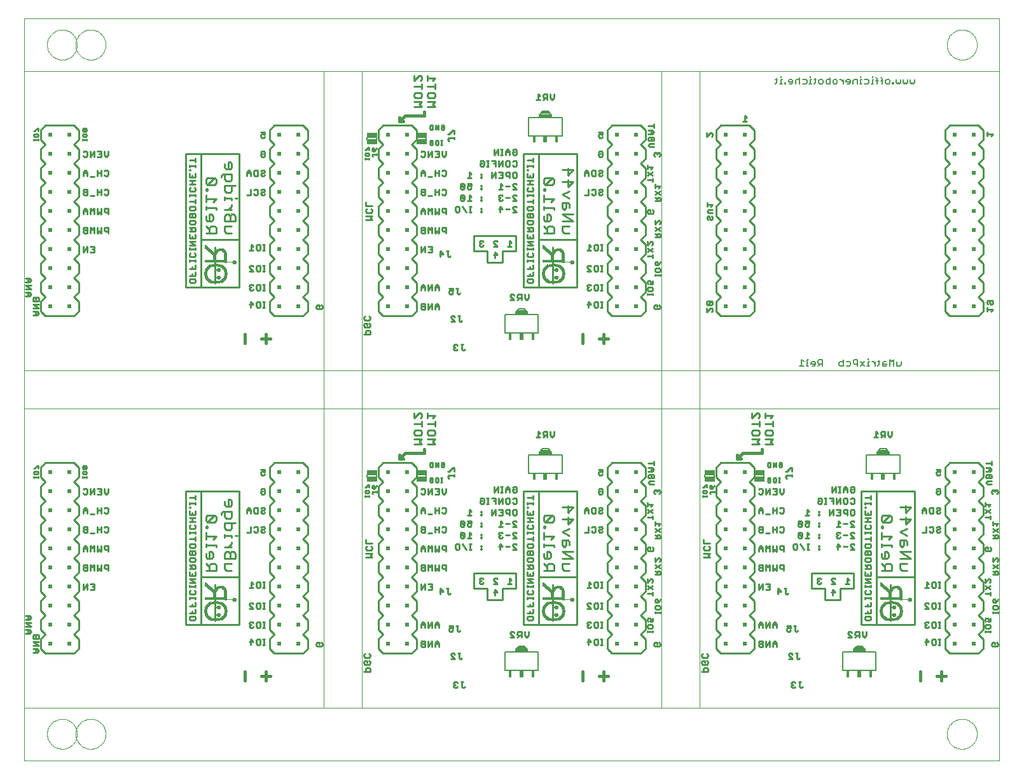
<source format=gbr>
G75*
%MOIN*%
%OFA0B0*%
%FSLAX24Y24*%
%IPPOS*%
%LPD*%
%AMOC8*
5,1,8,0,0,1.08239X$1,22.5*
%
%ADD10C,0.0010*%
%ADD11C,0.0100*%
%ADD12C,0.0160*%
%ADD13R,0.0004X0.0075*%
%ADD14R,0.0004X0.0165*%
%ADD15R,0.0004X0.0220*%
%ADD16R,0.0004X0.0264*%
%ADD17R,0.0004X0.0295*%
%ADD18R,0.0004X0.0327*%
%ADD19R,0.0004X0.0354*%
%ADD20R,0.0004X0.0150*%
%ADD21R,0.0004X0.0193*%
%ADD22R,0.0004X0.0382*%
%ADD23R,0.0004X0.0150*%
%ADD24R,0.0004X0.0193*%
%ADD25R,0.0004X0.0402*%
%ADD26R,0.0004X0.0197*%
%ADD27R,0.0004X0.0421*%
%ADD28R,0.0004X0.0197*%
%ADD29R,0.0004X0.0445*%
%ADD30R,0.0004X0.0197*%
%ADD31R,0.0004X0.0461*%
%ADD32R,0.0004X0.0480*%
%ADD33R,0.0004X0.0193*%
%ADD34R,0.0004X0.0496*%
%ADD35R,0.0004X0.0193*%
%ADD36R,0.0004X0.0512*%
%ADD37R,0.0004X0.0193*%
%ADD38R,0.0004X0.0528*%
%ADD39R,0.0004X0.0543*%
%ADD40R,0.0004X0.0555*%
%ADD41R,0.0004X0.0567*%
%ADD42R,0.0004X0.0583*%
%ADD43R,0.0004X0.0594*%
%ADD44R,0.0004X0.0606*%
%ADD45R,0.0004X0.0193*%
%ADD46R,0.0004X0.0618*%
%ADD47R,0.0004X0.0630*%
%ADD48R,0.0004X0.0638*%
%ADD49R,0.0004X0.0197*%
%ADD50R,0.0004X0.0654*%
%ADD51R,0.0004X0.0661*%
%ADD52R,0.0004X0.0669*%
%ADD53R,0.0004X0.0677*%
%ADD54R,0.0004X0.0693*%
%ADD55R,0.0004X0.0701*%
%ADD56R,0.0004X0.0709*%
%ADD57R,0.0004X0.0717*%
%ADD58R,0.0004X0.0311*%
%ADD59R,0.0004X0.0311*%
%ADD60R,0.0004X0.0287*%
%ADD61R,0.0004X0.0276*%
%ADD62R,0.0004X0.0272*%
%ADD63R,0.0004X0.0264*%
%ADD64R,0.0004X0.0256*%
%ADD65R,0.0004X0.0252*%
%ADD66R,0.0004X0.0248*%
%ADD67R,0.0004X0.0244*%
%ADD68R,0.0004X0.0240*%
%ADD69R,0.0004X0.0240*%
%ADD70R,0.0004X0.0236*%
%ADD71R,0.0004X0.0236*%
%ADD72R,0.0004X0.0232*%
%ADD73R,0.0004X0.0228*%
%ADD74R,0.0004X0.0228*%
%ADD75R,0.0004X0.0224*%
%ADD76R,0.0004X0.0217*%
%ADD77R,0.0004X0.0217*%
%ADD78R,0.0004X0.0217*%
%ADD79R,0.0004X0.0213*%
%ADD80R,0.0004X0.0213*%
%ADD81R,0.0004X0.0209*%
%ADD82R,0.0004X0.0205*%
%ADD83R,0.0004X0.0205*%
%ADD84R,0.0004X0.0205*%
%ADD85R,0.0004X0.0201*%
%ADD86R,0.0004X0.0201*%
%ADD87R,0.0004X0.0189*%
%ADD88R,0.0004X0.0201*%
%ADD89R,0.0004X0.0193*%
%ADD90R,0.0004X0.0193*%
%ADD91R,0.0004X0.0189*%
%ADD92R,0.0004X0.0189*%
%ADD93R,0.0004X0.0185*%
%ADD94R,0.0004X0.0185*%
%ADD95R,0.0004X0.0185*%
%ADD96R,0.0004X0.0185*%
%ADD97R,0.0004X0.0181*%
%ADD98R,0.0004X0.0181*%
%ADD99R,0.0004X0.0177*%
%ADD100R,0.0004X0.0177*%
%ADD101R,0.0004X0.0177*%
%ADD102R,0.0004X0.0173*%
%ADD103R,0.0004X0.0173*%
%ADD104R,0.0004X0.0173*%
%ADD105R,0.0004X0.0169*%
%ADD106R,0.0004X0.0173*%
%ADD107R,0.0004X0.0189*%
%ADD108R,0.0004X0.0169*%
%ADD109R,0.0004X0.0169*%
%ADD110R,0.0004X0.0169*%
%ADD111R,0.0004X0.0165*%
%ADD112R,0.0004X0.0165*%
%ADD113R,0.0004X0.0161*%
%ADD114R,0.0004X0.0161*%
%ADD115R,0.0004X0.0161*%
%ADD116R,0.0004X0.0161*%
%ADD117R,0.0004X0.0157*%
%ADD118R,0.0004X0.0157*%
%ADD119R,0.0004X0.0157*%
%ADD120R,0.0004X0.0157*%
%ADD121R,0.0004X0.0154*%
%ADD122R,0.0004X0.0154*%
%ADD123R,0.0004X0.0551*%
%ADD124R,0.0004X0.0547*%
%ADD125R,0.0004X0.0543*%
%ADD126R,0.0004X0.0539*%
%ADD127R,0.0004X0.0154*%
%ADD128R,0.0004X0.0535*%
%ADD129R,0.0004X0.0154*%
%ADD130R,0.0004X0.0571*%
%ADD131R,0.0004X0.0154*%
%ADD132R,0.0004X0.0579*%
%ADD133R,0.0004X0.0154*%
%ADD134R,0.0004X0.0587*%
%ADD135R,0.0004X0.0591*%
%ADD136R,0.0004X0.0154*%
%ADD137R,0.0004X0.0598*%
%ADD138R,0.0004X0.0602*%
%ADD139R,0.0004X0.0610*%
%ADD140R,0.0004X0.0157*%
%ADD141R,0.0004X0.0614*%
%ADD142R,0.0004X0.0618*%
%ADD143R,0.0004X0.0626*%
%ADD144R,0.0004X0.0634*%
%ADD145R,0.0004X0.0642*%
%ADD146R,0.0004X0.0646*%
%ADD147R,0.0004X0.0280*%
%ADD148R,0.0004X0.0236*%
%ADD149R,0.0004X0.0031*%
%ADD150R,0.0004X0.0031*%
%ADD151R,0.0004X0.0067*%
%ADD152R,0.0004X0.0087*%
%ADD153R,0.0004X0.0087*%
%ADD154R,0.0004X0.0102*%
%ADD155R,0.0004X0.0102*%
%ADD156R,0.0004X0.0114*%
%ADD157R,0.0004X0.0181*%
%ADD158R,0.0004X0.0126*%
%ADD159R,0.0004X0.0126*%
%ADD160R,0.0004X0.0134*%
%ADD161R,0.0004X0.0134*%
%ADD162R,0.0004X0.0146*%
%ADD163R,0.0004X0.0177*%
%ADD164R,0.0004X0.0197*%
%ADD165R,0.0004X0.0201*%
%ADD166R,0.0004X0.0205*%
%ADD167R,0.0004X0.0154*%
%ADD168R,0.0004X0.0209*%
%ADD169R,0.0004X0.0165*%
%ADD170R,0.0004X0.0138*%
%ADD171R,0.0004X0.0126*%
%ADD172R,0.0004X0.0126*%
%ADD173R,0.0004X0.0118*%
%ADD174R,0.0004X0.0118*%
%ADD175R,0.0004X0.0091*%
%ADD176R,0.0004X0.0071*%
%ADD177R,0.0004X0.0071*%
%ADD178R,0.0004X0.0039*%
%ADD179R,0.0004X0.0039*%
%ADD180R,0.0004X0.0173*%
%ADD181R,0.0004X0.0173*%
%ADD182R,0.0004X0.0177*%
%ADD183R,0.0004X0.0177*%
%ADD184R,0.0004X0.0177*%
%ADD185R,0.0004X0.0181*%
%ADD186R,0.0004X0.0213*%
%ADD187R,0.0004X0.0217*%
%ADD188R,0.0004X0.0217*%
%ADD189R,0.0004X0.0220*%
%ADD190R,0.0004X0.0240*%
%ADD191R,0.0004X0.0228*%
%ADD192R,0.0004X0.0256*%
%ADD193R,0.0004X0.0232*%
%ADD194R,0.0004X0.0272*%
%ADD195R,0.0004X0.0240*%
%ADD196R,0.0004X0.0295*%
%ADD197R,0.0004X0.0244*%
%ADD198R,0.0004X0.0689*%
%ADD199R,0.0004X0.0689*%
%ADD200R,0.0004X0.0260*%
%ADD201R,0.0004X0.0685*%
%ADD202R,0.0004X0.0272*%
%ADD203R,0.0004X0.0681*%
%ADD204R,0.0004X0.0677*%
%ADD205R,0.0004X0.0673*%
%ADD206R,0.0004X0.0717*%
%ADD207R,0.0004X0.0669*%
%ADD208R,0.0004X0.0665*%
%ADD209R,0.0004X0.0701*%
%ADD210R,0.0004X0.0661*%
%ADD211R,0.0004X0.0693*%
%ADD212R,0.0004X0.0657*%
%ADD213R,0.0004X0.0654*%
%ADD214R,0.0004X0.0642*%
%ADD215R,0.0004X0.0638*%
%ADD216R,0.0004X0.0638*%
%ADD217R,0.0004X0.0614*%
%ADD218R,0.0004X0.0622*%
%ADD219R,0.0004X0.0614*%
%ADD220R,0.0004X0.0591*%
%ADD221R,0.0004X0.0583*%
%ADD222R,0.0004X0.0594*%
%ADD223R,0.0004X0.0512*%
%ADD224R,0.0004X0.0559*%
%ADD225R,0.0004X0.0496*%
%ADD226R,0.0004X0.0547*%
%ADD227R,0.0004X0.0476*%
%ADD228R,0.0004X0.0535*%
%ADD229R,0.0004X0.0457*%
%ADD230R,0.0004X0.0524*%
%ADD231R,0.0004X0.0441*%
%ADD232R,0.0004X0.0508*%
%ADD233R,0.0004X0.0488*%
%ADD234R,0.0004X0.0398*%
%ADD235R,0.0004X0.0465*%
%ADD236R,0.0004X0.0374*%
%ADD237R,0.0004X0.0433*%
%ADD238R,0.0004X0.0350*%
%ADD239R,0.0004X0.0323*%
%ADD240R,0.0004X0.0031*%
%ADD241R,0.0004X0.0295*%
%ADD242R,0.0004X0.0260*%
%ADD243R,0.0004X0.0075*%
%ADD244R,0.0004X0.0032*%
%ADD245R,0.0004X0.0031*%
%ADD246R,0.0004X0.0059*%
%ADD247R,0.0004X0.0083*%
%ADD248R,0.0004X0.0098*%
%ADD249R,0.0004X0.0114*%
%ADD250R,0.0004X0.0122*%
%ADD251R,0.0004X0.0130*%
%ADD252R,0.0004X0.0142*%
%ADD253R,0.0004X0.0138*%
%ADD254R,0.0004X0.0106*%
%ADD255R,0.0004X0.0091*%
%ADD256R,0.0004X0.0075*%
%ADD257R,0.0004X0.0051*%
%ADD258C,0.0110*%
%ADD259C,0.0170*%
%ADD260C,0.0000*%
%ADD261C,0.0060*%
%ADD262R,0.0200X0.0200*%
%ADD263C,0.0080*%
%ADD264R,0.0180X0.0330*%
%ADD265R,0.0220X0.0330*%
%ADD266C,0.0079*%
%ADD267R,0.0551X0.0256*%
D10*
X000233Y000105D02*
X000233Y002865D01*
X035633Y002865D01*
X035633Y018565D01*
X035633Y020565D01*
X033633Y020565D01*
X033633Y018565D01*
X035633Y018565D01*
X051333Y018565D01*
X051333Y020565D01*
X051333Y036265D01*
X035633Y036265D01*
X035633Y020565D01*
X051333Y020565D01*
X051333Y036265D01*
X035633Y036265D01*
X035633Y020565D01*
X051333Y020565D01*
X051333Y018565D02*
X051333Y002865D01*
X051333Y000105D01*
X000233Y000105D01*
X000233Y002865D02*
X000233Y018565D01*
X015933Y018565D01*
X015933Y020565D01*
X000233Y020565D01*
X000233Y018565D01*
X015933Y018565D01*
X017933Y018565D01*
X033633Y018565D01*
X033633Y002865D01*
X017933Y002865D01*
X017933Y018565D01*
X033633Y018565D01*
X033633Y002865D01*
X017933Y002865D01*
X017933Y018565D01*
X017933Y018575D02*
X017933Y020565D01*
X015933Y020565D01*
X015933Y036265D01*
X035633Y036265D01*
X033633Y036265D02*
X033633Y020565D01*
X017933Y020565D01*
X017933Y036265D01*
X033633Y036265D01*
X033633Y020565D01*
X017933Y020565D01*
X017933Y036265D01*
X033633Y036265D01*
X051333Y036265D02*
X051333Y039025D01*
X051333Y018565D02*
X035633Y018565D01*
X035633Y002865D01*
X051333Y002865D01*
X051333Y018565D01*
X051333Y002865D02*
X035633Y002865D01*
X015933Y002865D02*
X015933Y018565D01*
X015933Y002865D01*
X000233Y002865D01*
X000233Y018565D01*
X000233Y020565D02*
X000233Y036265D01*
X000233Y039025D01*
X000233Y036265D02*
X000233Y036265D01*
X015933Y036265D01*
X015933Y020565D01*
X000233Y020565D01*
X000233Y036265D01*
X015933Y036265D01*
X015933Y002865D02*
X000233Y002865D01*
D11*
X000683Y005765D02*
X000884Y005765D01*
X000984Y005865D01*
X000884Y005965D01*
X000683Y005965D01*
X000833Y005965D02*
X000833Y005765D01*
X001083Y005965D02*
X001083Y006465D01*
X001333Y006715D01*
X001083Y006965D01*
X001083Y007465D01*
X001333Y007715D01*
X001083Y007965D01*
X001083Y008465D01*
X001333Y008715D01*
X001083Y008965D01*
X001083Y009465D01*
X001333Y009715D01*
X001083Y009965D01*
X001083Y010465D01*
X001333Y010715D01*
X001083Y010965D01*
X001083Y011465D01*
X001333Y011715D01*
X001083Y011965D01*
X001083Y012465D01*
X001333Y012715D01*
X001083Y012965D01*
X001083Y013465D01*
X001333Y013715D01*
X001083Y013965D01*
X001083Y014465D01*
X001333Y014715D01*
X001083Y014965D01*
X001083Y015465D01*
X001333Y015715D01*
X002833Y015715D01*
X003083Y015465D01*
X003083Y014965D01*
X002833Y014715D01*
X003083Y014465D01*
X003083Y013965D01*
X002833Y013715D01*
X003083Y013465D01*
X003083Y012965D01*
X002833Y012715D01*
X003083Y012465D01*
X003083Y011965D01*
X002833Y011715D01*
X003083Y011465D01*
X003083Y010965D01*
X002833Y010715D01*
X003083Y010465D01*
X003083Y009965D01*
X002833Y009715D01*
X003083Y009465D01*
X003083Y008965D01*
X002833Y008715D01*
X003083Y008465D01*
X003083Y007965D01*
X002833Y007715D01*
X003083Y007465D01*
X003083Y006965D01*
X002833Y006715D01*
X003083Y006465D01*
X003083Y005965D01*
X002833Y005715D01*
X001333Y005715D01*
X001083Y005965D01*
X000984Y006133D02*
X000683Y006333D01*
X000984Y006333D01*
X000984Y006502D02*
X000984Y006652D01*
X000934Y006702D01*
X000884Y006702D01*
X000833Y006652D01*
X000833Y006502D01*
X000683Y006502D02*
X000683Y006652D01*
X000733Y006702D01*
X000783Y006702D01*
X000833Y006652D01*
X000683Y006502D02*
X000984Y006502D01*
X000984Y006133D02*
X000683Y006133D01*
X000484Y006765D02*
X000584Y006865D01*
X000484Y006965D01*
X000283Y006965D01*
X000433Y006965D02*
X000433Y006765D01*
X000484Y006765D02*
X000283Y006765D01*
X000283Y007133D02*
X000584Y007133D01*
X000283Y007333D01*
X000584Y007333D01*
X000484Y007502D02*
X000584Y007602D01*
X000484Y007702D01*
X000283Y007702D01*
X000433Y007702D02*
X000433Y007502D01*
X000484Y007502D02*
X000283Y007502D01*
X003301Y009065D02*
X003301Y009365D01*
X003502Y009365D02*
X003301Y009065D01*
X003502Y009065D02*
X003502Y009365D01*
X003670Y009365D02*
X003870Y009365D01*
X003870Y009065D01*
X003670Y009065D01*
X003770Y009215D02*
X003870Y009215D01*
X003870Y010065D02*
X003870Y010365D01*
X003770Y010265D01*
X003670Y010365D01*
X003670Y010065D01*
X003502Y010065D02*
X003352Y010065D01*
X003301Y010115D01*
X003301Y010165D01*
X003352Y010215D01*
X003502Y010215D01*
X003502Y010065D02*
X003502Y010365D01*
X003352Y010365D01*
X003301Y010315D01*
X003301Y010265D01*
X003352Y010215D01*
X004038Y010065D02*
X004038Y010365D01*
X004238Y010365D02*
X004238Y010065D01*
X004138Y010165D01*
X004038Y010065D01*
X004406Y010215D02*
X004406Y010315D01*
X004456Y010365D01*
X004607Y010365D01*
X004607Y010065D01*
X004607Y010165D02*
X004456Y010165D01*
X004406Y010215D01*
X004238Y011065D02*
X004138Y011165D01*
X004038Y011065D01*
X004038Y011365D01*
X003870Y011365D02*
X003770Y011265D01*
X003670Y011365D01*
X003670Y011065D01*
X003502Y011065D02*
X003502Y011265D01*
X003402Y011365D01*
X003301Y011265D01*
X003301Y011065D01*
X003301Y011215D02*
X003502Y011215D01*
X003870Y011065D02*
X003870Y011365D01*
X004238Y011365D02*
X004238Y011065D01*
X004406Y011215D02*
X004456Y011165D01*
X004607Y011165D01*
X004607Y011065D02*
X004607Y011365D01*
X004456Y011365D01*
X004406Y011315D01*
X004406Y011215D01*
X004456Y012065D02*
X004406Y012115D01*
X004456Y012065D02*
X004557Y012065D01*
X004607Y012115D01*
X004607Y012315D01*
X004557Y012365D01*
X004456Y012365D01*
X004406Y012315D01*
X004238Y012365D02*
X004238Y012065D01*
X004238Y012215D02*
X004038Y012215D01*
X004038Y012365D02*
X004038Y012065D01*
X003870Y012015D02*
X003670Y012015D01*
X003502Y012065D02*
X003352Y012065D01*
X003301Y012115D01*
X003301Y012165D01*
X003352Y012215D01*
X003502Y012215D01*
X003502Y012065D02*
X003502Y012365D01*
X003352Y012365D01*
X003301Y012315D01*
X003301Y012265D01*
X003352Y012215D01*
X003301Y013065D02*
X003301Y013265D01*
X003402Y013365D01*
X003502Y013265D01*
X003502Y013065D01*
X003502Y013215D02*
X003301Y013215D01*
X003670Y013015D02*
X003870Y013015D01*
X004038Y013065D02*
X004038Y013365D01*
X004038Y013215D02*
X004238Y013215D01*
X004238Y013065D02*
X004238Y013365D01*
X004406Y013315D02*
X004456Y013365D01*
X004557Y013365D01*
X004607Y013315D01*
X004607Y013115D01*
X004557Y013065D01*
X004456Y013065D01*
X004406Y013115D01*
X004507Y014065D02*
X004406Y014165D01*
X004406Y014365D01*
X004238Y014365D02*
X004238Y014065D01*
X004038Y014065D01*
X003870Y014065D02*
X003870Y014365D01*
X003670Y014065D01*
X003670Y014365D01*
X003502Y014315D02*
X003502Y014115D01*
X003452Y014065D01*
X003352Y014065D01*
X003301Y014115D01*
X003301Y014315D02*
X003352Y014365D01*
X003452Y014365D01*
X003502Y014315D01*
X004038Y014365D02*
X004238Y014365D01*
X004238Y014215D02*
X004138Y014215D01*
X004507Y014065D02*
X004607Y014165D01*
X004607Y014365D01*
X003494Y014915D02*
X003494Y014988D01*
X003494Y014952D02*
X003273Y014952D01*
X003273Y014988D02*
X003273Y014915D01*
X003310Y015111D02*
X003273Y015148D01*
X003273Y015222D01*
X003310Y015258D01*
X003457Y015258D01*
X003494Y015222D01*
X003494Y015148D01*
X003457Y015111D01*
X003310Y015111D01*
X003310Y015406D02*
X003347Y015406D01*
X003383Y015443D01*
X003383Y015516D01*
X003347Y015553D01*
X003310Y015553D01*
X003273Y015516D01*
X003273Y015443D01*
X003310Y015406D01*
X003383Y015443D02*
X003420Y015406D01*
X003457Y015406D01*
X003494Y015443D01*
X003494Y015516D01*
X003457Y015553D01*
X003420Y015553D01*
X003383Y015516D01*
X000944Y015570D02*
X000907Y015570D01*
X000760Y015423D01*
X000723Y015423D01*
X000760Y015275D02*
X000907Y015275D01*
X000944Y015239D01*
X000944Y015165D01*
X000907Y015129D01*
X000760Y015129D01*
X000723Y015165D01*
X000723Y015239D01*
X000760Y015275D01*
X000944Y015423D02*
X000944Y015570D01*
X000944Y015006D02*
X000944Y014932D01*
X000944Y014969D02*
X000723Y014969D01*
X000723Y014932D02*
X000723Y015006D01*
X008683Y014215D02*
X009483Y014215D01*
X011483Y014215D01*
X011483Y009715D01*
X009483Y009715D01*
X009483Y014215D01*
X009184Y013988D02*
X009184Y013788D01*
X009184Y013888D02*
X008883Y013888D01*
X008883Y013642D02*
X008883Y013542D01*
X008883Y013592D02*
X009184Y013592D01*
X009184Y013542D02*
X009184Y013642D01*
X008933Y013408D02*
X008883Y013408D01*
X008883Y013358D01*
X008933Y013358D01*
X008933Y013408D01*
X008883Y013190D02*
X008883Y012990D01*
X009184Y012990D01*
X009184Y013190D01*
X009033Y013090D02*
X009033Y012990D01*
X009033Y012822D02*
X009033Y012621D01*
X008883Y012621D02*
X009184Y012621D01*
X009134Y012453D02*
X009184Y012403D01*
X009184Y012303D01*
X009134Y012253D01*
X008933Y012253D01*
X008883Y012303D01*
X008883Y012403D01*
X008933Y012453D01*
X008883Y012108D02*
X008883Y012008D01*
X008883Y012058D02*
X009184Y012058D01*
X009184Y012008D02*
X009184Y012108D01*
X009184Y011839D02*
X009184Y011639D01*
X009184Y011739D02*
X008883Y011739D01*
X008933Y011471D02*
X009134Y011471D01*
X009184Y011421D01*
X009184Y011321D01*
X009134Y011271D01*
X008933Y011271D01*
X008883Y011321D01*
X008883Y011421D01*
X008933Y011471D01*
X008933Y011103D02*
X008883Y011053D01*
X008883Y010903D01*
X009184Y010903D01*
X009184Y011053D01*
X009134Y011103D01*
X009084Y011103D01*
X009033Y011053D01*
X009033Y010903D01*
X009033Y011053D02*
X008983Y011103D01*
X008933Y011103D01*
X008933Y010734D02*
X009134Y010734D01*
X009184Y010684D01*
X009184Y010584D01*
X009134Y010534D01*
X008933Y010534D01*
X008883Y010584D01*
X008883Y010684D01*
X008933Y010734D01*
X008883Y010366D02*
X008983Y010266D01*
X008983Y010316D02*
X008983Y010166D01*
X008883Y010166D02*
X009184Y010166D01*
X009184Y010316D01*
X009134Y010366D01*
X009033Y010366D01*
X008983Y010316D01*
X008883Y009998D02*
X008883Y009798D01*
X009184Y009798D01*
X009184Y009998D01*
X009033Y009898D02*
X009033Y009798D01*
X008883Y009630D02*
X009184Y009630D01*
X009184Y009429D02*
X008883Y009630D01*
X008883Y009429D02*
X009184Y009429D01*
X009184Y009284D02*
X009184Y009184D01*
X009184Y009234D02*
X008883Y009234D01*
X008883Y009184D02*
X008883Y009284D01*
X008933Y009016D02*
X008883Y008966D01*
X008883Y008866D01*
X008933Y008815D01*
X009134Y008815D01*
X009184Y008866D01*
X009184Y008966D01*
X009134Y009016D01*
X009184Y008670D02*
X009184Y008570D01*
X009184Y008620D02*
X008883Y008620D01*
X008883Y008570D02*
X008883Y008670D01*
X009033Y008302D02*
X009033Y008202D01*
X008883Y008202D02*
X009184Y008202D01*
X009184Y008402D01*
X009184Y008033D02*
X009184Y007833D01*
X008883Y007833D01*
X009033Y007833D02*
X009033Y007933D01*
X008933Y007665D02*
X009134Y007665D01*
X009184Y007615D01*
X009184Y007515D01*
X009134Y007465D01*
X008933Y007465D01*
X008883Y007515D01*
X008883Y007615D01*
X008933Y007665D01*
X008683Y007215D02*
X008683Y014215D01*
X008883Y012822D02*
X009184Y012822D01*
X011897Y013065D02*
X011897Y013265D01*
X011997Y013365D01*
X012097Y013265D01*
X012097Y013065D01*
X012097Y013215D02*
X011897Y013215D01*
X012265Y013115D02*
X012265Y013315D01*
X012315Y013365D01*
X012465Y013365D01*
X012465Y013065D01*
X012315Y013065D01*
X012265Y013115D01*
X012633Y013115D02*
X012683Y013065D01*
X012783Y013065D01*
X012833Y013115D01*
X012783Y013215D02*
X012683Y013215D01*
X012633Y013165D01*
X012633Y013115D01*
X012783Y013215D02*
X012833Y013265D01*
X012833Y013315D01*
X012783Y013365D01*
X012683Y013365D01*
X012633Y013315D01*
X013083Y013465D02*
X013083Y012965D01*
X013333Y012715D01*
X013083Y012465D01*
X013083Y011965D01*
X013333Y011715D01*
X013083Y011465D01*
X013083Y010965D01*
X013333Y010715D01*
X013083Y010465D01*
X013083Y009965D01*
X013333Y009715D01*
X013083Y009465D01*
X013083Y008965D01*
X013333Y008715D01*
X013083Y008465D01*
X013083Y007965D01*
X013333Y007715D01*
X013083Y007465D01*
X013083Y006965D01*
X013333Y006715D01*
X013083Y006465D01*
X013083Y005965D01*
X013333Y005715D01*
X014833Y005715D01*
X015083Y005965D01*
X015083Y006465D01*
X014833Y006715D01*
X015083Y006965D01*
X015083Y007465D01*
X014833Y007715D01*
X015083Y007965D01*
X015083Y008465D01*
X014833Y008715D01*
X015083Y008965D01*
X015083Y009465D01*
X014833Y009715D01*
X015083Y009965D01*
X015083Y010465D01*
X014833Y010715D01*
X015083Y010965D01*
X015083Y011465D01*
X014833Y011715D01*
X015083Y011965D01*
X015083Y012465D01*
X014833Y012715D01*
X015083Y012965D01*
X015083Y013465D01*
X014833Y013715D01*
X015083Y013965D01*
X015083Y014465D01*
X014833Y014715D01*
X015083Y014965D01*
X015083Y015465D01*
X014833Y015715D01*
X013333Y015715D01*
X013083Y015465D01*
X013083Y014965D01*
X013333Y014715D01*
X013083Y014465D01*
X013083Y013965D01*
X013333Y013715D01*
X013083Y013465D01*
X012783Y014065D02*
X012683Y014065D01*
X012633Y014115D01*
X012633Y014215D01*
X012733Y014215D01*
X012633Y014315D02*
X012683Y014365D01*
X012783Y014365D01*
X012833Y014315D01*
X012833Y014115D01*
X012783Y014065D01*
X012783Y015065D02*
X012833Y015115D01*
X012783Y015065D02*
X012683Y015065D01*
X012633Y015115D01*
X012633Y015215D01*
X012683Y015265D01*
X012733Y015265D01*
X012833Y015215D01*
X012833Y015365D01*
X012633Y015365D01*
X012683Y012365D02*
X012783Y012365D01*
X012833Y012315D01*
X012833Y012265D01*
X012783Y012215D01*
X012683Y012215D01*
X012633Y012165D01*
X012633Y012115D01*
X012683Y012065D01*
X012783Y012065D01*
X012833Y012115D01*
X012633Y012315D02*
X012683Y012365D01*
X012465Y012315D02*
X012465Y012115D01*
X012415Y012065D01*
X012315Y012065D01*
X012265Y012115D01*
X012097Y012065D02*
X011897Y012065D01*
X012097Y012065D02*
X012097Y012365D01*
X012265Y012315D02*
X012315Y012365D01*
X012415Y012365D01*
X012465Y012315D01*
X011483Y009715D02*
X011483Y007215D01*
X009483Y007215D01*
X008683Y007215D01*
X009483Y007215D02*
X009483Y009715D01*
X010213Y009315D02*
X010213Y007415D01*
X012019Y007315D02*
X012019Y007265D01*
X012069Y007215D01*
X012019Y007165D01*
X012019Y007115D01*
X012069Y007065D01*
X012169Y007065D01*
X012219Y007115D01*
X012119Y007215D02*
X012069Y007215D01*
X012019Y007315D02*
X012069Y007365D01*
X012169Y007365D01*
X012219Y007315D01*
X012388Y007315D02*
X012438Y007365D01*
X012538Y007365D01*
X012588Y007315D01*
X012588Y007115D01*
X012538Y007065D01*
X012438Y007065D01*
X012388Y007115D01*
X012388Y007315D01*
X012733Y007365D02*
X012833Y007365D01*
X012783Y007365D02*
X012783Y007065D01*
X012833Y007065D02*
X012733Y007065D01*
X012733Y006465D02*
X012833Y006465D01*
X012783Y006465D02*
X012783Y006165D01*
X012833Y006165D02*
X012733Y006165D01*
X012588Y006215D02*
X012538Y006165D01*
X012438Y006165D01*
X012388Y006215D01*
X012388Y006415D01*
X012438Y006465D01*
X012538Y006465D01*
X012588Y006415D01*
X012588Y006215D01*
X012219Y006315D02*
X012019Y006315D01*
X012069Y006165D02*
X012069Y006465D01*
X012219Y006315D01*
X012219Y008065D02*
X012019Y008265D01*
X012019Y008315D01*
X012069Y008365D01*
X012169Y008365D01*
X012219Y008315D01*
X012388Y008315D02*
X012438Y008365D01*
X012538Y008365D01*
X012588Y008315D01*
X012588Y008115D01*
X012538Y008065D01*
X012438Y008065D01*
X012388Y008115D01*
X012388Y008315D01*
X012219Y008065D02*
X012019Y008065D01*
X012733Y008065D02*
X012833Y008065D01*
X012783Y008065D02*
X012783Y008365D01*
X012833Y008365D02*
X012733Y008365D01*
X012733Y009165D02*
X012833Y009165D01*
X012783Y009165D02*
X012783Y009465D01*
X012833Y009465D02*
X012733Y009465D01*
X012588Y009415D02*
X012538Y009465D01*
X012438Y009465D01*
X012388Y009415D01*
X012388Y009215D01*
X012438Y009165D01*
X012538Y009165D01*
X012588Y009215D01*
X012588Y009415D01*
X012219Y009365D02*
X012119Y009465D01*
X012119Y009165D01*
X012219Y009165D02*
X012019Y009165D01*
X015533Y006231D02*
X015583Y006281D01*
X015683Y006281D01*
X015683Y006181D01*
X015583Y006081D02*
X015533Y006131D01*
X015533Y006231D01*
X015583Y006081D02*
X015784Y006081D01*
X015834Y006131D01*
X015834Y006231D01*
X015784Y006281D01*
X018033Y005647D02*
X018083Y005697D01*
X018033Y005647D02*
X018033Y005547D01*
X018083Y005497D01*
X018284Y005497D01*
X018334Y005547D01*
X018334Y005647D01*
X018284Y005697D01*
X018284Y005329D02*
X018334Y005278D01*
X018334Y005178D01*
X018284Y005128D01*
X018083Y005128D01*
X018033Y005178D01*
X018033Y005278D01*
X018083Y005329D01*
X018183Y005329D01*
X018183Y005228D01*
X018183Y004960D02*
X018133Y004910D01*
X018133Y004760D01*
X018033Y004760D02*
X018334Y004760D01*
X018334Y004910D01*
X018284Y004960D01*
X018183Y004960D01*
X019033Y005715D02*
X020533Y005715D01*
X020783Y005965D01*
X020783Y006465D01*
X020533Y006715D01*
X020783Y006965D01*
X020783Y007465D01*
X020533Y007715D01*
X020783Y007965D01*
X020783Y008465D01*
X020533Y008715D01*
X020783Y008965D01*
X020783Y009465D01*
X020533Y009715D01*
X020783Y009965D01*
X020783Y010465D01*
X020533Y010715D01*
X020783Y010965D01*
X020783Y011465D01*
X020533Y011715D01*
X020783Y011965D01*
X020783Y012465D01*
X020533Y012715D01*
X020783Y012965D01*
X020783Y013465D01*
X020533Y013715D01*
X020783Y013965D01*
X020783Y014465D01*
X020533Y014715D01*
X020783Y014965D01*
X020783Y015465D01*
X020533Y015715D01*
X019033Y015715D01*
X018783Y015465D01*
X018783Y014965D01*
X019033Y014715D01*
X018783Y014465D01*
X018783Y013965D01*
X019033Y013715D01*
X018783Y013465D01*
X018783Y012965D01*
X019033Y012715D01*
X018783Y012465D01*
X018783Y011965D01*
X019033Y011715D01*
X018783Y011465D01*
X018783Y010965D01*
X019033Y010715D01*
X018783Y010465D01*
X018783Y009965D01*
X019033Y009715D01*
X018783Y009465D01*
X018783Y008965D01*
X019033Y008715D01*
X018783Y008465D01*
X018783Y007965D01*
X019033Y007715D01*
X018783Y007465D01*
X018783Y006965D01*
X019033Y006715D01*
X018783Y006465D01*
X018783Y005965D01*
X019033Y005715D01*
X021001Y006115D02*
X021052Y006065D01*
X021202Y006065D01*
X021202Y006365D01*
X021052Y006365D01*
X021001Y006315D01*
X021001Y006265D01*
X021052Y006215D01*
X021202Y006215D01*
X021052Y006215D02*
X021001Y006165D01*
X021001Y006115D01*
X021370Y006065D02*
X021370Y006365D01*
X021570Y006365D02*
X021370Y006065D01*
X021570Y006065D02*
X021570Y006365D01*
X021738Y006265D02*
X021738Y006065D01*
X021738Y006215D02*
X021938Y006215D01*
X021938Y006265D02*
X021838Y006365D01*
X021738Y006265D01*
X021938Y006265D02*
X021938Y006065D01*
X022583Y005665D02*
X022633Y005715D01*
X022733Y005715D01*
X022783Y005665D01*
X022951Y005715D02*
X023052Y005715D01*
X023002Y005715D02*
X023002Y005465D01*
X023052Y005415D01*
X023102Y005415D01*
X023152Y005465D01*
X022783Y005415D02*
X022583Y005615D01*
X022583Y005665D01*
X022583Y005415D02*
X022783Y005415D01*
X022783Y004215D02*
X022733Y004165D01*
X022733Y004115D01*
X022783Y004065D01*
X022733Y004015D01*
X022733Y003965D01*
X022783Y003915D01*
X022883Y003915D01*
X022933Y003965D01*
X022833Y004065D02*
X022783Y004065D01*
X022783Y004215D02*
X022883Y004215D01*
X022933Y004165D01*
X023101Y004215D02*
X023202Y004215D01*
X023152Y004215D02*
X023152Y003965D01*
X023202Y003915D01*
X023252Y003915D01*
X023302Y003965D01*
X025698Y006558D02*
X025898Y006558D01*
X025698Y006758D01*
X025698Y006808D01*
X025748Y006858D01*
X025848Y006858D01*
X025898Y006808D01*
X026066Y006808D02*
X026066Y006708D01*
X026116Y006658D01*
X026267Y006658D01*
X026267Y006558D02*
X026267Y006858D01*
X026116Y006858D01*
X026066Y006808D01*
X026167Y006658D02*
X026066Y006558D01*
X026435Y006658D02*
X026435Y006858D01*
X026635Y006858D02*
X026635Y006658D01*
X026535Y006558D01*
X026435Y006658D01*
X026383Y007215D02*
X026383Y014215D01*
X027183Y014215D01*
X029183Y014215D01*
X029183Y009715D01*
X027183Y009715D01*
X027183Y014215D01*
X026884Y013988D02*
X026884Y013788D01*
X026884Y013888D02*
X026583Y013888D01*
X026583Y013642D02*
X026583Y013542D01*
X026583Y013592D02*
X026884Y013592D01*
X026884Y013542D02*
X026884Y013642D01*
X026633Y013408D02*
X026583Y013408D01*
X026583Y013358D01*
X026633Y013358D01*
X026633Y013408D01*
X026583Y013190D02*
X026583Y012990D01*
X026884Y012990D01*
X026884Y013190D01*
X026733Y013090D02*
X026733Y012990D01*
X026733Y012822D02*
X026733Y012621D01*
X026583Y012621D02*
X026884Y012621D01*
X026834Y012453D02*
X026884Y012403D01*
X026884Y012303D01*
X026834Y012253D01*
X026633Y012253D01*
X026583Y012303D01*
X026583Y012403D01*
X026633Y012453D01*
X026583Y012108D02*
X026583Y012008D01*
X026583Y012058D02*
X026884Y012058D01*
X026884Y012008D02*
X026884Y012108D01*
X026884Y011839D02*
X026884Y011639D01*
X026884Y011739D02*
X026583Y011739D01*
X026633Y011471D02*
X026834Y011471D01*
X026884Y011421D01*
X026884Y011321D01*
X026834Y011271D01*
X026633Y011271D01*
X026583Y011321D01*
X026583Y011421D01*
X026633Y011471D01*
X026633Y011103D02*
X026583Y011053D01*
X026583Y010903D01*
X026884Y010903D01*
X026884Y011053D01*
X026834Y011103D01*
X026784Y011103D01*
X026733Y011053D01*
X026733Y010903D01*
X026733Y011053D02*
X026683Y011103D01*
X026633Y011103D01*
X026633Y010734D02*
X026834Y010734D01*
X026884Y010684D01*
X026884Y010584D01*
X026834Y010534D01*
X026633Y010534D01*
X026583Y010584D01*
X026583Y010684D01*
X026633Y010734D01*
X026583Y010366D02*
X026683Y010266D01*
X026683Y010316D02*
X026683Y010166D01*
X026583Y010166D02*
X026884Y010166D01*
X026884Y010316D01*
X026834Y010366D01*
X026733Y010366D01*
X026683Y010316D01*
X026583Y009998D02*
X026583Y009798D01*
X026884Y009798D01*
X026884Y009998D01*
X026733Y009898D02*
X026733Y009798D01*
X026583Y009630D02*
X026884Y009630D01*
X026884Y009429D02*
X026583Y009630D01*
X026583Y009429D02*
X026884Y009429D01*
X026884Y009284D02*
X026884Y009184D01*
X026884Y009234D02*
X026583Y009234D01*
X026583Y009184D02*
X026583Y009284D01*
X026633Y009016D02*
X026583Y008966D01*
X026583Y008866D01*
X026633Y008815D01*
X026834Y008815D01*
X026884Y008866D01*
X026884Y008966D01*
X026834Y009016D01*
X026884Y008670D02*
X026884Y008570D01*
X026884Y008620D02*
X026583Y008620D01*
X026583Y008570D02*
X026583Y008670D01*
X026733Y008302D02*
X026733Y008202D01*
X026583Y008202D02*
X026884Y008202D01*
X026884Y008402D01*
X026884Y008033D02*
X026884Y007833D01*
X026583Y007833D01*
X026733Y007833D02*
X026733Y007933D01*
X026633Y007665D02*
X026834Y007665D01*
X026884Y007615D01*
X026884Y007515D01*
X026834Y007465D01*
X026633Y007465D01*
X026583Y007515D01*
X026583Y007615D01*
X026633Y007665D01*
X026383Y007215D02*
X027183Y007215D01*
X029183Y007215D01*
X029183Y009715D01*
X029719Y009165D02*
X029919Y009165D01*
X029819Y009165D02*
X029819Y009465D01*
X029919Y009365D01*
X030088Y009415D02*
X030138Y009465D01*
X030238Y009465D01*
X030288Y009415D01*
X030288Y009215D01*
X030238Y009165D01*
X030138Y009165D01*
X030088Y009215D01*
X030088Y009415D01*
X030433Y009465D02*
X030533Y009465D01*
X030483Y009465D02*
X030483Y009165D01*
X030533Y009165D02*
X030433Y009165D01*
X030783Y008965D02*
X031033Y008715D01*
X030783Y008465D01*
X030783Y007965D01*
X031033Y007715D01*
X030783Y007465D01*
X030783Y006965D01*
X031033Y006715D01*
X030783Y006465D01*
X030783Y005965D01*
X031033Y005715D01*
X032533Y005715D01*
X032783Y005965D01*
X032783Y006465D01*
X032533Y006715D01*
X032783Y006965D01*
X032783Y007465D01*
X032533Y007715D01*
X032783Y007965D01*
X032783Y008465D01*
X032533Y008715D01*
X032783Y008965D01*
X032783Y009465D01*
X032533Y009715D01*
X032783Y009965D01*
X032783Y010465D01*
X032533Y010715D01*
X032783Y010965D01*
X032783Y011465D01*
X032533Y011715D01*
X032783Y011965D01*
X032783Y012465D01*
X032533Y012715D01*
X032783Y012965D01*
X032783Y013465D01*
X032533Y013715D01*
X032783Y013965D01*
X032783Y014465D01*
X032533Y014715D01*
X032783Y014965D01*
X032783Y015465D01*
X032533Y015715D01*
X031033Y015715D01*
X030783Y015465D01*
X030783Y014965D01*
X031033Y014715D01*
X030783Y014465D01*
X030783Y013965D01*
X031033Y013715D01*
X030783Y013465D01*
X030783Y012965D01*
X031033Y012715D01*
X030783Y012465D01*
X030783Y011965D01*
X031033Y011715D01*
X030783Y011465D01*
X030783Y010965D01*
X031033Y010715D01*
X030783Y010465D01*
X030783Y009965D01*
X031033Y009715D01*
X030783Y009465D01*
X030783Y008965D01*
X030533Y008365D02*
X030433Y008365D01*
X030483Y008365D02*
X030483Y008065D01*
X030533Y008065D02*
X030433Y008065D01*
X030288Y008115D02*
X030288Y008315D01*
X030238Y008365D01*
X030138Y008365D01*
X030088Y008315D01*
X030088Y008115D01*
X030138Y008065D01*
X030238Y008065D01*
X030288Y008115D01*
X029919Y008065D02*
X029719Y008265D01*
X029719Y008315D01*
X029769Y008365D01*
X029869Y008365D01*
X029919Y008315D01*
X029919Y008065D02*
X029719Y008065D01*
X029769Y007365D02*
X029719Y007315D01*
X029719Y007265D01*
X029769Y007215D01*
X029719Y007165D01*
X029719Y007115D01*
X029769Y007065D01*
X029869Y007065D01*
X029919Y007115D01*
X029819Y007215D02*
X029769Y007215D01*
X029769Y007365D02*
X029869Y007365D01*
X029919Y007315D01*
X030088Y007315D02*
X030138Y007365D01*
X030238Y007365D01*
X030288Y007315D01*
X030288Y007115D01*
X030238Y007065D01*
X030138Y007065D01*
X030088Y007115D01*
X030088Y007315D01*
X030433Y007365D02*
X030533Y007365D01*
X030483Y007365D02*
X030483Y007065D01*
X030533Y007065D02*
X030433Y007065D01*
X030433Y006465D02*
X030533Y006465D01*
X030483Y006465D02*
X030483Y006165D01*
X030533Y006165D02*
X030433Y006165D01*
X030288Y006215D02*
X030288Y006415D01*
X030238Y006465D01*
X030138Y006465D01*
X030088Y006415D01*
X030088Y006215D01*
X030138Y006165D01*
X030238Y006165D01*
X030288Y006215D01*
X029919Y006315D02*
X029719Y006315D01*
X029769Y006165D02*
X029769Y006465D01*
X029919Y006315D01*
X027913Y007415D02*
X027913Y009315D01*
X027183Y009715D02*
X027183Y007215D01*
X025283Y008515D02*
X024483Y008515D01*
X024483Y009115D01*
X023783Y009115D01*
X023783Y009915D01*
X025983Y009915D01*
X025983Y009115D01*
X025283Y009115D01*
X025283Y008515D01*
X025017Y008915D02*
X024817Y008915D01*
X024867Y008765D02*
X024867Y009065D01*
X025017Y008915D01*
X025017Y009365D02*
X024817Y009365D01*
X024817Y009565D02*
X024817Y009615D01*
X024867Y009665D01*
X024967Y009665D01*
X025017Y009615D01*
X024817Y009565D02*
X025017Y009365D01*
X025554Y009365D02*
X025754Y009365D01*
X025654Y009365D02*
X025654Y009665D01*
X025754Y009565D01*
X024281Y009615D02*
X024231Y009665D01*
X024131Y009665D01*
X024081Y009615D01*
X024081Y009565D01*
X024131Y009515D01*
X024081Y009465D01*
X024081Y009415D01*
X024131Y009365D01*
X024231Y009365D01*
X024281Y009415D01*
X024181Y009515D02*
X024131Y009515D01*
X022552Y008865D02*
X022502Y008815D01*
X022452Y008815D01*
X022402Y008865D01*
X022402Y009115D01*
X022452Y009115D02*
X022351Y009115D01*
X022183Y008965D02*
X021983Y008965D01*
X022033Y008815D02*
X022033Y009115D01*
X022183Y008965D01*
X021570Y009065D02*
X021370Y009065D01*
X021202Y009065D02*
X021202Y009365D01*
X021001Y009065D01*
X021001Y009365D01*
X021370Y009365D02*
X021570Y009365D01*
X021570Y009065D01*
X021570Y009215D02*
X021470Y009215D01*
X021570Y010065D02*
X021570Y010365D01*
X021470Y010265D01*
X021370Y010365D01*
X021370Y010065D01*
X021202Y010065D02*
X021052Y010065D01*
X021001Y010115D01*
X021001Y010165D01*
X021052Y010215D01*
X021202Y010215D01*
X021202Y010065D02*
X021202Y010365D01*
X021052Y010365D01*
X021001Y010315D01*
X021001Y010265D01*
X021052Y010215D01*
X021738Y010065D02*
X021738Y010365D01*
X021938Y010365D02*
X021938Y010065D01*
X021838Y010165D01*
X021738Y010065D01*
X022106Y010215D02*
X022156Y010165D01*
X022307Y010165D01*
X022307Y010065D02*
X022307Y010365D01*
X022156Y010365D01*
X022106Y010315D01*
X022106Y010215D01*
X021938Y011065D02*
X021838Y011165D01*
X021738Y011065D01*
X021738Y011365D01*
X021570Y011365D02*
X021470Y011265D01*
X021370Y011365D01*
X021370Y011065D01*
X021202Y011065D02*
X021202Y011265D01*
X021102Y011365D01*
X021001Y011265D01*
X021001Y011065D01*
X021001Y011215D02*
X021202Y011215D01*
X021570Y011065D02*
X021570Y011365D01*
X021938Y011365D02*
X021938Y011065D01*
X022106Y011215D02*
X022156Y011165D01*
X022307Y011165D01*
X022307Y011065D02*
X022307Y011365D01*
X022156Y011365D01*
X022106Y011315D01*
X022106Y011215D01*
X022825Y011215D02*
X022825Y011415D01*
X022875Y011465D01*
X022975Y011465D01*
X023025Y011415D01*
X023025Y011215D01*
X022975Y011165D01*
X022875Y011165D01*
X022825Y011215D01*
X023194Y011465D02*
X023394Y011165D01*
X023539Y011165D02*
X023639Y011165D01*
X023589Y011165D02*
X023589Y011465D01*
X023639Y011465D02*
X023539Y011465D01*
X023539Y011765D02*
X023539Y012065D01*
X023639Y011965D01*
X023639Y011765D02*
X023439Y011765D01*
X023271Y011815D02*
X023071Y012015D01*
X023071Y011815D01*
X023121Y011765D01*
X023221Y011765D01*
X023271Y011815D01*
X023271Y012015D01*
X023221Y012065D01*
X023121Y012065D01*
X023071Y012015D01*
X023121Y012365D02*
X023221Y012365D01*
X023271Y012415D01*
X023071Y012615D01*
X023071Y012415D01*
X023121Y012365D01*
X023271Y012415D02*
X023271Y012615D01*
X023221Y012665D01*
X023121Y012665D01*
X023071Y012615D01*
X023439Y012665D02*
X023639Y012665D01*
X023639Y012515D01*
X023539Y012565D01*
X023489Y012565D01*
X023439Y012515D01*
X023439Y012415D01*
X023489Y012365D01*
X023589Y012365D01*
X023639Y012415D01*
X024142Y012415D02*
X024142Y012365D01*
X024192Y012365D01*
X024192Y012415D01*
X024142Y012415D01*
X024142Y012515D02*
X024192Y012515D01*
X024192Y012565D01*
X024142Y012565D01*
X024142Y012515D01*
X024142Y012965D02*
X024192Y012965D01*
X024192Y013015D01*
X024142Y013015D01*
X024142Y012965D01*
X024142Y013115D02*
X024192Y013115D01*
X024192Y013165D01*
X024142Y013165D01*
X024142Y013115D01*
X024164Y013565D02*
X024114Y013615D01*
X024114Y013715D01*
X024214Y013715D01*
X024114Y013815D02*
X024164Y013865D01*
X024264Y013865D01*
X024315Y013815D01*
X024315Y013615D01*
X024264Y013565D01*
X024164Y013565D01*
X024460Y013565D02*
X024560Y013565D01*
X024510Y013565D02*
X024510Y013865D01*
X024560Y013865D02*
X024460Y013865D01*
X024728Y013865D02*
X024928Y013865D01*
X024928Y013565D01*
X024928Y013715D02*
X024828Y013715D01*
X025097Y013565D02*
X025097Y013865D01*
X025297Y013865D02*
X025097Y013565D01*
X025297Y013565D02*
X025297Y013865D01*
X025465Y013815D02*
X025515Y013865D01*
X025615Y013865D01*
X025665Y013815D01*
X025665Y013615D01*
X025615Y013565D01*
X025515Y013565D01*
X025465Y013615D01*
X025465Y013815D01*
X025465Y014165D02*
X025465Y014365D01*
X025565Y014465D01*
X025665Y014365D01*
X025665Y014165D01*
X025665Y014315D02*
X025465Y014315D01*
X025297Y014165D02*
X025197Y014165D01*
X025247Y014165D02*
X025247Y014465D01*
X025297Y014465D02*
X025197Y014465D01*
X025051Y014465D02*
X024851Y014165D01*
X024851Y014465D01*
X025051Y014465D02*
X025051Y014165D01*
X025833Y014215D02*
X025833Y014315D01*
X025933Y014315D01*
X025833Y014215D02*
X025883Y014165D01*
X025983Y014165D01*
X026033Y014215D01*
X026033Y014415D01*
X025983Y014465D01*
X025883Y014465D01*
X025833Y014415D01*
X025883Y013865D02*
X025983Y013865D01*
X026033Y013815D01*
X026033Y013615D01*
X025983Y013565D01*
X025883Y013565D01*
X025833Y013615D01*
X025833Y013815D02*
X025883Y013865D01*
X025883Y013265D02*
X025833Y013215D01*
X025833Y013015D01*
X025883Y012965D01*
X025983Y012965D01*
X026033Y013015D01*
X026033Y013215D01*
X025983Y013265D01*
X025883Y013265D01*
X025665Y013265D02*
X025515Y013265D01*
X025465Y013215D01*
X025465Y013115D01*
X025515Y013065D01*
X025665Y013065D01*
X025665Y012965D02*
X025665Y013265D01*
X025297Y013265D02*
X025297Y012965D01*
X025097Y012965D01*
X024928Y012965D02*
X024928Y013265D01*
X024728Y012965D01*
X024728Y013265D01*
X025097Y013265D02*
X025297Y013265D01*
X025297Y013115D02*
X025197Y013115D01*
X025197Y012665D02*
X025197Y012365D01*
X025297Y012365D02*
X025097Y012365D01*
X025297Y012565D02*
X025197Y012665D01*
X025465Y012515D02*
X025665Y012515D01*
X025833Y012565D02*
X025833Y012615D01*
X025883Y012665D01*
X025983Y012665D01*
X026033Y012615D01*
X025833Y012565D02*
X026033Y012365D01*
X025833Y012365D01*
X025883Y012065D02*
X025983Y012065D01*
X026033Y012015D01*
X025883Y012065D02*
X025833Y012015D01*
X025833Y011965D01*
X026033Y011765D01*
X025833Y011765D01*
X025665Y011915D02*
X025465Y011915D01*
X025297Y011815D02*
X025247Y011765D01*
X025147Y011765D01*
X025097Y011815D01*
X025097Y011865D01*
X025147Y011915D01*
X025197Y011915D01*
X025147Y011915D02*
X025097Y011965D01*
X025097Y012015D01*
X025147Y012065D01*
X025247Y012065D01*
X025297Y012015D01*
X025147Y011465D02*
X025297Y011315D01*
X025097Y011315D01*
X025147Y011165D02*
X025147Y011465D01*
X025465Y011315D02*
X025665Y011315D01*
X025833Y011365D02*
X025833Y011415D01*
X025883Y011465D01*
X025983Y011465D01*
X026033Y011415D01*
X025833Y011365D02*
X026033Y011165D01*
X025833Y011165D01*
X024192Y011165D02*
X024192Y011215D01*
X024142Y011215D01*
X024142Y011165D01*
X024192Y011165D01*
X024192Y011315D02*
X024192Y011365D01*
X024142Y011365D01*
X024142Y011315D01*
X024192Y011315D01*
X024192Y011765D02*
X024192Y011815D01*
X024142Y011815D01*
X024142Y011765D01*
X024192Y011765D01*
X024192Y011915D02*
X024192Y011965D01*
X024142Y011965D01*
X024142Y011915D01*
X024192Y011915D01*
X023639Y012965D02*
X023439Y012965D01*
X023539Y012965D02*
X023539Y013265D01*
X023639Y013165D01*
X022307Y013115D02*
X022257Y013065D01*
X022156Y013065D01*
X022106Y013115D01*
X021938Y013065D02*
X021938Y013365D01*
X021938Y013215D02*
X021738Y013215D01*
X021738Y013365D02*
X021738Y013065D01*
X021570Y013015D02*
X021370Y013015D01*
X021202Y013065D02*
X021202Y013265D01*
X021102Y013365D01*
X021001Y013265D01*
X021001Y013065D01*
X021001Y013215D02*
X021202Y013215D01*
X022106Y013315D02*
X022156Y013365D01*
X022257Y013365D01*
X022307Y013315D01*
X022307Y013115D01*
X022257Y012365D02*
X022156Y012365D01*
X022106Y012315D01*
X022257Y012365D02*
X022307Y012315D01*
X022307Y012115D01*
X022257Y012065D01*
X022156Y012065D01*
X022106Y012115D01*
X021938Y012065D02*
X021938Y012365D01*
X021938Y012215D02*
X021738Y012215D01*
X021738Y012365D02*
X021738Y012065D01*
X021570Y012015D02*
X021370Y012015D01*
X021202Y012065D02*
X021052Y012065D01*
X021001Y012115D01*
X021001Y012165D01*
X021052Y012215D01*
X021202Y012215D01*
X021202Y012065D02*
X021202Y012365D01*
X021052Y012365D01*
X021001Y012315D01*
X021001Y012265D01*
X021052Y012215D01*
X021052Y014065D02*
X021001Y014115D01*
X021052Y014065D02*
X021152Y014065D01*
X021202Y014115D01*
X021202Y014315D01*
X021152Y014365D01*
X021052Y014365D01*
X021001Y014315D01*
X021370Y014365D02*
X021370Y014065D01*
X021570Y014365D01*
X021570Y014065D01*
X021738Y014065D02*
X021938Y014065D01*
X021938Y014365D01*
X021738Y014365D01*
X021838Y014215D02*
X021938Y014215D01*
X022106Y014165D02*
X022106Y014365D01*
X022106Y014165D02*
X022207Y014065D01*
X022307Y014165D01*
X022307Y014365D01*
X022119Y014705D02*
X022046Y014705D01*
X022082Y014705D02*
X022082Y014925D01*
X022046Y014925D02*
X022119Y014925D01*
X021923Y014888D02*
X021923Y014742D01*
X021886Y014705D01*
X021813Y014705D01*
X021776Y014742D01*
X021776Y014888D01*
X021813Y014925D01*
X021886Y014925D01*
X021923Y014888D01*
X021628Y014888D02*
X021628Y014852D01*
X021591Y014815D01*
X021518Y014815D01*
X021481Y014778D01*
X021481Y014742D01*
X021518Y014705D01*
X021591Y014705D01*
X021628Y014742D01*
X021628Y014778D01*
X021591Y014815D01*
X021518Y014815D02*
X021481Y014852D01*
X021481Y014888D01*
X021518Y014925D01*
X021591Y014925D01*
X021628Y014888D01*
X021628Y015505D02*
X021518Y015505D01*
X021481Y015542D01*
X021481Y015688D01*
X021518Y015725D01*
X021628Y015725D01*
X021628Y015505D01*
X021776Y015505D02*
X021776Y015725D01*
X021923Y015725D02*
X021776Y015505D01*
X021923Y015505D02*
X021923Y015725D01*
X022070Y015688D02*
X022107Y015725D01*
X022181Y015725D01*
X022217Y015688D01*
X022217Y015542D01*
X022181Y015505D01*
X022107Y015505D01*
X022070Y015542D01*
X022070Y015615D01*
X022144Y015615D01*
X022433Y015265D02*
X022483Y015265D01*
X022684Y015465D01*
X022734Y015465D01*
X022734Y015265D01*
X022734Y015097D02*
X022734Y014997D01*
X022734Y015047D02*
X022483Y015047D01*
X022433Y014997D01*
X022433Y014947D01*
X022483Y014897D01*
X021759Y016690D02*
X021625Y016823D01*
X021759Y016957D01*
X021358Y016957D01*
X021425Y017150D02*
X021358Y017217D01*
X021358Y017351D01*
X021425Y017417D01*
X021692Y017417D01*
X021759Y017351D01*
X021759Y017217D01*
X021692Y017150D01*
X021425Y017150D01*
X021059Y017217D02*
X021059Y017351D01*
X020992Y017417D01*
X020725Y017417D01*
X020658Y017351D01*
X020658Y017217D01*
X020725Y017150D01*
X020992Y017150D01*
X021059Y017217D01*
X021059Y016957D02*
X020658Y016957D01*
X020658Y016690D02*
X021059Y016690D01*
X020925Y016823D01*
X021059Y016957D01*
X021358Y016690D02*
X021759Y016690D01*
X021759Y017611D02*
X021759Y017878D01*
X021759Y017744D02*
X021358Y017744D01*
X021059Y017744D02*
X020658Y017744D01*
X020658Y018071D02*
X020925Y018338D01*
X020992Y018338D01*
X021059Y018271D01*
X021059Y018138D01*
X020992Y018071D01*
X021059Y017878D02*
X021059Y017611D01*
X021358Y018071D02*
X021358Y018338D01*
X021358Y018205D02*
X021759Y018205D01*
X021625Y018071D01*
X020658Y018071D02*
X020658Y018338D01*
X022783Y021615D02*
X022883Y021615D01*
X022933Y021665D01*
X022833Y021765D02*
X022783Y021765D01*
X022733Y021715D01*
X022733Y021665D01*
X022783Y021615D01*
X022783Y021765D02*
X022733Y021815D01*
X022733Y021865D01*
X022783Y021915D01*
X022883Y021915D01*
X022933Y021865D01*
X023101Y021915D02*
X023202Y021915D01*
X023152Y021915D02*
X023152Y021665D01*
X023202Y021615D01*
X023252Y021615D01*
X023302Y021665D01*
X023102Y023115D02*
X023052Y023115D01*
X023002Y023165D01*
X023002Y023415D01*
X023052Y023415D02*
X022951Y023415D01*
X022783Y023365D02*
X022733Y023415D01*
X022633Y023415D01*
X022583Y023365D01*
X022583Y023315D01*
X022783Y023115D01*
X022583Y023115D01*
X023102Y023115D02*
X023152Y023165D01*
X021938Y023765D02*
X021938Y023965D01*
X021838Y024065D01*
X021738Y023965D01*
X021738Y023765D01*
X021738Y023915D02*
X021938Y023915D01*
X021570Y023765D02*
X021570Y024065D01*
X021370Y023765D01*
X021370Y024065D01*
X021202Y024065D02*
X021052Y024065D01*
X021001Y024015D01*
X021001Y023965D01*
X021052Y023915D01*
X021202Y023915D01*
X021202Y023765D02*
X021052Y023765D01*
X021001Y023815D01*
X021001Y023865D01*
X021052Y023915D01*
X021202Y023765D02*
X021202Y024065D01*
X020783Y024165D02*
X020783Y023665D01*
X020533Y023415D01*
X019033Y023415D01*
X018783Y023665D01*
X018783Y024165D01*
X019033Y024415D01*
X018783Y024665D01*
X018783Y025165D01*
X019033Y025415D01*
X018783Y025665D01*
X018783Y026165D01*
X019033Y026415D01*
X018783Y026665D01*
X018783Y027165D01*
X019033Y027415D01*
X018783Y027665D01*
X018783Y028165D01*
X019033Y028415D01*
X018783Y028665D01*
X018783Y029165D01*
X019033Y029415D01*
X018783Y029665D01*
X018783Y030165D01*
X019033Y030415D01*
X018783Y030665D01*
X018783Y031165D01*
X019033Y031415D01*
X018783Y031665D01*
X018783Y032165D01*
X019033Y032415D01*
X018783Y032665D01*
X018783Y033165D01*
X019033Y033415D01*
X020533Y033415D01*
X020783Y033165D01*
X020783Y032665D01*
X020533Y032415D01*
X020783Y032165D01*
X020783Y031665D01*
X020533Y031415D01*
X020783Y031165D01*
X020783Y030665D01*
X020533Y030415D01*
X020783Y030165D01*
X020783Y029665D01*
X020533Y029415D01*
X020783Y029165D01*
X020783Y028665D01*
X020533Y028415D01*
X020783Y028165D01*
X020783Y027665D01*
X020533Y027415D01*
X020783Y027165D01*
X020783Y026665D01*
X020533Y026415D01*
X020783Y026165D01*
X020783Y025665D01*
X020533Y025415D01*
X020783Y025165D01*
X020783Y024665D01*
X020533Y024415D01*
X020783Y024165D01*
X021001Y024765D02*
X021001Y024965D01*
X021102Y025065D01*
X021202Y024965D01*
X021202Y024765D01*
X021202Y024915D02*
X021001Y024915D01*
X021370Y024765D02*
X021370Y025065D01*
X021570Y025065D02*
X021370Y024765D01*
X021570Y024765D02*
X021570Y025065D01*
X021738Y024965D02*
X021738Y024765D01*
X021738Y024915D02*
X021938Y024915D01*
X021938Y024965D02*
X021838Y025065D01*
X021738Y024965D01*
X021938Y024965D02*
X021938Y024765D01*
X022483Y024715D02*
X022483Y024615D01*
X022533Y024565D01*
X022633Y024565D01*
X022683Y024615D01*
X022683Y024715D02*
X022583Y024765D01*
X022533Y024765D01*
X022483Y024715D01*
X022483Y024865D02*
X022683Y024865D01*
X022683Y024715D01*
X022851Y024865D02*
X022952Y024865D01*
X022902Y024865D02*
X022902Y024615D01*
X022952Y024565D01*
X023002Y024565D01*
X023052Y024615D01*
X024483Y026215D02*
X024483Y026815D01*
X023783Y026815D01*
X023783Y027615D01*
X025983Y027615D01*
X025983Y026815D01*
X025283Y026815D01*
X025283Y026215D01*
X024483Y026215D01*
X024867Y026465D02*
X024867Y026765D01*
X025017Y026615D01*
X024817Y026615D01*
X024817Y027065D02*
X025017Y027065D01*
X024817Y027265D01*
X024817Y027315D01*
X024867Y027365D01*
X024967Y027365D01*
X025017Y027315D01*
X025554Y027065D02*
X025754Y027065D01*
X025654Y027065D02*
X025654Y027365D01*
X025754Y027265D01*
X026583Y027330D02*
X026884Y027129D01*
X026583Y027129D01*
X026583Y026984D02*
X026583Y026884D01*
X026583Y026934D02*
X026884Y026934D01*
X026884Y026884D02*
X026884Y026984D01*
X026834Y026716D02*
X026884Y026666D01*
X026884Y026566D01*
X026834Y026515D01*
X026633Y026515D01*
X026583Y026566D01*
X026583Y026666D01*
X026633Y026716D01*
X026583Y026370D02*
X026583Y026270D01*
X026583Y026320D02*
X026884Y026320D01*
X026884Y026270D02*
X026884Y026370D01*
X026884Y026102D02*
X026884Y025902D01*
X026583Y025902D01*
X026733Y025902D02*
X026733Y026002D01*
X026884Y025733D02*
X026884Y025533D01*
X026583Y025533D01*
X026733Y025533D02*
X026733Y025633D01*
X026633Y025365D02*
X026834Y025365D01*
X026884Y025315D01*
X026884Y025215D01*
X026834Y025165D01*
X026633Y025165D01*
X026583Y025215D01*
X026583Y025315D01*
X026633Y025365D01*
X026383Y024915D02*
X026383Y031915D01*
X027183Y031915D01*
X029183Y031915D01*
X029183Y027415D01*
X027183Y027415D01*
X027183Y031915D01*
X026884Y031688D02*
X026884Y031488D01*
X026884Y031588D02*
X026583Y031588D01*
X026583Y031342D02*
X026583Y031242D01*
X026583Y031292D02*
X026884Y031292D01*
X026884Y031242D02*
X026884Y031342D01*
X026633Y031108D02*
X026583Y031108D01*
X026583Y031058D01*
X026633Y031058D01*
X026633Y031108D01*
X026583Y030890D02*
X026583Y030690D01*
X026884Y030690D01*
X026884Y030890D01*
X026733Y030790D02*
X026733Y030690D01*
X026733Y030522D02*
X026733Y030321D01*
X026583Y030321D02*
X026884Y030321D01*
X026834Y030153D02*
X026884Y030103D01*
X026884Y030003D01*
X026834Y029953D01*
X026633Y029953D01*
X026583Y030003D01*
X026583Y030103D01*
X026633Y030153D01*
X026583Y029808D02*
X026583Y029708D01*
X026583Y029758D02*
X026884Y029758D01*
X026884Y029708D02*
X026884Y029808D01*
X026884Y029539D02*
X026884Y029339D01*
X026884Y029439D02*
X026583Y029439D01*
X026633Y029171D02*
X026834Y029171D01*
X026884Y029121D01*
X026884Y029021D01*
X026834Y028971D01*
X026633Y028971D01*
X026583Y029021D01*
X026583Y029121D01*
X026633Y029171D01*
X026633Y028803D02*
X026583Y028753D01*
X026583Y028603D01*
X026884Y028603D01*
X026884Y028753D01*
X026834Y028803D01*
X026784Y028803D01*
X026733Y028753D01*
X026733Y028603D01*
X026733Y028753D02*
X026683Y028803D01*
X026633Y028803D01*
X026633Y028434D02*
X026834Y028434D01*
X026884Y028384D01*
X026884Y028284D01*
X026834Y028234D01*
X026633Y028234D01*
X026583Y028284D01*
X026583Y028384D01*
X026633Y028434D01*
X026583Y028066D02*
X026683Y027966D01*
X026683Y028016D02*
X026683Y027866D01*
X026583Y027866D02*
X026884Y027866D01*
X026884Y028016D01*
X026834Y028066D01*
X026733Y028066D01*
X026683Y028016D01*
X026583Y027698D02*
X026583Y027498D01*
X026884Y027498D01*
X026884Y027698D01*
X026733Y027598D02*
X026733Y027498D01*
X026583Y027330D02*
X026884Y027330D01*
X027183Y027415D02*
X027183Y024915D01*
X026383Y024915D01*
X026435Y024558D02*
X026435Y024358D01*
X026535Y024258D01*
X026635Y024358D01*
X026635Y024558D01*
X026267Y024558D02*
X026267Y024258D01*
X026267Y024358D02*
X026116Y024358D01*
X026066Y024408D01*
X026066Y024508D01*
X026116Y024558D01*
X026267Y024558D01*
X026167Y024358D02*
X026066Y024258D01*
X025898Y024258D02*
X025698Y024458D01*
X025698Y024508D01*
X025748Y024558D01*
X025848Y024558D01*
X025898Y024508D01*
X025898Y024258D02*
X025698Y024258D01*
X027183Y024915D02*
X029183Y024915D01*
X029183Y027415D01*
X029719Y026865D02*
X029919Y026865D01*
X029819Y026865D02*
X029819Y027165D01*
X029919Y027065D01*
X030088Y027115D02*
X030138Y027165D01*
X030238Y027165D01*
X030288Y027115D01*
X030288Y026915D01*
X030238Y026865D01*
X030138Y026865D01*
X030088Y026915D01*
X030088Y027115D01*
X030433Y027165D02*
X030533Y027165D01*
X030483Y027165D02*
X030483Y026865D01*
X030533Y026865D02*
X030433Y026865D01*
X030783Y026665D02*
X030783Y027165D01*
X031033Y027415D01*
X030783Y027665D01*
X030783Y028165D01*
X031033Y028415D01*
X030783Y028665D01*
X030783Y029165D01*
X031033Y029415D01*
X030783Y029665D01*
X030783Y030165D01*
X031033Y030415D01*
X030783Y030665D01*
X030783Y031165D01*
X031033Y031415D01*
X030783Y031665D01*
X030783Y032165D01*
X031033Y032415D01*
X030783Y032665D01*
X030783Y033165D01*
X031033Y033415D01*
X032533Y033415D01*
X032783Y033165D01*
X032783Y032665D01*
X032533Y032415D01*
X032783Y032165D01*
X032783Y031665D01*
X032533Y031415D01*
X032783Y031165D01*
X032783Y030665D01*
X032533Y030415D01*
X032783Y030165D01*
X032783Y029665D01*
X032533Y029415D01*
X032783Y029165D01*
X032783Y028665D01*
X032533Y028415D01*
X032783Y028165D01*
X032783Y027665D01*
X032533Y027415D01*
X032783Y027165D01*
X032783Y026665D01*
X032533Y026415D01*
X032783Y026165D01*
X032783Y025665D01*
X032533Y025415D01*
X032783Y025165D01*
X032783Y024665D01*
X032533Y024415D01*
X032783Y024165D01*
X032783Y023665D01*
X032533Y023415D01*
X031033Y023415D01*
X030783Y023665D01*
X030783Y024165D01*
X031033Y024415D01*
X030783Y024665D01*
X030783Y025165D01*
X031033Y025415D01*
X030783Y025665D01*
X030783Y026165D01*
X031033Y026415D01*
X030783Y026665D01*
X030533Y026065D02*
X030433Y026065D01*
X030483Y026065D02*
X030483Y025765D01*
X030533Y025765D02*
X030433Y025765D01*
X030288Y025815D02*
X030288Y026015D01*
X030238Y026065D01*
X030138Y026065D01*
X030088Y026015D01*
X030088Y025815D01*
X030138Y025765D01*
X030238Y025765D01*
X030288Y025815D01*
X029919Y025765D02*
X029719Y025965D01*
X029719Y026015D01*
X029769Y026065D01*
X029869Y026065D01*
X029919Y026015D01*
X029919Y025765D02*
X029719Y025765D01*
X029769Y025065D02*
X029719Y025015D01*
X029719Y024965D01*
X029769Y024915D01*
X029719Y024865D01*
X029719Y024815D01*
X029769Y024765D01*
X029869Y024765D01*
X029919Y024815D01*
X029819Y024915D02*
X029769Y024915D01*
X029769Y025065D02*
X029869Y025065D01*
X029919Y025015D01*
X030088Y025015D02*
X030138Y025065D01*
X030238Y025065D01*
X030288Y025015D01*
X030288Y024815D01*
X030238Y024765D01*
X030138Y024765D01*
X030088Y024815D01*
X030088Y025015D01*
X030433Y025065D02*
X030533Y025065D01*
X030483Y025065D02*
X030483Y024765D01*
X030533Y024765D02*
X030433Y024765D01*
X030433Y024165D02*
X030533Y024165D01*
X030483Y024165D02*
X030483Y023865D01*
X030533Y023865D02*
X030433Y023865D01*
X030288Y023915D02*
X030288Y024115D01*
X030238Y024165D01*
X030138Y024165D01*
X030088Y024115D01*
X030088Y023915D01*
X030138Y023865D01*
X030238Y023865D01*
X030288Y023915D01*
X029919Y024015D02*
X029719Y024015D01*
X029769Y023865D02*
X029769Y024165D01*
X029919Y024015D01*
X027913Y025115D02*
X027913Y027015D01*
X026033Y028865D02*
X025833Y029065D01*
X025833Y029115D01*
X025883Y029165D01*
X025983Y029165D01*
X026033Y029115D01*
X026033Y028865D02*
X025833Y028865D01*
X025665Y029015D02*
X025465Y029015D01*
X025297Y029015D02*
X025097Y029015D01*
X025147Y028865D02*
X025147Y029165D01*
X025297Y029015D01*
X025247Y029465D02*
X025297Y029515D01*
X025247Y029465D02*
X025147Y029465D01*
X025097Y029515D01*
X025097Y029565D01*
X025147Y029615D01*
X025197Y029615D01*
X025147Y029615D02*
X025097Y029665D01*
X025097Y029715D01*
X025147Y029765D01*
X025247Y029765D01*
X025297Y029715D01*
X025465Y029615D02*
X025665Y029615D01*
X025833Y029665D02*
X025833Y029715D01*
X025883Y029765D01*
X025983Y029765D01*
X026033Y029715D01*
X025833Y029665D02*
X026033Y029465D01*
X025833Y029465D01*
X025833Y030065D02*
X026033Y030065D01*
X025833Y030265D01*
X025833Y030315D01*
X025883Y030365D01*
X025983Y030365D01*
X026033Y030315D01*
X025983Y030665D02*
X025883Y030665D01*
X025833Y030715D01*
X025833Y030915D01*
X025883Y030965D01*
X025983Y030965D01*
X026033Y030915D01*
X026033Y030715D01*
X025983Y030665D01*
X025665Y030665D02*
X025665Y030965D01*
X025515Y030965D01*
X025465Y030915D01*
X025465Y030815D01*
X025515Y030765D01*
X025665Y030765D01*
X025297Y030815D02*
X025197Y030815D01*
X025297Y030965D02*
X025297Y030665D01*
X025097Y030665D01*
X024928Y030665D02*
X024928Y030965D01*
X024728Y030665D01*
X024728Y030965D01*
X024560Y031265D02*
X024460Y031265D01*
X024510Y031265D02*
X024510Y031565D01*
X024560Y031565D02*
X024460Y031565D01*
X024315Y031515D02*
X024315Y031315D01*
X024264Y031265D01*
X024164Y031265D01*
X024114Y031315D01*
X024114Y031415D01*
X024214Y031415D01*
X024114Y031515D02*
X024164Y031565D01*
X024264Y031565D01*
X024315Y031515D01*
X024728Y031565D02*
X024928Y031565D01*
X024928Y031265D01*
X024928Y031415D02*
X024828Y031415D01*
X025097Y031265D02*
X025097Y031565D01*
X025297Y031565D02*
X025097Y031265D01*
X025297Y031265D02*
X025297Y031565D01*
X025465Y031515D02*
X025515Y031565D01*
X025615Y031565D01*
X025665Y031515D01*
X025665Y031315D01*
X025615Y031265D01*
X025515Y031265D01*
X025465Y031315D01*
X025465Y031515D01*
X025465Y031865D02*
X025465Y032065D01*
X025565Y032165D01*
X025665Y032065D01*
X025665Y031865D01*
X025665Y032015D02*
X025465Y032015D01*
X025297Y031865D02*
X025197Y031865D01*
X025247Y031865D02*
X025247Y032165D01*
X025297Y032165D02*
X025197Y032165D01*
X025051Y032165D02*
X024851Y031865D01*
X024851Y032165D01*
X025051Y032165D02*
X025051Y031865D01*
X025833Y031915D02*
X025833Y032015D01*
X025933Y032015D01*
X025833Y031915D02*
X025883Y031865D01*
X025983Y031865D01*
X026033Y031915D01*
X026033Y032115D01*
X025983Y032165D01*
X025883Y032165D01*
X025833Y032115D01*
X025883Y031565D02*
X025983Y031565D01*
X026033Y031515D01*
X026033Y031315D01*
X025983Y031265D01*
X025883Y031265D01*
X025833Y031315D01*
X025833Y031515D02*
X025883Y031565D01*
X025297Y030965D02*
X025097Y030965D01*
X025197Y030365D02*
X025197Y030065D01*
X025297Y030065D02*
X025097Y030065D01*
X025297Y030265D02*
X025197Y030365D01*
X025465Y030215D02*
X025665Y030215D01*
X026583Y030522D02*
X026884Y030522D01*
X024192Y030665D02*
X024192Y030715D01*
X024142Y030715D01*
X024142Y030665D01*
X024192Y030665D01*
X024192Y030815D02*
X024192Y030865D01*
X024142Y030865D01*
X024142Y030815D01*
X024192Y030815D01*
X023639Y030865D02*
X023539Y030965D01*
X023539Y030665D01*
X023639Y030665D02*
X023439Y030665D01*
X023439Y030365D02*
X023639Y030365D01*
X023639Y030215D01*
X023539Y030265D01*
X023489Y030265D01*
X023439Y030215D01*
X023439Y030115D01*
X023489Y030065D01*
X023589Y030065D01*
X023639Y030115D01*
X023539Y029765D02*
X023539Y029465D01*
X023639Y029465D02*
X023439Y029465D01*
X023271Y029515D02*
X023071Y029715D01*
X023071Y029515D01*
X023121Y029465D01*
X023221Y029465D01*
X023271Y029515D01*
X023271Y029715D01*
X023221Y029765D01*
X023121Y029765D01*
X023071Y029715D01*
X023121Y030065D02*
X023221Y030065D01*
X023271Y030115D01*
X023071Y030315D01*
X023071Y030115D01*
X023121Y030065D01*
X023271Y030115D02*
X023271Y030315D01*
X023221Y030365D01*
X023121Y030365D01*
X023071Y030315D01*
X023539Y029765D02*
X023639Y029665D01*
X023639Y029165D02*
X023539Y029165D01*
X023589Y029165D02*
X023589Y028865D01*
X023639Y028865D02*
X023539Y028865D01*
X023394Y028865D02*
X023194Y029165D01*
X023025Y029115D02*
X022975Y029165D01*
X022875Y029165D01*
X022825Y029115D01*
X022825Y028915D01*
X022875Y028865D01*
X022975Y028865D01*
X023025Y028915D01*
X023025Y029115D01*
X022307Y029065D02*
X022156Y029065D01*
X022106Y029015D01*
X022106Y028915D01*
X022156Y028865D01*
X022307Y028865D01*
X022307Y028765D02*
X022307Y029065D01*
X021938Y029065D02*
X021938Y028765D01*
X021838Y028865D01*
X021738Y028765D01*
X021738Y029065D01*
X021570Y029065D02*
X021470Y028965D01*
X021370Y029065D01*
X021370Y028765D01*
X021202Y028765D02*
X021202Y028965D01*
X021102Y029065D01*
X021001Y028965D01*
X021001Y028765D01*
X021001Y028915D02*
X021202Y028915D01*
X021570Y028765D02*
X021570Y029065D01*
X021570Y029715D02*
X021370Y029715D01*
X021202Y029765D02*
X021052Y029765D01*
X021001Y029815D01*
X021001Y029865D01*
X021052Y029915D01*
X021202Y029915D01*
X021202Y029765D02*
X021202Y030065D01*
X021052Y030065D01*
X021001Y030015D01*
X021001Y029965D01*
X021052Y029915D01*
X021738Y029915D02*
X021938Y029915D01*
X021938Y029765D02*
X021938Y030065D01*
X022106Y030015D02*
X022156Y030065D01*
X022257Y030065D01*
X022307Y030015D01*
X022307Y029815D01*
X022257Y029765D01*
X022156Y029765D01*
X022106Y029815D01*
X021738Y029765D02*
X021738Y030065D01*
X021570Y030715D02*
X021370Y030715D01*
X021202Y030765D02*
X021202Y030965D01*
X021102Y031065D01*
X021001Y030965D01*
X021001Y030765D01*
X021001Y030915D02*
X021202Y030915D01*
X021738Y030915D02*
X021938Y030915D01*
X021938Y030765D02*
X021938Y031065D01*
X022106Y031015D02*
X022156Y031065D01*
X022257Y031065D01*
X022307Y031015D01*
X022307Y030815D01*
X022257Y030765D01*
X022156Y030765D01*
X022106Y030815D01*
X021738Y030765D02*
X021738Y031065D01*
X021738Y031765D02*
X021938Y031765D01*
X021938Y032065D01*
X021738Y032065D01*
X021570Y032065D02*
X021370Y031765D01*
X021370Y032065D01*
X021202Y032015D02*
X021202Y031815D01*
X021152Y031765D01*
X021052Y031765D01*
X021001Y031815D01*
X021001Y032015D02*
X021052Y032065D01*
X021152Y032065D01*
X021202Y032015D01*
X021570Y032065D02*
X021570Y031765D01*
X021838Y031915D02*
X021938Y031915D01*
X022106Y031865D02*
X022106Y032065D01*
X022106Y031865D02*
X022207Y031765D01*
X022307Y031865D01*
X022307Y032065D01*
X022119Y032405D02*
X022046Y032405D01*
X022082Y032405D02*
X022082Y032625D01*
X022046Y032625D02*
X022119Y032625D01*
X021923Y032588D02*
X021923Y032442D01*
X021886Y032405D01*
X021813Y032405D01*
X021776Y032442D01*
X021776Y032588D01*
X021813Y032625D01*
X021886Y032625D01*
X021923Y032588D01*
X021628Y032588D02*
X021628Y032552D01*
X021591Y032515D01*
X021518Y032515D01*
X021481Y032478D01*
X021481Y032442D01*
X021518Y032405D01*
X021591Y032405D01*
X021628Y032442D01*
X021628Y032478D01*
X021591Y032515D01*
X021518Y032515D02*
X021481Y032552D01*
X021481Y032588D01*
X021518Y032625D01*
X021591Y032625D01*
X021628Y032588D01*
X021628Y033205D02*
X021518Y033205D01*
X021481Y033242D01*
X021481Y033388D01*
X021518Y033425D01*
X021628Y033425D01*
X021628Y033205D01*
X021776Y033205D02*
X021776Y033425D01*
X021923Y033425D02*
X021776Y033205D01*
X021923Y033205D02*
X021923Y033425D01*
X022070Y033388D02*
X022107Y033425D01*
X022181Y033425D01*
X022217Y033388D01*
X022217Y033242D01*
X022181Y033205D01*
X022107Y033205D01*
X022070Y033242D01*
X022070Y033315D01*
X022144Y033315D01*
X022433Y032965D02*
X022483Y032965D01*
X022684Y033165D01*
X022734Y033165D01*
X022734Y032965D01*
X022734Y032797D02*
X022734Y032697D01*
X022734Y032747D02*
X022483Y032747D01*
X022433Y032697D01*
X022433Y032647D01*
X022483Y032597D01*
X021759Y034390D02*
X021625Y034523D01*
X021759Y034657D01*
X021358Y034657D01*
X021425Y034850D02*
X021358Y034917D01*
X021358Y035051D01*
X021425Y035117D01*
X021692Y035117D01*
X021759Y035051D01*
X021759Y034917D01*
X021692Y034850D01*
X021425Y034850D01*
X021059Y034917D02*
X021059Y035051D01*
X020992Y035117D01*
X020725Y035117D01*
X020658Y035051D01*
X020658Y034917D01*
X020725Y034850D01*
X020992Y034850D01*
X021059Y034917D01*
X021059Y034657D02*
X020658Y034657D01*
X020658Y034390D02*
X021059Y034390D01*
X020925Y034523D01*
X021059Y034657D01*
X021358Y034390D02*
X021759Y034390D01*
X021759Y035311D02*
X021759Y035578D01*
X021759Y035444D02*
X021358Y035444D01*
X021059Y035444D02*
X020658Y035444D01*
X020658Y035771D02*
X020925Y036038D01*
X020992Y036038D01*
X021059Y035971D01*
X021059Y035838D01*
X020992Y035771D01*
X021059Y035578D02*
X021059Y035311D01*
X021358Y035771D02*
X021358Y036038D01*
X021358Y035905D02*
X021759Y035905D01*
X021625Y035771D01*
X020658Y035771D02*
X020658Y036038D01*
X018674Y032222D02*
X018637Y032148D01*
X018563Y032075D01*
X018563Y032185D01*
X018527Y032222D01*
X018490Y032222D01*
X018453Y032185D01*
X018453Y032112D01*
X018490Y032075D01*
X018563Y032075D01*
X018674Y031927D02*
X018674Y031854D01*
X018674Y031890D02*
X018490Y031890D01*
X018453Y031854D01*
X018453Y031817D01*
X018490Y031780D01*
X018294Y031706D02*
X018294Y031632D01*
X018294Y031669D02*
X018073Y031669D01*
X018073Y031632D02*
X018073Y031706D01*
X018110Y031829D02*
X018073Y031865D01*
X018073Y031939D01*
X018110Y031975D01*
X018257Y031975D01*
X018294Y031939D01*
X018294Y031865D01*
X018257Y031829D01*
X018110Y031829D01*
X018110Y032123D02*
X018073Y032123D01*
X018110Y032123D02*
X018257Y032270D01*
X018294Y032270D01*
X018294Y032123D01*
X015083Y032165D02*
X015083Y031665D01*
X014833Y031415D01*
X015083Y031165D01*
X015083Y030665D01*
X014833Y030415D01*
X015083Y030165D01*
X015083Y029665D01*
X014833Y029415D01*
X015083Y029165D01*
X015083Y028665D01*
X014833Y028415D01*
X015083Y028165D01*
X015083Y027665D01*
X014833Y027415D01*
X015083Y027165D01*
X015083Y026665D01*
X014833Y026415D01*
X015083Y026165D01*
X015083Y025665D01*
X014833Y025415D01*
X015083Y025165D01*
X015083Y024665D01*
X014833Y024415D01*
X015083Y024165D01*
X015083Y023665D01*
X014833Y023415D01*
X013333Y023415D01*
X013083Y023665D01*
X013083Y024165D01*
X013333Y024415D01*
X013083Y024665D01*
X013083Y025165D01*
X013333Y025415D01*
X013083Y025665D01*
X013083Y026165D01*
X013333Y026415D01*
X013083Y026665D01*
X013083Y027165D01*
X013333Y027415D01*
X013083Y027665D01*
X013083Y028165D01*
X013333Y028415D01*
X013083Y028665D01*
X013083Y029165D01*
X013333Y029415D01*
X013083Y029665D01*
X013083Y030165D01*
X013333Y030415D01*
X013083Y030665D01*
X013083Y031165D01*
X013333Y031415D01*
X013083Y031665D01*
X013083Y032165D01*
X013333Y032415D01*
X013083Y032665D01*
X013083Y033165D01*
X013333Y033415D01*
X014833Y033415D01*
X015083Y033165D01*
X015083Y032665D01*
X014833Y032415D01*
X015083Y032165D01*
X012833Y032015D02*
X012833Y031815D01*
X012783Y031765D01*
X012683Y031765D01*
X012633Y031815D01*
X012633Y031915D01*
X012733Y031915D01*
X012633Y032015D02*
X012683Y032065D01*
X012783Y032065D01*
X012833Y032015D01*
X012783Y032765D02*
X012833Y032815D01*
X012783Y032765D02*
X012683Y032765D01*
X012633Y032815D01*
X012633Y032915D01*
X012683Y032965D01*
X012733Y032965D01*
X012833Y032915D01*
X012833Y033065D01*
X012633Y033065D01*
X011483Y031915D02*
X011483Y027415D01*
X009483Y027415D01*
X009483Y031915D01*
X008683Y031915D01*
X008683Y024915D01*
X009483Y024915D01*
X011483Y024915D01*
X011483Y027415D01*
X012119Y027165D02*
X012119Y026865D01*
X012219Y026865D02*
X012019Y026865D01*
X012219Y027065D02*
X012119Y027165D01*
X012388Y027115D02*
X012438Y027165D01*
X012538Y027165D01*
X012588Y027115D01*
X012588Y026915D01*
X012538Y026865D01*
X012438Y026865D01*
X012388Y026915D01*
X012388Y027115D01*
X012733Y027165D02*
X012833Y027165D01*
X012783Y027165D02*
X012783Y026865D01*
X012833Y026865D02*
X012733Y026865D01*
X012733Y026065D02*
X012833Y026065D01*
X012783Y026065D02*
X012783Y025765D01*
X012833Y025765D02*
X012733Y025765D01*
X012588Y025815D02*
X012538Y025765D01*
X012438Y025765D01*
X012388Y025815D01*
X012388Y026015D01*
X012438Y026065D01*
X012538Y026065D01*
X012588Y026015D01*
X012588Y025815D01*
X012219Y025765D02*
X012019Y025965D01*
X012019Y026015D01*
X012069Y026065D01*
X012169Y026065D01*
X012219Y026015D01*
X012219Y025765D02*
X012019Y025765D01*
X012069Y025065D02*
X012019Y025015D01*
X012019Y024965D01*
X012069Y024915D01*
X012019Y024865D01*
X012019Y024815D01*
X012069Y024765D01*
X012169Y024765D01*
X012219Y024815D01*
X012119Y024915D02*
X012069Y024915D01*
X012069Y025065D02*
X012169Y025065D01*
X012219Y025015D01*
X012388Y025015D02*
X012438Y025065D01*
X012538Y025065D01*
X012588Y025015D01*
X012588Y024815D01*
X012538Y024765D01*
X012438Y024765D01*
X012388Y024815D01*
X012388Y025015D01*
X012733Y025065D02*
X012833Y025065D01*
X012783Y025065D02*
X012783Y024765D01*
X012833Y024765D02*
X012733Y024765D01*
X012733Y024165D02*
X012833Y024165D01*
X012783Y024165D02*
X012783Y023865D01*
X012833Y023865D02*
X012733Y023865D01*
X012588Y023915D02*
X012538Y023865D01*
X012438Y023865D01*
X012388Y023915D01*
X012388Y024115D01*
X012438Y024165D01*
X012538Y024165D01*
X012588Y024115D01*
X012588Y023915D01*
X012219Y024015D02*
X012069Y024165D01*
X012069Y023865D01*
X012019Y024015D02*
X012219Y024015D01*
X010213Y025115D02*
X010213Y027015D01*
X009483Y027415D02*
X009483Y024915D01*
X009184Y025215D02*
X009134Y025165D01*
X008933Y025165D01*
X008883Y025215D01*
X008883Y025315D01*
X008933Y025365D01*
X009134Y025365D01*
X009184Y025315D01*
X009184Y025215D01*
X009184Y025533D02*
X009184Y025733D01*
X009184Y025902D02*
X009184Y026102D01*
X009184Y026270D02*
X009184Y026370D01*
X009184Y026320D02*
X008883Y026320D01*
X008883Y026270D02*
X008883Y026370D01*
X008933Y026515D02*
X008883Y026566D01*
X008883Y026666D01*
X008933Y026716D01*
X008883Y026884D02*
X008883Y026984D01*
X008883Y026934D02*
X009184Y026934D01*
X009184Y026884D02*
X009184Y026984D01*
X009184Y027129D02*
X008883Y027330D01*
X009184Y027330D01*
X009184Y027498D02*
X008883Y027498D01*
X008883Y027698D01*
X008883Y027866D02*
X009184Y027866D01*
X009184Y028016D01*
X009134Y028066D01*
X009033Y028066D01*
X008983Y028016D01*
X008983Y027866D01*
X008983Y027966D02*
X008883Y028066D01*
X008933Y028234D02*
X008883Y028284D01*
X008883Y028384D01*
X008933Y028434D01*
X009134Y028434D01*
X009184Y028384D01*
X009184Y028284D01*
X009134Y028234D01*
X008933Y028234D01*
X008883Y028603D02*
X008883Y028753D01*
X008933Y028803D01*
X008983Y028803D01*
X009033Y028753D01*
X009033Y028603D01*
X008883Y028603D02*
X009184Y028603D01*
X009184Y028753D01*
X009134Y028803D01*
X009084Y028803D01*
X009033Y028753D01*
X008933Y028971D02*
X008883Y029021D01*
X008883Y029121D01*
X008933Y029171D01*
X009134Y029171D01*
X009184Y029121D01*
X009184Y029021D01*
X009134Y028971D01*
X008933Y028971D01*
X009184Y029339D02*
X009184Y029539D01*
X009184Y029439D02*
X008883Y029439D01*
X008883Y029708D02*
X008883Y029808D01*
X008883Y029758D02*
X009184Y029758D01*
X009184Y029708D02*
X009184Y029808D01*
X009134Y029953D02*
X008933Y029953D01*
X008883Y030003D01*
X008883Y030103D01*
X008933Y030153D01*
X008883Y030321D02*
X009184Y030321D01*
X009033Y030321D02*
X009033Y030522D01*
X008883Y030522D02*
X009184Y030522D01*
X009184Y030690D02*
X008883Y030690D01*
X008883Y030890D01*
X008883Y031058D02*
X008883Y031108D01*
X008933Y031108D01*
X008933Y031058D01*
X008883Y031058D01*
X008883Y031242D02*
X008883Y031342D01*
X008883Y031292D02*
X009184Y031292D01*
X009184Y031242D02*
X009184Y031342D01*
X009184Y031488D02*
X009184Y031688D01*
X009184Y031588D02*
X008883Y031588D01*
X009483Y031915D02*
X011483Y031915D01*
X011997Y031065D02*
X011897Y030965D01*
X011897Y030765D01*
X011897Y030915D02*
X012097Y030915D01*
X012097Y030965D02*
X011997Y031065D01*
X012097Y030965D02*
X012097Y030765D01*
X012265Y030815D02*
X012265Y031015D01*
X012315Y031065D01*
X012465Y031065D01*
X012465Y030765D01*
X012315Y030765D01*
X012265Y030815D01*
X012633Y030815D02*
X012683Y030765D01*
X012783Y030765D01*
X012833Y030815D01*
X012783Y030915D02*
X012683Y030915D01*
X012633Y030865D01*
X012633Y030815D01*
X012783Y030915D02*
X012833Y030965D01*
X012833Y031015D01*
X012783Y031065D01*
X012683Y031065D01*
X012633Y031015D01*
X012683Y030065D02*
X012783Y030065D01*
X012833Y030015D01*
X012833Y029965D01*
X012783Y029915D01*
X012683Y029915D01*
X012633Y029865D01*
X012633Y029815D01*
X012683Y029765D01*
X012783Y029765D01*
X012833Y029815D01*
X012633Y030015D02*
X012683Y030065D01*
X012465Y030015D02*
X012465Y029815D01*
X012415Y029765D01*
X012315Y029765D01*
X012265Y029815D01*
X012097Y029765D02*
X011897Y029765D01*
X012097Y029765D02*
X012097Y030065D01*
X012265Y030015D02*
X012315Y030065D01*
X012415Y030065D01*
X012465Y030015D01*
X009184Y030003D02*
X009134Y029953D01*
X009184Y030003D02*
X009184Y030103D01*
X009134Y030153D01*
X009184Y030690D02*
X009184Y030890D01*
X009033Y030790D02*
X009033Y030690D01*
X009184Y027698D02*
X009184Y027498D01*
X009033Y027498D02*
X009033Y027598D01*
X008883Y027129D02*
X009184Y027129D01*
X009134Y026716D02*
X009184Y026666D01*
X009184Y026566D01*
X009134Y026515D01*
X008933Y026515D01*
X009033Y026002D02*
X009033Y025902D01*
X008883Y025902D02*
X009184Y025902D01*
X009033Y025633D02*
X009033Y025533D01*
X008883Y025533D02*
X009184Y025533D01*
X004607Y027765D02*
X004607Y028065D01*
X004456Y028065D01*
X004406Y028015D01*
X004406Y027915D01*
X004456Y027865D01*
X004607Y027865D01*
X004238Y027765D02*
X004238Y028065D01*
X004038Y028065D02*
X004038Y027765D01*
X004138Y027865D01*
X004238Y027765D01*
X003870Y027765D02*
X003870Y028065D01*
X003770Y027965D01*
X003670Y028065D01*
X003670Y027765D01*
X003502Y027765D02*
X003352Y027765D01*
X003301Y027815D01*
X003301Y027865D01*
X003352Y027915D01*
X003502Y027915D01*
X003502Y027765D02*
X003502Y028065D01*
X003352Y028065D01*
X003301Y028015D01*
X003301Y027965D01*
X003352Y027915D01*
X003083Y027665D02*
X002833Y027415D01*
X003083Y027165D01*
X003083Y026665D01*
X002833Y026415D01*
X003083Y026165D01*
X003083Y025665D01*
X002833Y025415D01*
X003083Y025165D01*
X003083Y024665D01*
X002833Y024415D01*
X003083Y024165D01*
X003083Y023665D01*
X002833Y023415D01*
X001333Y023415D01*
X001083Y023665D01*
X001083Y024165D01*
X001333Y024415D01*
X001083Y024665D01*
X001083Y025165D01*
X001333Y025415D01*
X001083Y025665D01*
X001083Y026165D01*
X001333Y026415D01*
X001083Y026665D01*
X001083Y027165D01*
X001333Y027415D01*
X001083Y027665D01*
X001083Y028165D01*
X001333Y028415D01*
X001083Y028665D01*
X001083Y029165D01*
X001333Y029415D01*
X001083Y029665D01*
X001083Y030165D01*
X001333Y030415D01*
X001083Y030665D01*
X001083Y031165D01*
X001333Y031415D01*
X001083Y031665D01*
X001083Y032165D01*
X001333Y032415D01*
X001083Y032665D01*
X001083Y033165D01*
X001333Y033415D01*
X002833Y033415D01*
X003083Y033165D01*
X003083Y032665D01*
X002833Y032415D01*
X003083Y032165D01*
X003083Y031665D01*
X002833Y031415D01*
X003083Y031165D01*
X003083Y030665D01*
X002833Y030415D01*
X003083Y030165D01*
X003083Y029665D01*
X002833Y029415D01*
X003083Y029165D01*
X003083Y028665D01*
X002833Y028415D01*
X003083Y028165D01*
X003083Y027665D01*
X003301Y027065D02*
X003301Y026765D01*
X003502Y027065D01*
X003502Y026765D01*
X003670Y026765D02*
X003870Y026765D01*
X003870Y027065D01*
X003670Y027065D01*
X003770Y026915D02*
X003870Y026915D01*
X003870Y028765D02*
X003870Y029065D01*
X003770Y028965D01*
X003670Y029065D01*
X003670Y028765D01*
X003502Y028765D02*
X003502Y028965D01*
X003402Y029065D01*
X003301Y028965D01*
X003301Y028765D01*
X003301Y028915D02*
X003502Y028915D01*
X004038Y028765D02*
X004038Y029065D01*
X004238Y029065D02*
X004238Y028765D01*
X004138Y028865D01*
X004038Y028765D01*
X004406Y028915D02*
X004456Y028865D01*
X004607Y028865D01*
X004607Y028765D02*
X004607Y029065D01*
X004456Y029065D01*
X004406Y029015D01*
X004406Y028915D01*
X004456Y029765D02*
X004406Y029815D01*
X004456Y029765D02*
X004557Y029765D01*
X004607Y029815D01*
X004607Y030015D01*
X004557Y030065D01*
X004456Y030065D01*
X004406Y030015D01*
X004238Y030065D02*
X004238Y029765D01*
X004238Y029915D02*
X004038Y029915D01*
X004038Y030065D02*
X004038Y029765D01*
X003870Y029715D02*
X003670Y029715D01*
X003502Y029765D02*
X003352Y029765D01*
X003301Y029815D01*
X003301Y029865D01*
X003352Y029915D01*
X003502Y029915D01*
X003502Y029765D02*
X003502Y030065D01*
X003352Y030065D01*
X003301Y030015D01*
X003301Y029965D01*
X003352Y029915D01*
X003301Y030765D02*
X003301Y030965D01*
X003402Y031065D01*
X003502Y030965D01*
X003502Y030765D01*
X003502Y030915D02*
X003301Y030915D01*
X003670Y030715D02*
X003870Y030715D01*
X004038Y030765D02*
X004038Y031065D01*
X004038Y030915D02*
X004238Y030915D01*
X004238Y030765D02*
X004238Y031065D01*
X004406Y031015D02*
X004456Y031065D01*
X004557Y031065D01*
X004607Y031015D01*
X004607Y030815D01*
X004557Y030765D01*
X004456Y030765D01*
X004406Y030815D01*
X004507Y031765D02*
X004406Y031865D01*
X004406Y032065D01*
X004238Y032065D02*
X004238Y031765D01*
X004038Y031765D01*
X003870Y031765D02*
X003870Y032065D01*
X003670Y031765D01*
X003670Y032065D01*
X003502Y032015D02*
X003502Y031815D01*
X003452Y031765D01*
X003352Y031765D01*
X003301Y031815D01*
X003301Y032015D02*
X003352Y032065D01*
X003452Y032065D01*
X003502Y032015D01*
X004038Y032065D02*
X004238Y032065D01*
X004238Y031915D02*
X004138Y031915D01*
X004507Y031765D02*
X004607Y031865D01*
X004607Y032065D01*
X003494Y032615D02*
X003494Y032688D01*
X003494Y032652D02*
X003273Y032652D01*
X003273Y032688D02*
X003273Y032615D01*
X003310Y032811D02*
X003273Y032848D01*
X003273Y032922D01*
X003310Y032958D01*
X003457Y032958D01*
X003494Y032922D01*
X003494Y032848D01*
X003457Y032811D01*
X003310Y032811D01*
X003310Y033106D02*
X003347Y033106D01*
X003383Y033143D01*
X003383Y033216D01*
X003347Y033253D01*
X003310Y033253D01*
X003273Y033216D01*
X003273Y033143D01*
X003310Y033106D01*
X003383Y033143D02*
X003420Y033106D01*
X003457Y033106D01*
X003494Y033143D01*
X003494Y033216D01*
X003457Y033253D01*
X003420Y033253D01*
X003383Y033216D01*
X000944Y033270D02*
X000907Y033270D01*
X000760Y033123D01*
X000723Y033123D01*
X000760Y032975D02*
X000907Y032975D01*
X000944Y032939D01*
X000944Y032865D01*
X000907Y032829D01*
X000760Y032829D01*
X000723Y032865D01*
X000723Y032939D01*
X000760Y032975D01*
X000944Y033123D02*
X000944Y033270D01*
X000944Y032706D02*
X000944Y032632D01*
X000944Y032669D02*
X000723Y032669D01*
X000723Y032632D02*
X000723Y032706D01*
X000484Y025402D02*
X000283Y025402D01*
X000433Y025402D02*
X000433Y025202D01*
X000484Y025202D02*
X000584Y025302D01*
X000484Y025402D01*
X000484Y025202D02*
X000283Y025202D01*
X000283Y025033D02*
X000584Y025033D01*
X000584Y024833D02*
X000283Y025033D01*
X000283Y024833D02*
X000584Y024833D01*
X000484Y024665D02*
X000283Y024665D01*
X000433Y024665D02*
X000433Y024465D01*
X000484Y024465D02*
X000584Y024565D01*
X000484Y024665D01*
X000484Y024465D02*
X000283Y024465D01*
X000683Y024352D02*
X000683Y024202D01*
X000984Y024202D01*
X000984Y024352D01*
X000934Y024402D01*
X000884Y024402D01*
X000833Y024352D01*
X000833Y024202D01*
X000833Y024352D02*
X000783Y024402D01*
X000733Y024402D01*
X000683Y024352D01*
X000683Y024033D02*
X000984Y024033D01*
X000984Y023833D02*
X000683Y024033D01*
X000683Y023833D02*
X000984Y023833D01*
X000884Y023665D02*
X000683Y023665D01*
X000833Y023665D02*
X000833Y023465D01*
X000884Y023465D02*
X000984Y023565D01*
X000884Y023665D01*
X000884Y023465D02*
X000683Y023465D01*
X015533Y023831D02*
X015533Y023931D01*
X015583Y023981D01*
X015683Y023981D01*
X015683Y023881D01*
X015583Y023781D02*
X015533Y023831D01*
X015583Y023781D02*
X015784Y023781D01*
X015834Y023831D01*
X015834Y023931D01*
X015784Y023981D01*
X018033Y023347D02*
X018083Y023397D01*
X018033Y023347D02*
X018033Y023247D01*
X018083Y023197D01*
X018284Y023197D01*
X018334Y023247D01*
X018334Y023347D01*
X018284Y023397D01*
X018284Y023029D02*
X018334Y022978D01*
X018334Y022878D01*
X018284Y022828D01*
X018083Y022828D01*
X018033Y022878D01*
X018033Y022978D01*
X018083Y023029D01*
X018183Y023029D01*
X018183Y022928D01*
X018183Y022660D02*
X018133Y022610D01*
X018133Y022460D01*
X018033Y022460D02*
X018334Y022460D01*
X018334Y022610D01*
X018284Y022660D01*
X018183Y022660D01*
X021001Y026765D02*
X021001Y027065D01*
X021202Y027065D02*
X021001Y026765D01*
X021202Y026765D02*
X021202Y027065D01*
X021370Y027065D02*
X021570Y027065D01*
X021570Y026765D01*
X021370Y026765D01*
X021470Y026915D02*
X021570Y026915D01*
X022033Y026815D02*
X022183Y026665D01*
X021983Y026665D01*
X022033Y026515D02*
X022033Y026815D01*
X022351Y026815D02*
X022452Y026815D01*
X022402Y026815D02*
X022402Y026565D01*
X022452Y026515D01*
X022502Y026515D01*
X022552Y026565D01*
X022307Y027765D02*
X022307Y028065D01*
X022156Y028065D01*
X022106Y028015D01*
X022106Y027915D01*
X022156Y027865D01*
X022307Y027865D01*
X021938Y027765D02*
X021938Y028065D01*
X021738Y028065D02*
X021738Y027765D01*
X021838Y027865D01*
X021938Y027765D01*
X021570Y027765D02*
X021570Y028065D01*
X021470Y027965D01*
X021370Y028065D01*
X021370Y027765D01*
X021202Y027765D02*
X021052Y027765D01*
X021001Y027815D01*
X021001Y027865D01*
X021052Y027915D01*
X021202Y027915D01*
X021202Y027765D02*
X021202Y028065D01*
X021052Y028065D01*
X021001Y028015D01*
X021001Y027965D01*
X021052Y027915D01*
X018434Y028465D02*
X018334Y028565D01*
X018434Y028665D01*
X018133Y028665D01*
X018183Y028833D02*
X018133Y028883D01*
X018133Y028983D01*
X018183Y029033D01*
X018133Y029202D02*
X018133Y029402D01*
X018133Y029202D02*
X018434Y029202D01*
X018384Y029033D02*
X018434Y028983D01*
X018434Y028883D01*
X018384Y028833D01*
X018183Y028833D01*
X018133Y028465D02*
X018434Y028465D01*
X024142Y028865D02*
X024192Y028865D01*
X024192Y028915D01*
X024142Y028915D01*
X024142Y028865D01*
X024142Y029015D02*
X024192Y029015D01*
X024192Y029065D01*
X024142Y029065D01*
X024142Y029015D01*
X024142Y029465D02*
X024192Y029465D01*
X024192Y029515D01*
X024142Y029515D01*
X024142Y029465D01*
X024142Y029615D02*
X024192Y029615D01*
X024192Y029665D01*
X024142Y029665D01*
X024142Y029615D01*
X024142Y030065D02*
X024192Y030065D01*
X024192Y030115D01*
X024142Y030115D01*
X024142Y030065D01*
X024142Y030215D02*
X024192Y030215D01*
X024192Y030265D01*
X024142Y030265D01*
X024142Y030215D01*
X024131Y027365D02*
X024081Y027315D01*
X024081Y027265D01*
X024131Y027215D01*
X024081Y027165D01*
X024081Y027115D01*
X024131Y027065D01*
X024231Y027065D01*
X024281Y027115D01*
X024181Y027215D02*
X024131Y027215D01*
X024131Y027365D02*
X024231Y027365D01*
X024281Y027315D01*
X029597Y029765D02*
X029797Y029765D01*
X029797Y030065D01*
X029965Y030015D02*
X030015Y030065D01*
X030115Y030065D01*
X030165Y030015D01*
X030165Y029815D01*
X030115Y029765D01*
X030015Y029765D01*
X029965Y029815D01*
X030333Y029815D02*
X030383Y029765D01*
X030483Y029765D01*
X030533Y029815D01*
X030483Y029915D02*
X030383Y029915D01*
X030333Y029865D01*
X030333Y029815D01*
X030483Y029915D02*
X030533Y029965D01*
X030533Y030015D01*
X030483Y030065D01*
X030383Y030065D01*
X030333Y030015D01*
X030383Y030765D02*
X030333Y030815D01*
X030333Y030865D01*
X030383Y030915D01*
X030483Y030915D01*
X030533Y030965D01*
X030533Y031015D01*
X030483Y031065D01*
X030383Y031065D01*
X030333Y031015D01*
X030165Y031065D02*
X030015Y031065D01*
X029965Y031015D01*
X029965Y030815D01*
X030015Y030765D01*
X030165Y030765D01*
X030165Y031065D01*
X030383Y030765D02*
X030483Y030765D01*
X030533Y030815D01*
X029797Y030765D02*
X029797Y030965D01*
X029697Y031065D01*
X029597Y030965D01*
X029597Y030765D01*
X029597Y030915D02*
X029797Y030915D01*
X030383Y031765D02*
X030333Y031815D01*
X030333Y031915D01*
X030433Y031915D01*
X030333Y032015D02*
X030383Y032065D01*
X030483Y032065D01*
X030533Y032015D01*
X030533Y031815D01*
X030483Y031765D01*
X030383Y031765D01*
X030383Y032765D02*
X030333Y032815D01*
X030333Y032915D01*
X030383Y032965D01*
X030433Y032965D01*
X030533Y032915D01*
X030533Y033065D01*
X030333Y033065D01*
X030383Y032765D02*
X030483Y032765D01*
X030533Y032815D01*
X032933Y032759D02*
X032933Y032624D01*
X033204Y032624D01*
X033204Y032759D01*
X033159Y032804D01*
X033113Y032804D01*
X033068Y032759D01*
X033068Y032624D01*
X033068Y032759D02*
X033023Y032804D01*
X032978Y032804D01*
X032933Y032759D01*
X032933Y032965D02*
X033113Y032965D01*
X033204Y033055D01*
X033113Y033145D01*
X032933Y033145D01*
X033068Y033145D02*
X033068Y032965D01*
X033204Y033306D02*
X033204Y033486D01*
X033204Y033396D02*
X032933Y033396D01*
X033023Y032464D02*
X033204Y032464D01*
X033204Y032284D02*
X033023Y032284D01*
X032933Y032374D01*
X033023Y032464D01*
X033283Y031981D02*
X033233Y031931D01*
X033233Y031831D01*
X033283Y031781D01*
X033383Y031881D02*
X033383Y031931D01*
X033333Y031981D01*
X033283Y031981D01*
X033383Y031931D02*
X033434Y031981D01*
X033484Y031981D01*
X033534Y031931D01*
X033534Y031831D01*
X033484Y031781D01*
X033154Y031225D02*
X032883Y031225D01*
X032883Y031135D02*
X032883Y031315D01*
X033063Y031135D02*
X033154Y031225D01*
X033154Y030975D02*
X032883Y030795D01*
X032883Y030975D02*
X033154Y030795D01*
X033154Y030634D02*
X033154Y030454D01*
X033154Y030544D02*
X032883Y030544D01*
X033283Y030315D02*
X033283Y030135D01*
X033283Y030225D02*
X033554Y030225D01*
X033463Y030135D01*
X033554Y029975D02*
X033283Y029795D01*
X033283Y029634D02*
X033373Y029544D01*
X033373Y029589D02*
X033373Y029454D01*
X033283Y029454D02*
X033554Y029454D01*
X033554Y029589D01*
X033509Y029634D01*
X033418Y029634D01*
X033373Y029589D01*
X033554Y029795D02*
X033283Y029975D01*
X033134Y028981D02*
X033184Y028931D01*
X033184Y028831D01*
X033134Y028781D01*
X032933Y028781D01*
X032883Y028831D01*
X032883Y028931D01*
X032933Y028981D01*
X033033Y028981D01*
X033033Y028881D01*
X033283Y028415D02*
X033283Y028235D01*
X033463Y028415D01*
X033509Y028415D01*
X033554Y028370D01*
X033554Y028280D01*
X033509Y028235D01*
X033554Y028075D02*
X033283Y027895D01*
X033283Y027734D02*
X033373Y027644D01*
X033373Y027689D02*
X033373Y027554D01*
X033283Y027554D02*
X033554Y027554D01*
X033554Y027689D01*
X033509Y027734D01*
X033418Y027734D01*
X033373Y027689D01*
X033554Y027895D02*
X033283Y028075D01*
X033109Y027315D02*
X033154Y027270D01*
X033154Y027180D01*
X033109Y027135D01*
X033154Y026975D02*
X032883Y026795D01*
X032883Y026975D02*
X033154Y026795D01*
X033154Y026634D02*
X033154Y026454D01*
X033154Y026544D02*
X032883Y026544D01*
X033283Y026214D02*
X033328Y026259D01*
X033373Y026259D01*
X033418Y026214D01*
X033418Y026079D01*
X033328Y026079D01*
X033283Y026124D01*
X033283Y026214D01*
X033418Y026079D02*
X033509Y026169D01*
X033554Y026259D01*
X033509Y025918D02*
X033554Y025873D01*
X033554Y025783D01*
X033509Y025738D01*
X033328Y025738D01*
X033283Y025783D01*
X033283Y025873D01*
X033328Y025918D01*
X033509Y025918D01*
X033554Y025601D02*
X033554Y025511D01*
X033554Y025556D02*
X033283Y025556D01*
X033283Y025511D02*
X033283Y025601D01*
X033154Y025259D02*
X033154Y025079D01*
X033018Y025079D01*
X033063Y025169D01*
X033063Y025214D01*
X033018Y025259D01*
X032928Y025259D01*
X032883Y025214D01*
X032883Y025124D01*
X032928Y025079D01*
X032928Y024918D02*
X033109Y024918D01*
X033154Y024873D01*
X033154Y024783D01*
X033109Y024738D01*
X032928Y024738D01*
X032883Y024783D01*
X032883Y024873D01*
X032928Y024918D01*
X032883Y024601D02*
X032883Y024511D01*
X032883Y024556D02*
X033154Y024556D01*
X033154Y024511D02*
X033154Y024601D01*
X033283Y023981D02*
X033383Y023981D01*
X033383Y023881D01*
X033283Y023981D02*
X033233Y023931D01*
X033233Y023831D01*
X033283Y023781D01*
X033484Y023781D01*
X033534Y023831D01*
X033534Y023931D01*
X033484Y023981D01*
X035983Y024047D02*
X036033Y023997D01*
X036234Y024197D01*
X036033Y024197D01*
X035983Y024147D01*
X035983Y024047D01*
X036033Y023997D02*
X036234Y023997D01*
X036284Y024047D01*
X036284Y024147D01*
X036234Y024197D01*
X036483Y024165D02*
X036483Y023665D01*
X036733Y023415D01*
X038233Y023415D01*
X038483Y023665D01*
X038483Y024165D01*
X038233Y024415D01*
X038483Y024665D01*
X038483Y025165D01*
X038233Y025415D01*
X038483Y025665D01*
X038483Y026165D01*
X038233Y026415D01*
X038483Y026665D01*
X038483Y027165D01*
X038233Y027415D01*
X038483Y027665D01*
X038483Y028165D01*
X038233Y028415D01*
X038483Y028665D01*
X038483Y029165D01*
X038233Y029415D01*
X038483Y029665D01*
X038483Y030165D01*
X038233Y030415D01*
X038483Y030665D01*
X038483Y031165D01*
X038233Y031415D01*
X038483Y031665D01*
X038483Y032165D01*
X038233Y032415D01*
X038483Y032665D01*
X038483Y033165D01*
X038233Y033415D01*
X036733Y033415D01*
X036483Y033165D01*
X036483Y032665D01*
X036733Y032415D01*
X036483Y032165D01*
X036483Y031665D01*
X036733Y031415D01*
X036483Y031165D01*
X036483Y030665D01*
X036733Y030415D01*
X036483Y030165D01*
X036483Y029665D01*
X036733Y029415D01*
X036483Y029165D01*
X036483Y028665D01*
X036733Y028415D01*
X036483Y028165D01*
X036483Y027665D01*
X036733Y027415D01*
X036483Y027165D01*
X036483Y026665D01*
X036733Y026415D01*
X036483Y026165D01*
X036483Y025665D01*
X036733Y025415D01*
X036483Y025165D01*
X036483Y024665D01*
X036733Y024415D01*
X036483Y024165D01*
X036234Y023829D02*
X036284Y023778D01*
X036284Y023678D01*
X036234Y023628D01*
X036234Y023829D02*
X036184Y023829D01*
X035983Y023628D01*
X035983Y023829D01*
X032883Y027135D02*
X033063Y027315D01*
X033109Y027315D01*
X032883Y027315D02*
X032883Y027135D01*
X036003Y028512D02*
X036050Y028465D01*
X036003Y028512D02*
X036003Y028605D01*
X036050Y028652D01*
X036097Y028652D01*
X036143Y028605D01*
X036143Y028512D01*
X036190Y028465D01*
X036237Y028465D01*
X036284Y028512D01*
X036284Y028605D01*
X036237Y028652D01*
X036284Y028815D02*
X036097Y028815D01*
X036003Y028908D01*
X036097Y029002D01*
X036284Y029002D01*
X036190Y029165D02*
X036284Y029258D01*
X036003Y029258D01*
X036003Y029165D02*
X036003Y029352D01*
X035983Y032815D02*
X036184Y033015D01*
X036234Y033015D01*
X036284Y032965D01*
X036284Y032865D01*
X036234Y032815D01*
X035983Y032815D02*
X035983Y033015D01*
X037883Y033615D02*
X038083Y033615D01*
X037983Y033615D02*
X037983Y033915D01*
X038083Y033815D01*
X027985Y034858D02*
X027885Y034758D01*
X027785Y034858D01*
X027785Y035058D01*
X027617Y035058D02*
X027617Y034758D01*
X027617Y034858D02*
X027466Y034858D01*
X027416Y034908D01*
X027416Y035008D01*
X027466Y035058D01*
X027617Y035058D01*
X027517Y034858D02*
X027416Y034758D01*
X027248Y034758D02*
X027048Y034758D01*
X027148Y034758D02*
X027148Y035058D01*
X027248Y034958D01*
X027985Y035058D02*
X027985Y034858D01*
X048483Y033165D02*
X048483Y032665D01*
X048733Y032415D01*
X048483Y032165D01*
X048483Y031665D01*
X048733Y031415D01*
X048483Y031165D01*
X048483Y030665D01*
X048733Y030415D01*
X048483Y030165D01*
X048483Y029665D01*
X048733Y029415D01*
X048483Y029165D01*
X048483Y028665D01*
X048733Y028415D01*
X048483Y028165D01*
X048483Y027665D01*
X048733Y027415D01*
X048483Y027165D01*
X048483Y026665D01*
X048733Y026415D01*
X048483Y026165D01*
X048483Y025665D01*
X048733Y025415D01*
X048483Y025165D01*
X048483Y024665D01*
X048733Y024415D01*
X048483Y024165D01*
X048483Y023665D01*
X048733Y023415D01*
X050233Y023415D01*
X050483Y023665D01*
X050483Y024165D01*
X050233Y024415D01*
X050483Y024665D01*
X050483Y025165D01*
X050233Y025415D01*
X050483Y025665D01*
X050483Y026165D01*
X050233Y026415D01*
X050483Y026665D01*
X050483Y027165D01*
X050233Y027415D01*
X050483Y027665D01*
X050483Y028165D01*
X050233Y028415D01*
X050483Y028665D01*
X050483Y029165D01*
X050233Y029415D01*
X050483Y029665D01*
X050483Y030165D01*
X050233Y030415D01*
X050483Y030665D01*
X050483Y031165D01*
X050233Y031415D01*
X050483Y031665D01*
X050483Y032165D01*
X050233Y032415D01*
X050483Y032665D01*
X050483Y033165D01*
X050233Y033415D01*
X048733Y033415D01*
X048483Y033165D01*
X050683Y033047D02*
X050683Y032847D01*
X050683Y032947D02*
X050984Y032947D01*
X050884Y032847D01*
X050934Y024233D02*
X050984Y024183D01*
X050984Y024083D01*
X050934Y024033D01*
X050884Y024033D01*
X050833Y024083D01*
X050833Y024233D01*
X050733Y024233D02*
X050934Y024233D01*
X050733Y024233D02*
X050683Y024183D01*
X050683Y024083D01*
X050733Y024033D01*
X050683Y023865D02*
X050683Y023665D01*
X050683Y023765D02*
X050984Y023765D01*
X050884Y023665D01*
X045685Y017358D02*
X045685Y017158D01*
X045585Y017058D01*
X045485Y017158D01*
X045485Y017358D01*
X045317Y017358D02*
X045166Y017358D01*
X045116Y017308D01*
X045116Y017208D01*
X045166Y017158D01*
X045317Y017158D01*
X045317Y017058D02*
X045317Y017358D01*
X045217Y017158D02*
X045116Y017058D01*
X044948Y017058D02*
X044748Y017058D01*
X044848Y017058D02*
X044848Y017358D01*
X044948Y017258D01*
X048033Y015365D02*
X048233Y015365D01*
X048233Y015215D01*
X048133Y015265D01*
X048083Y015265D01*
X048033Y015215D01*
X048033Y015115D01*
X048083Y015065D01*
X048183Y015065D01*
X048233Y015115D01*
X048483Y014965D02*
X048733Y014715D01*
X048483Y014465D01*
X048483Y013965D01*
X048733Y013715D01*
X048483Y013465D01*
X048483Y012965D01*
X048733Y012715D01*
X048483Y012465D01*
X048483Y011965D01*
X048733Y011715D01*
X048483Y011465D01*
X048483Y010965D01*
X048733Y010715D01*
X048483Y010465D01*
X048483Y009965D01*
X048733Y009715D01*
X048483Y009465D01*
X048483Y008965D01*
X048733Y008715D01*
X048483Y008465D01*
X048483Y007965D01*
X048733Y007715D01*
X048483Y007465D01*
X048483Y006965D01*
X048733Y006715D01*
X048483Y006465D01*
X048483Y005965D01*
X048733Y005715D01*
X050233Y005715D01*
X050483Y005965D01*
X050483Y006465D01*
X050233Y006715D01*
X050483Y006965D01*
X050483Y007465D01*
X050233Y007715D01*
X050483Y007965D01*
X050483Y008465D01*
X050233Y008715D01*
X050483Y008965D01*
X050483Y009465D01*
X050233Y009715D01*
X050483Y009965D01*
X050483Y010465D01*
X050233Y010715D01*
X050483Y010965D01*
X050483Y011465D01*
X050233Y011715D01*
X050483Y011965D01*
X050483Y012465D01*
X050233Y012715D01*
X050483Y012965D01*
X050483Y013465D01*
X050233Y013715D01*
X050483Y013965D01*
X050483Y014465D01*
X050233Y014715D01*
X050483Y014965D01*
X050483Y015465D01*
X050233Y015715D01*
X048733Y015715D01*
X048483Y015465D01*
X048483Y014965D01*
X048183Y014365D02*
X048233Y014315D01*
X048233Y014115D01*
X048183Y014065D01*
X048083Y014065D01*
X048033Y014115D01*
X048033Y014215D01*
X048133Y014215D01*
X048033Y014315D02*
X048083Y014365D01*
X048183Y014365D01*
X046883Y014215D02*
X046883Y009715D01*
X044883Y009715D01*
X044883Y014215D01*
X044083Y014215D01*
X044083Y007215D01*
X044883Y007215D01*
X046883Y007215D01*
X046883Y009715D01*
X047519Y009465D02*
X047519Y009165D01*
X047619Y009165D02*
X047419Y009165D01*
X047619Y009365D02*
X047519Y009465D01*
X047788Y009415D02*
X047838Y009465D01*
X047938Y009465D01*
X047988Y009415D01*
X047988Y009215D01*
X047938Y009165D01*
X047838Y009165D01*
X047788Y009215D01*
X047788Y009415D01*
X048133Y009465D02*
X048233Y009465D01*
X048183Y009465D02*
X048183Y009165D01*
X048233Y009165D02*
X048133Y009165D01*
X048133Y008365D02*
X048233Y008365D01*
X048183Y008365D02*
X048183Y008065D01*
X048233Y008065D02*
X048133Y008065D01*
X047988Y008115D02*
X047938Y008065D01*
X047838Y008065D01*
X047788Y008115D01*
X047788Y008315D01*
X047838Y008365D01*
X047938Y008365D01*
X047988Y008315D01*
X047988Y008115D01*
X047619Y008065D02*
X047419Y008265D01*
X047419Y008315D01*
X047469Y008365D01*
X047569Y008365D01*
X047619Y008315D01*
X047619Y008065D02*
X047419Y008065D01*
X047469Y007365D02*
X047419Y007315D01*
X047419Y007265D01*
X047469Y007215D01*
X047419Y007165D01*
X047419Y007115D01*
X047469Y007065D01*
X047569Y007065D01*
X047619Y007115D01*
X047519Y007215D02*
X047469Y007215D01*
X047469Y007365D02*
X047569Y007365D01*
X047619Y007315D01*
X047788Y007315D02*
X047838Y007365D01*
X047938Y007365D01*
X047988Y007315D01*
X047988Y007115D01*
X047938Y007065D01*
X047838Y007065D01*
X047788Y007115D01*
X047788Y007315D01*
X048133Y007365D02*
X048233Y007365D01*
X048183Y007365D02*
X048183Y007065D01*
X048233Y007065D02*
X048133Y007065D01*
X048133Y006465D02*
X048233Y006465D01*
X048183Y006465D02*
X048183Y006165D01*
X048233Y006165D02*
X048133Y006165D01*
X047988Y006215D02*
X047938Y006165D01*
X047838Y006165D01*
X047788Y006215D01*
X047788Y006415D01*
X047838Y006465D01*
X047938Y006465D01*
X047988Y006415D01*
X047988Y006215D01*
X047619Y006315D02*
X047419Y006315D01*
X047469Y006165D02*
X047469Y006465D01*
X047619Y006315D01*
X045613Y007415D02*
X045613Y009315D01*
X044883Y009715D02*
X044883Y007215D01*
X044584Y007515D02*
X044534Y007465D01*
X044333Y007465D01*
X044283Y007515D01*
X044283Y007615D01*
X044333Y007665D01*
X044534Y007665D01*
X044584Y007615D01*
X044584Y007515D01*
X044584Y007833D02*
X044584Y008033D01*
X044584Y008202D02*
X044584Y008402D01*
X044584Y008570D02*
X044584Y008670D01*
X044584Y008620D02*
X044283Y008620D01*
X044283Y008570D02*
X044283Y008670D01*
X044333Y008815D02*
X044283Y008866D01*
X044283Y008966D01*
X044333Y009016D01*
X044283Y009184D02*
X044283Y009284D01*
X044283Y009234D02*
X044584Y009234D01*
X044584Y009184D02*
X044584Y009284D01*
X044584Y009429D02*
X044283Y009630D01*
X044584Y009630D01*
X044584Y009798D02*
X044283Y009798D01*
X044283Y009998D01*
X044283Y010166D02*
X044584Y010166D01*
X044584Y010316D01*
X044534Y010366D01*
X044433Y010366D01*
X044383Y010316D01*
X044383Y010166D01*
X044383Y010266D02*
X044283Y010366D01*
X044333Y010534D02*
X044283Y010584D01*
X044283Y010684D01*
X044333Y010734D01*
X044534Y010734D01*
X044584Y010684D01*
X044584Y010584D01*
X044534Y010534D01*
X044333Y010534D01*
X044283Y010903D02*
X044283Y011053D01*
X044333Y011103D01*
X044383Y011103D01*
X044433Y011053D01*
X044433Y010903D01*
X044283Y010903D02*
X044584Y010903D01*
X044584Y011053D01*
X044534Y011103D01*
X044484Y011103D01*
X044433Y011053D01*
X044333Y011271D02*
X044283Y011321D01*
X044283Y011421D01*
X044333Y011471D01*
X044534Y011471D01*
X044584Y011421D01*
X044584Y011321D01*
X044534Y011271D01*
X044333Y011271D01*
X044584Y011639D02*
X044584Y011839D01*
X044584Y011739D02*
X044283Y011739D01*
X044283Y012008D02*
X044283Y012108D01*
X044283Y012058D02*
X044584Y012058D01*
X044584Y012008D02*
X044584Y012108D01*
X044534Y012253D02*
X044333Y012253D01*
X044283Y012303D01*
X044283Y012403D01*
X044333Y012453D01*
X044283Y012621D02*
X044584Y012621D01*
X044433Y012621D02*
X044433Y012822D01*
X044283Y012822D02*
X044584Y012822D01*
X044584Y012990D02*
X044283Y012990D01*
X044283Y013190D01*
X044283Y013358D02*
X044283Y013408D01*
X044333Y013408D01*
X044333Y013358D01*
X044283Y013358D01*
X044283Y013542D02*
X044283Y013642D01*
X044283Y013592D02*
X044584Y013592D01*
X044584Y013542D02*
X044584Y013642D01*
X044584Y013788D02*
X044584Y013988D01*
X044584Y013888D02*
X044283Y013888D01*
X043733Y013815D02*
X043733Y013615D01*
X043683Y013565D01*
X043583Y013565D01*
X043533Y013615D01*
X043365Y013615D02*
X043315Y013565D01*
X043215Y013565D01*
X043165Y013615D01*
X043165Y013815D01*
X043215Y013865D01*
X043315Y013865D01*
X043365Y013815D01*
X043365Y013615D01*
X043533Y013815D02*
X043583Y013865D01*
X043683Y013865D01*
X043733Y013815D01*
X043683Y014165D02*
X043583Y014165D01*
X043533Y014215D01*
X043533Y014315D01*
X043633Y014315D01*
X043533Y014415D02*
X043583Y014465D01*
X043683Y014465D01*
X043733Y014415D01*
X043733Y014215D01*
X043683Y014165D01*
X043365Y014165D02*
X043365Y014365D01*
X043265Y014465D01*
X043165Y014365D01*
X043165Y014165D01*
X043165Y014315D02*
X043365Y014315D01*
X042997Y014165D02*
X042897Y014165D01*
X042947Y014165D02*
X042947Y014465D01*
X042997Y014465D02*
X042897Y014465D01*
X042751Y014465D02*
X042551Y014165D01*
X042551Y014465D01*
X042751Y014465D02*
X042751Y014165D01*
X042797Y013865D02*
X042797Y013565D01*
X042997Y013865D01*
X042997Y013565D01*
X042997Y013265D02*
X042797Y013265D01*
X042628Y013265D02*
X042428Y012965D01*
X042428Y013265D01*
X042628Y013265D02*
X042628Y012965D01*
X042797Y012965D02*
X042997Y012965D01*
X042997Y013265D01*
X042997Y013115D02*
X042897Y013115D01*
X043165Y013115D02*
X043215Y013065D01*
X043365Y013065D01*
X043365Y012965D02*
X043365Y013265D01*
X043215Y013265D01*
X043165Y013215D01*
X043165Y013115D01*
X043533Y013015D02*
X043583Y012965D01*
X043683Y012965D01*
X043733Y013015D01*
X043733Y013215D01*
X043683Y013265D01*
X043583Y013265D01*
X043533Y013215D01*
X043533Y013015D01*
X043583Y012665D02*
X043683Y012665D01*
X043733Y012615D01*
X043583Y012665D02*
X043533Y012615D01*
X043533Y012565D01*
X043733Y012365D01*
X043533Y012365D01*
X043365Y012515D02*
X043165Y012515D01*
X042997Y012565D02*
X042897Y012665D01*
X042897Y012365D01*
X042997Y012365D02*
X042797Y012365D01*
X042847Y012065D02*
X042797Y012015D01*
X042797Y011965D01*
X042847Y011915D01*
X042797Y011865D01*
X042797Y011815D01*
X042847Y011765D01*
X042947Y011765D01*
X042997Y011815D01*
X042897Y011915D02*
X042847Y011915D01*
X042847Y012065D02*
X042947Y012065D01*
X042997Y012015D01*
X043165Y011915D02*
X043365Y011915D01*
X043533Y011965D02*
X043533Y012015D01*
X043583Y012065D01*
X043683Y012065D01*
X043733Y012015D01*
X043533Y011965D02*
X043733Y011765D01*
X043533Y011765D01*
X043583Y011465D02*
X043683Y011465D01*
X043733Y011415D01*
X043583Y011465D02*
X043533Y011415D01*
X043533Y011365D01*
X043733Y011165D01*
X043533Y011165D01*
X043365Y011315D02*
X043165Y011315D01*
X042997Y011315D02*
X042797Y011315D01*
X042847Y011165D02*
X042847Y011465D01*
X042997Y011315D01*
X041892Y011315D02*
X041892Y011365D01*
X041842Y011365D01*
X041842Y011315D01*
X041892Y011315D01*
X041892Y011215D02*
X041892Y011165D01*
X041842Y011165D01*
X041842Y011215D01*
X041892Y011215D01*
X041892Y011765D02*
X041892Y011815D01*
X041842Y011815D01*
X041842Y011765D01*
X041892Y011765D01*
X041892Y011915D02*
X041892Y011965D01*
X041842Y011965D01*
X041842Y011915D01*
X041892Y011915D01*
X041892Y012365D02*
X041892Y012415D01*
X041842Y012415D01*
X041842Y012365D01*
X041892Y012365D01*
X041892Y012515D02*
X041892Y012565D01*
X041842Y012565D01*
X041842Y012515D01*
X041892Y012515D01*
X041892Y012965D02*
X041892Y013015D01*
X041842Y013015D01*
X041842Y012965D01*
X041892Y012965D01*
X041892Y013115D02*
X041892Y013165D01*
X041842Y013165D01*
X041842Y013115D01*
X041892Y013115D01*
X041864Y013565D02*
X041814Y013615D01*
X041814Y013715D01*
X041914Y013715D01*
X041814Y013815D02*
X041864Y013865D01*
X041964Y013865D01*
X042015Y013815D01*
X042015Y013615D01*
X041964Y013565D01*
X041864Y013565D01*
X042160Y013565D02*
X042260Y013565D01*
X042210Y013565D02*
X042210Y013865D01*
X042260Y013865D02*
X042160Y013865D01*
X042428Y013865D02*
X042628Y013865D01*
X042628Y013565D01*
X042628Y013715D02*
X042528Y013715D01*
X041339Y013165D02*
X041239Y013265D01*
X041239Y012965D01*
X041339Y012965D02*
X041139Y012965D01*
X041139Y012665D02*
X041339Y012665D01*
X041339Y012515D01*
X041239Y012565D01*
X041189Y012565D01*
X041139Y012515D01*
X041139Y012415D01*
X041189Y012365D01*
X041289Y012365D01*
X041339Y012415D01*
X041239Y012065D02*
X041239Y011765D01*
X041339Y011765D02*
X041139Y011765D01*
X040971Y011815D02*
X040921Y011765D01*
X040821Y011765D01*
X040771Y011815D01*
X040771Y012015D01*
X040971Y011815D01*
X040971Y012015D01*
X040921Y012065D01*
X040821Y012065D01*
X040771Y012015D01*
X040821Y012365D02*
X040921Y012365D01*
X040971Y012415D01*
X040771Y012615D01*
X040771Y012415D01*
X040821Y012365D01*
X040971Y012415D02*
X040971Y012615D01*
X040921Y012665D01*
X040821Y012665D01*
X040771Y012615D01*
X041239Y012065D02*
X041339Y011965D01*
X041339Y011465D02*
X041239Y011465D01*
X041289Y011465D02*
X041289Y011165D01*
X041339Y011165D02*
X041239Y011165D01*
X041094Y011165D02*
X040894Y011465D01*
X040725Y011415D02*
X040675Y011465D01*
X040575Y011465D01*
X040525Y011415D01*
X040525Y011215D01*
X040575Y011165D01*
X040675Y011165D01*
X040725Y011215D01*
X040725Y011415D01*
X040007Y011365D02*
X039856Y011365D01*
X039806Y011315D01*
X039806Y011215D01*
X039856Y011165D01*
X040007Y011165D01*
X040007Y011065D02*
X040007Y011365D01*
X039638Y011365D02*
X039638Y011065D01*
X039538Y011165D01*
X039438Y011065D01*
X039438Y011365D01*
X039270Y011365D02*
X039170Y011265D01*
X039070Y011365D01*
X039070Y011065D01*
X038902Y011065D02*
X038902Y011265D01*
X038802Y011365D01*
X038701Y011265D01*
X038701Y011065D01*
X038701Y011215D02*
X038902Y011215D01*
X039270Y011065D02*
X039270Y011365D01*
X038483Y011465D02*
X038483Y010965D01*
X038233Y010715D01*
X038483Y010465D01*
X038483Y009965D01*
X038233Y009715D01*
X038483Y009465D01*
X038483Y008965D01*
X038233Y008715D01*
X038483Y008465D01*
X038483Y007965D01*
X038233Y007715D01*
X038483Y007465D01*
X038483Y006965D01*
X038233Y006715D01*
X038483Y006465D01*
X038483Y005965D01*
X038233Y005715D01*
X036733Y005715D01*
X036483Y005965D01*
X036483Y006465D01*
X036733Y006715D01*
X036483Y006965D01*
X036483Y007465D01*
X036733Y007715D01*
X036483Y007965D01*
X036483Y008465D01*
X036733Y008715D01*
X036483Y008965D01*
X036483Y009465D01*
X036733Y009715D01*
X036483Y009965D01*
X036483Y010465D01*
X036733Y010715D01*
X036483Y010965D01*
X036483Y011465D01*
X036733Y011715D01*
X036483Y011965D01*
X036483Y012465D01*
X036733Y012715D01*
X036483Y012965D01*
X036483Y013465D01*
X036733Y013715D01*
X036483Y013965D01*
X036483Y014465D01*
X036733Y014715D01*
X036483Y014965D01*
X036483Y015465D01*
X036733Y015715D01*
X038233Y015715D01*
X038483Y015465D01*
X038483Y014965D01*
X038233Y014715D01*
X038483Y014465D01*
X038483Y013965D01*
X038233Y013715D01*
X038483Y013465D01*
X038483Y012965D01*
X038233Y012715D01*
X038483Y012465D01*
X038483Y011965D01*
X038233Y011715D01*
X038483Y011465D01*
X038752Y012065D02*
X038902Y012065D01*
X038902Y012365D01*
X038752Y012365D01*
X038701Y012315D01*
X038701Y012265D01*
X038752Y012215D01*
X038902Y012215D01*
X038752Y012215D02*
X038701Y012165D01*
X038701Y012115D01*
X038752Y012065D01*
X039070Y012015D02*
X039270Y012015D01*
X039438Y012065D02*
X039438Y012365D01*
X039438Y012215D02*
X039638Y012215D01*
X039638Y012065D02*
X039638Y012365D01*
X039806Y012315D02*
X039856Y012365D01*
X039957Y012365D01*
X040007Y012315D01*
X040007Y012115D01*
X039957Y012065D01*
X039856Y012065D01*
X039806Y012115D01*
X039856Y013065D02*
X039806Y013115D01*
X039856Y013065D02*
X039957Y013065D01*
X040007Y013115D01*
X040007Y013315D01*
X039957Y013365D01*
X039856Y013365D01*
X039806Y013315D01*
X039638Y013365D02*
X039638Y013065D01*
X039638Y013215D02*
X039438Y013215D01*
X039438Y013365D02*
X039438Y013065D01*
X039270Y013015D02*
X039070Y013015D01*
X038902Y013065D02*
X038902Y013265D01*
X038802Y013365D01*
X038701Y013265D01*
X038701Y013065D01*
X038701Y013215D02*
X038902Y013215D01*
X038852Y014065D02*
X038752Y014065D01*
X038701Y014115D01*
X038852Y014065D02*
X038902Y014115D01*
X038902Y014315D01*
X038852Y014365D01*
X038752Y014365D01*
X038701Y014315D01*
X039070Y014365D02*
X039070Y014065D01*
X039270Y014365D01*
X039270Y014065D01*
X039438Y014065D02*
X039638Y014065D01*
X039638Y014365D01*
X039438Y014365D01*
X039538Y014215D02*
X039638Y014215D01*
X039806Y014165D02*
X039806Y014365D01*
X039806Y014165D02*
X039907Y014065D01*
X040007Y014165D01*
X040007Y014365D01*
X039819Y014705D02*
X039746Y014705D01*
X039782Y014705D02*
X039782Y014925D01*
X039746Y014925D02*
X039819Y014925D01*
X039623Y014888D02*
X039623Y014742D01*
X039586Y014705D01*
X039513Y014705D01*
X039476Y014742D01*
X039476Y014888D01*
X039513Y014925D01*
X039586Y014925D01*
X039623Y014888D01*
X039328Y014888D02*
X039328Y014852D01*
X039291Y014815D01*
X039218Y014815D01*
X039181Y014778D01*
X039181Y014742D01*
X039218Y014705D01*
X039291Y014705D01*
X039328Y014742D01*
X039328Y014778D01*
X039291Y014815D01*
X039218Y014815D02*
X039181Y014852D01*
X039181Y014888D01*
X039218Y014925D01*
X039291Y014925D01*
X039328Y014888D01*
X039328Y015505D02*
X039218Y015505D01*
X039181Y015542D01*
X039181Y015688D01*
X039218Y015725D01*
X039328Y015725D01*
X039328Y015505D01*
X039476Y015505D02*
X039476Y015725D01*
X039623Y015725D02*
X039476Y015505D01*
X039623Y015505D02*
X039623Y015725D01*
X039770Y015688D02*
X039807Y015725D01*
X039881Y015725D01*
X039917Y015688D01*
X039917Y015542D01*
X039881Y015505D01*
X039807Y015505D01*
X039770Y015542D01*
X039770Y015615D01*
X039844Y015615D01*
X040133Y015265D02*
X040183Y015265D01*
X040384Y015465D01*
X040434Y015465D01*
X040434Y015265D01*
X040434Y015097D02*
X040434Y014997D01*
X040434Y015047D02*
X040183Y015047D01*
X040133Y014997D01*
X040133Y014947D01*
X040183Y014897D01*
X039459Y016690D02*
X039325Y016823D01*
X039459Y016957D01*
X039058Y016957D01*
X039125Y017150D02*
X039058Y017217D01*
X039058Y017351D01*
X039125Y017417D01*
X039392Y017417D01*
X039459Y017351D01*
X039459Y017217D01*
X039392Y017150D01*
X039125Y017150D01*
X038759Y017217D02*
X038759Y017351D01*
X038692Y017417D01*
X038425Y017417D01*
X038358Y017351D01*
X038358Y017217D01*
X038425Y017150D01*
X038692Y017150D01*
X038759Y017217D01*
X038759Y016957D02*
X038358Y016957D01*
X038358Y016690D02*
X038759Y016690D01*
X038625Y016823D01*
X038759Y016957D01*
X039058Y016690D02*
X039459Y016690D01*
X039459Y017611D02*
X039459Y017878D01*
X039459Y017744D02*
X039058Y017744D01*
X038759Y017744D02*
X038358Y017744D01*
X038358Y018071D02*
X038625Y018338D01*
X038692Y018338D01*
X038759Y018271D01*
X038759Y018138D01*
X038692Y018071D01*
X038759Y017878D02*
X038759Y017611D01*
X039058Y018071D02*
X039058Y018338D01*
X039058Y018205D02*
X039459Y018205D01*
X039325Y018071D01*
X038358Y018071D02*
X038358Y018338D01*
X035994Y014570D02*
X035957Y014570D01*
X035810Y014423D01*
X035773Y014423D01*
X035810Y014275D02*
X035957Y014275D01*
X035994Y014239D01*
X035994Y014165D01*
X035957Y014129D01*
X035810Y014129D01*
X035773Y014165D01*
X035773Y014239D01*
X035810Y014275D01*
X035994Y014423D02*
X035994Y014570D01*
X036153Y014485D02*
X036190Y014522D01*
X036227Y014522D01*
X036263Y014485D01*
X036263Y014375D01*
X036190Y014375D01*
X036153Y014412D01*
X036153Y014485D01*
X036263Y014375D02*
X036337Y014448D01*
X036374Y014522D01*
X036374Y014227D02*
X036374Y014154D01*
X036374Y014190D02*
X036190Y014190D01*
X036153Y014154D01*
X036153Y014117D01*
X036190Y014080D01*
X035994Y014006D02*
X035994Y013932D01*
X035994Y013969D02*
X035773Y013969D01*
X035773Y013932D02*
X035773Y014006D01*
X033534Y014131D02*
X033534Y014231D01*
X033484Y014281D01*
X033434Y014281D01*
X033383Y014231D01*
X033333Y014281D01*
X033283Y014281D01*
X033233Y014231D01*
X033233Y014131D01*
X033283Y014081D01*
X033383Y014181D02*
X033383Y014231D01*
X033484Y014081D02*
X033534Y014131D01*
X033154Y013525D02*
X032883Y013525D01*
X032883Y013435D02*
X032883Y013615D01*
X033063Y013435D02*
X033154Y013525D01*
X033154Y013275D02*
X032883Y013095D01*
X032883Y013275D02*
X033154Y013095D01*
X033154Y012934D02*
X033154Y012754D01*
X033154Y012844D02*
X032883Y012844D01*
X033283Y012615D02*
X033283Y012435D01*
X033283Y012525D02*
X033554Y012525D01*
X033463Y012435D01*
X033554Y012275D02*
X033283Y012095D01*
X033283Y011934D02*
X033373Y011844D01*
X033373Y011889D02*
X033373Y011754D01*
X033283Y011754D02*
X033554Y011754D01*
X033554Y011889D01*
X033509Y011934D01*
X033418Y011934D01*
X033373Y011889D01*
X033554Y012095D02*
X033283Y012275D01*
X033134Y011281D02*
X033184Y011231D01*
X033184Y011131D01*
X033134Y011081D01*
X032933Y011081D01*
X032883Y011131D01*
X032883Y011231D01*
X032933Y011281D01*
X033033Y011281D01*
X033033Y011181D01*
X033283Y010715D02*
X033283Y010535D01*
X033463Y010715D01*
X033509Y010715D01*
X033554Y010670D01*
X033554Y010580D01*
X033509Y010535D01*
X033554Y010375D02*
X033283Y010195D01*
X033283Y010034D02*
X033373Y009944D01*
X033373Y009989D02*
X033373Y009854D01*
X033283Y009854D02*
X033554Y009854D01*
X033554Y009989D01*
X033509Y010034D01*
X033418Y010034D01*
X033373Y009989D01*
X033554Y010195D02*
X033283Y010375D01*
X033109Y009615D02*
X033154Y009570D01*
X033154Y009480D01*
X033109Y009435D01*
X033154Y009275D02*
X032883Y009095D01*
X032883Y009275D02*
X033154Y009095D01*
X033154Y008934D02*
X033154Y008754D01*
X033154Y008844D02*
X032883Y008844D01*
X033283Y008514D02*
X033328Y008559D01*
X033373Y008559D01*
X033418Y008514D01*
X033418Y008379D01*
X033328Y008379D01*
X033283Y008424D01*
X033283Y008514D01*
X033418Y008379D02*
X033509Y008469D01*
X033554Y008559D01*
X033509Y008218D02*
X033554Y008173D01*
X033554Y008083D01*
X033509Y008038D01*
X033328Y008038D01*
X033283Y008083D01*
X033283Y008173D01*
X033328Y008218D01*
X033509Y008218D01*
X033554Y007901D02*
X033554Y007811D01*
X033554Y007856D02*
X033283Y007856D01*
X033283Y007811D02*
X033283Y007901D01*
X033154Y007559D02*
X033154Y007379D01*
X033018Y007379D01*
X033063Y007469D01*
X033063Y007514D01*
X033018Y007559D01*
X032928Y007559D01*
X032883Y007514D01*
X032883Y007424D01*
X032928Y007379D01*
X032928Y007218D02*
X033109Y007218D01*
X033154Y007173D01*
X033154Y007083D01*
X033109Y007038D01*
X032928Y007038D01*
X032883Y007083D01*
X032883Y007173D01*
X032928Y007218D01*
X032883Y006901D02*
X032883Y006811D01*
X032883Y006856D02*
X033154Y006856D01*
X033154Y006811D02*
X033154Y006901D01*
X033283Y006281D02*
X033383Y006281D01*
X033383Y006181D01*
X033283Y006281D02*
X033233Y006231D01*
X033233Y006131D01*
X033283Y006081D01*
X033484Y006081D01*
X033534Y006131D01*
X033534Y006231D01*
X033484Y006281D01*
X035733Y005647D02*
X035783Y005697D01*
X035733Y005647D02*
X035733Y005547D01*
X035783Y005497D01*
X035984Y005497D01*
X036034Y005547D01*
X036034Y005647D01*
X035984Y005697D01*
X035984Y005329D02*
X036034Y005278D01*
X036034Y005178D01*
X035984Y005128D01*
X035783Y005128D01*
X035733Y005178D01*
X035733Y005278D01*
X035783Y005329D01*
X035883Y005329D01*
X035883Y005228D01*
X035883Y004960D02*
X035833Y004910D01*
X035833Y004760D01*
X035733Y004760D02*
X036034Y004760D01*
X036034Y004910D01*
X035984Y004960D01*
X035883Y004960D01*
X038701Y006115D02*
X038752Y006065D01*
X038902Y006065D01*
X038902Y006365D01*
X038752Y006365D01*
X038701Y006315D01*
X038701Y006265D01*
X038752Y006215D01*
X038902Y006215D01*
X038752Y006215D02*
X038701Y006165D01*
X038701Y006115D01*
X039070Y006065D02*
X039070Y006365D01*
X039270Y006365D02*
X039070Y006065D01*
X039270Y006065D02*
X039270Y006365D01*
X039438Y006265D02*
X039538Y006365D01*
X039638Y006265D01*
X039638Y006065D01*
X039638Y006215D02*
X039438Y006215D01*
X039438Y006265D02*
X039438Y006065D01*
X040283Y005665D02*
X040333Y005715D01*
X040433Y005715D01*
X040483Y005665D01*
X040651Y005715D02*
X040752Y005715D01*
X040702Y005715D02*
X040702Y005465D01*
X040752Y005415D01*
X040802Y005415D01*
X040852Y005465D01*
X040483Y005415D02*
X040283Y005615D01*
X040283Y005665D01*
X040283Y005415D02*
X040483Y005415D01*
X040483Y004215D02*
X040433Y004165D01*
X040433Y004115D01*
X040483Y004065D01*
X040433Y004015D01*
X040433Y003965D01*
X040483Y003915D01*
X040583Y003915D01*
X040633Y003965D01*
X040533Y004065D02*
X040483Y004065D01*
X040483Y004215D02*
X040583Y004215D01*
X040633Y004165D01*
X040801Y004215D02*
X040902Y004215D01*
X040852Y004215D02*
X040852Y003965D01*
X040902Y003915D01*
X040952Y003915D01*
X041002Y003965D01*
X043398Y006558D02*
X043598Y006558D01*
X043398Y006758D01*
X043398Y006808D01*
X043448Y006858D01*
X043548Y006858D01*
X043598Y006808D01*
X043766Y006808D02*
X043766Y006708D01*
X043816Y006658D01*
X043967Y006658D01*
X043967Y006558D02*
X043967Y006858D01*
X043816Y006858D01*
X043766Y006808D01*
X043867Y006658D02*
X043766Y006558D01*
X044135Y006658D02*
X044135Y006858D01*
X044335Y006858D02*
X044335Y006658D01*
X044235Y006558D01*
X044135Y006658D01*
X044283Y007833D02*
X044584Y007833D01*
X044433Y007833D02*
X044433Y007933D01*
X044433Y008202D02*
X044433Y008302D01*
X044283Y008202D02*
X044584Y008202D01*
X044534Y008815D02*
X044333Y008815D01*
X044534Y008815D02*
X044584Y008866D01*
X044584Y008966D01*
X044534Y009016D01*
X044584Y009429D02*
X044283Y009429D01*
X044433Y009798D02*
X044433Y009898D01*
X044584Y009998D02*
X044584Y009798D01*
X043683Y009915D02*
X043683Y009115D01*
X042983Y009115D01*
X042983Y008515D01*
X042183Y008515D01*
X042183Y009115D01*
X041483Y009115D01*
X041483Y009915D01*
X043683Y009915D01*
X043354Y009665D02*
X043354Y009365D01*
X043454Y009365D02*
X043254Y009365D01*
X043454Y009565D02*
X043354Y009665D01*
X042717Y009615D02*
X042667Y009665D01*
X042567Y009665D01*
X042517Y009615D01*
X042517Y009565D01*
X042717Y009365D01*
X042517Y009365D01*
X042567Y009065D02*
X042717Y008915D01*
X042517Y008915D01*
X042567Y008765D02*
X042567Y009065D01*
X041981Y009415D02*
X041931Y009365D01*
X041831Y009365D01*
X041781Y009415D01*
X041781Y009465D01*
X041831Y009515D01*
X041881Y009515D01*
X041831Y009515D02*
X041781Y009565D01*
X041781Y009615D01*
X041831Y009665D01*
X041931Y009665D01*
X041981Y009615D01*
X040252Y008865D02*
X040202Y008815D01*
X040152Y008815D01*
X040102Y008865D01*
X040102Y009115D01*
X040152Y009115D02*
X040051Y009115D01*
X039883Y008965D02*
X039733Y009115D01*
X039733Y008815D01*
X039683Y008965D02*
X039883Y008965D01*
X039270Y009065D02*
X039070Y009065D01*
X038902Y009065D02*
X038902Y009365D01*
X038701Y009065D01*
X038701Y009365D01*
X039070Y009365D02*
X039270Y009365D01*
X039270Y009065D01*
X039270Y009215D02*
X039170Y009215D01*
X039270Y010065D02*
X039270Y010365D01*
X039170Y010265D01*
X039070Y010365D01*
X039070Y010065D01*
X038902Y010065D02*
X038902Y010365D01*
X038752Y010365D01*
X038701Y010315D01*
X038701Y010265D01*
X038752Y010215D01*
X038902Y010215D01*
X038902Y010065D02*
X038752Y010065D01*
X038701Y010115D01*
X038701Y010165D01*
X038752Y010215D01*
X039438Y010065D02*
X039438Y010365D01*
X039638Y010365D02*
X039638Y010065D01*
X039538Y010165D01*
X039438Y010065D01*
X039806Y010215D02*
X039806Y010315D01*
X039856Y010365D01*
X040007Y010365D01*
X040007Y010065D01*
X040007Y010165D02*
X039856Y010165D01*
X039806Y010215D01*
X039538Y007365D02*
X039438Y007265D01*
X039438Y007065D01*
X039438Y007215D02*
X039638Y007215D01*
X039638Y007265D02*
X039538Y007365D01*
X039638Y007265D02*
X039638Y007065D01*
X039270Y007065D02*
X039270Y007365D01*
X039070Y007065D01*
X039070Y007365D01*
X038902Y007265D02*
X038902Y007065D01*
X038902Y007215D02*
X038701Y007215D01*
X038701Y007265D02*
X038701Y007065D01*
X038701Y007265D02*
X038802Y007365D01*
X038902Y007265D01*
X040183Y007165D02*
X040383Y007165D01*
X040383Y007015D01*
X040283Y007065D01*
X040233Y007065D01*
X040183Y007015D01*
X040183Y006915D01*
X040233Y006865D01*
X040333Y006865D01*
X040383Y006915D01*
X040602Y006915D02*
X040602Y007165D01*
X040652Y007165D02*
X040551Y007165D01*
X040602Y006915D02*
X040652Y006865D01*
X040702Y006865D01*
X040752Y006915D01*
X036134Y010765D02*
X036034Y010865D01*
X036134Y010965D01*
X035833Y010965D01*
X035883Y011133D02*
X035833Y011183D01*
X035833Y011283D01*
X035883Y011333D01*
X035833Y011502D02*
X035833Y011702D01*
X035833Y011502D02*
X036134Y011502D01*
X036084Y011333D02*
X036134Y011283D01*
X036134Y011183D01*
X036084Y011133D01*
X035883Y011133D01*
X035833Y010765D02*
X036134Y010765D01*
X033109Y009615D02*
X033063Y009615D01*
X032883Y009435D01*
X032883Y009615D01*
X030483Y012065D02*
X030533Y012115D01*
X030483Y012065D02*
X030383Y012065D01*
X030333Y012115D01*
X030333Y012165D01*
X030383Y012215D01*
X030483Y012215D01*
X030533Y012265D01*
X030533Y012315D01*
X030483Y012365D01*
X030383Y012365D01*
X030333Y012315D01*
X030165Y012315D02*
X030165Y012115D01*
X030115Y012065D01*
X030015Y012065D01*
X029965Y012115D01*
X029797Y012065D02*
X029797Y012365D01*
X029965Y012315D02*
X030015Y012365D01*
X030115Y012365D01*
X030165Y012315D01*
X029797Y012065D02*
X029597Y012065D01*
X029597Y013065D02*
X029597Y013265D01*
X029697Y013365D01*
X029797Y013265D01*
X029797Y013065D01*
X029797Y013215D02*
X029597Y013215D01*
X029965Y013115D02*
X029965Y013315D01*
X030015Y013365D01*
X030165Y013365D01*
X030165Y013065D01*
X030015Y013065D01*
X029965Y013115D01*
X030333Y013115D02*
X030383Y013065D01*
X030483Y013065D01*
X030533Y013115D01*
X030483Y013215D02*
X030383Y013215D01*
X030333Y013165D01*
X030333Y013115D01*
X030483Y013215D02*
X030533Y013265D01*
X030533Y013315D01*
X030483Y013365D01*
X030383Y013365D01*
X030333Y013315D01*
X030383Y014065D02*
X030333Y014115D01*
X030333Y014215D01*
X030433Y014215D01*
X030333Y014315D02*
X030383Y014365D01*
X030483Y014365D01*
X030533Y014315D01*
X030533Y014115D01*
X030483Y014065D01*
X030383Y014065D01*
X030383Y015065D02*
X030333Y015115D01*
X030333Y015215D01*
X030383Y015265D01*
X030433Y015265D01*
X030533Y015215D01*
X030533Y015365D01*
X030333Y015365D01*
X030383Y015065D02*
X030483Y015065D01*
X030533Y015115D01*
X032933Y015059D02*
X032933Y014924D01*
X033204Y014924D01*
X033204Y015059D01*
X033159Y015104D01*
X033113Y015104D01*
X033068Y015059D01*
X033068Y014924D01*
X033068Y015059D02*
X033023Y015104D01*
X032978Y015104D01*
X032933Y015059D01*
X032933Y015265D02*
X033113Y015265D01*
X033204Y015355D01*
X033113Y015445D01*
X032933Y015445D01*
X033068Y015445D02*
X033068Y015265D01*
X033204Y015606D02*
X033204Y015786D01*
X033204Y015696D02*
X032933Y015696D01*
X033023Y014764D02*
X033204Y014764D01*
X033204Y014584D02*
X033023Y014584D01*
X032933Y014674D01*
X033023Y014764D01*
X027985Y017158D02*
X027885Y017058D01*
X027785Y017158D01*
X027785Y017358D01*
X027617Y017358D02*
X027617Y017058D01*
X027617Y017158D02*
X027466Y017158D01*
X027416Y017208D01*
X027416Y017308D01*
X027466Y017358D01*
X027617Y017358D01*
X027517Y017158D02*
X027416Y017058D01*
X027248Y017058D02*
X027048Y017058D01*
X027148Y017058D02*
X027148Y017358D01*
X027248Y017258D01*
X027985Y017358D02*
X027985Y017158D01*
X026884Y012822D02*
X026583Y012822D01*
X022952Y007165D02*
X022851Y007165D01*
X022902Y007165D02*
X022902Y006915D01*
X022952Y006865D01*
X023002Y006865D01*
X023052Y006915D01*
X022683Y006915D02*
X022633Y006865D01*
X022533Y006865D01*
X022483Y006915D01*
X022483Y007015D01*
X022533Y007065D01*
X022583Y007065D01*
X022683Y007015D01*
X022683Y007165D01*
X022483Y007165D01*
X021938Y007215D02*
X021738Y007215D01*
X021738Y007265D02*
X021738Y007065D01*
X021570Y007065D02*
X021570Y007365D01*
X021370Y007065D01*
X021370Y007365D01*
X021202Y007265D02*
X021102Y007365D01*
X021001Y007265D01*
X021001Y007065D01*
X021001Y007215D02*
X021202Y007215D01*
X021202Y007265D02*
X021202Y007065D01*
X021738Y007265D02*
X021838Y007365D01*
X021938Y007265D01*
X021938Y007065D01*
X018434Y010765D02*
X018334Y010865D01*
X018434Y010965D01*
X018133Y010965D01*
X018183Y011133D02*
X018133Y011183D01*
X018133Y011283D01*
X018183Y011333D01*
X018133Y011502D02*
X018133Y011702D01*
X018133Y011502D02*
X018434Y011502D01*
X018384Y011333D02*
X018434Y011283D01*
X018434Y011183D01*
X018384Y011133D01*
X018183Y011133D01*
X018133Y010765D02*
X018434Y010765D01*
X018294Y013932D02*
X018294Y014006D01*
X018294Y013969D02*
X018073Y013969D01*
X018073Y013932D02*
X018073Y014006D01*
X018110Y014129D02*
X018073Y014165D01*
X018073Y014239D01*
X018110Y014275D01*
X018257Y014275D01*
X018294Y014239D01*
X018294Y014165D01*
X018257Y014129D01*
X018110Y014129D01*
X018110Y014423D02*
X018073Y014423D01*
X018110Y014423D02*
X018257Y014570D01*
X018294Y014570D01*
X018294Y014423D01*
X018453Y014412D02*
X018453Y014485D01*
X018490Y014522D01*
X018527Y014522D01*
X018563Y014485D01*
X018563Y014375D01*
X018490Y014375D01*
X018453Y014412D01*
X018563Y014375D02*
X018637Y014448D01*
X018674Y014522D01*
X018674Y014227D02*
X018674Y014154D01*
X018674Y014190D02*
X018490Y014190D01*
X018453Y014154D01*
X018453Y014117D01*
X018490Y014080D01*
X044433Y013090D02*
X044433Y012990D01*
X044584Y012990D02*
X044584Y013190D01*
X044534Y012453D02*
X044584Y012403D01*
X044584Y012303D01*
X044534Y012253D01*
X044883Y014215D02*
X046883Y014215D01*
X047397Y013365D02*
X047297Y013265D01*
X047297Y013065D01*
X047297Y013215D02*
X047497Y013215D01*
X047497Y013265D02*
X047397Y013365D01*
X047497Y013265D02*
X047497Y013065D01*
X047665Y013115D02*
X047665Y013315D01*
X047715Y013365D01*
X047865Y013365D01*
X047865Y013065D01*
X047715Y013065D01*
X047665Y013115D01*
X048033Y013115D02*
X048083Y013065D01*
X048183Y013065D01*
X048233Y013115D01*
X048183Y013215D02*
X048233Y013265D01*
X048233Y013315D01*
X048183Y013365D01*
X048083Y013365D01*
X048033Y013315D01*
X048083Y013215D02*
X048033Y013165D01*
X048033Y013115D01*
X048083Y013215D02*
X048183Y013215D01*
X048183Y012365D02*
X048233Y012315D01*
X048233Y012265D01*
X048183Y012215D01*
X048083Y012215D01*
X048033Y012165D01*
X048033Y012115D01*
X048083Y012065D01*
X048183Y012065D01*
X048233Y012115D01*
X048183Y012365D02*
X048083Y012365D01*
X048033Y012315D01*
X047865Y012315D02*
X047865Y012115D01*
X047815Y012065D01*
X047715Y012065D01*
X047665Y012115D01*
X047497Y012065D02*
X047297Y012065D01*
X047497Y012065D02*
X047497Y012365D01*
X047665Y012315D02*
X047715Y012365D01*
X047815Y012365D01*
X047865Y012315D01*
X050583Y012844D02*
X050854Y012844D01*
X050854Y012754D02*
X050854Y012934D01*
X050854Y013095D02*
X050583Y013275D01*
X050583Y013435D02*
X050583Y013615D01*
X050583Y013525D02*
X050854Y013525D01*
X050763Y013435D01*
X050854Y013275D02*
X050583Y013095D01*
X050983Y012615D02*
X050983Y012435D01*
X050983Y012525D02*
X051254Y012525D01*
X051163Y012435D01*
X051254Y012275D02*
X050983Y012095D01*
X050983Y011934D02*
X051073Y011844D01*
X051073Y011889D02*
X051073Y011754D01*
X050983Y011754D02*
X051254Y011754D01*
X051254Y011889D01*
X051209Y011934D01*
X051118Y011934D01*
X051073Y011889D01*
X051254Y012095D02*
X050983Y012275D01*
X050834Y011281D02*
X050884Y011231D01*
X050884Y011131D01*
X050834Y011081D01*
X050633Y011081D01*
X050583Y011131D01*
X050583Y011231D01*
X050633Y011281D01*
X050733Y011281D01*
X050733Y011181D01*
X050983Y010715D02*
X050983Y010535D01*
X051163Y010715D01*
X051209Y010715D01*
X051254Y010670D01*
X051254Y010580D01*
X051209Y010535D01*
X051254Y010375D02*
X050983Y010195D01*
X050983Y010034D02*
X051073Y009944D01*
X051073Y009989D02*
X051073Y009854D01*
X050983Y009854D02*
X051254Y009854D01*
X051254Y009989D01*
X051209Y010034D01*
X051118Y010034D01*
X051073Y009989D01*
X051254Y010195D02*
X050983Y010375D01*
X050809Y009615D02*
X050854Y009570D01*
X050854Y009480D01*
X050809Y009435D01*
X050854Y009275D02*
X050583Y009095D01*
X050583Y009275D02*
X050854Y009095D01*
X050854Y008934D02*
X050854Y008754D01*
X050854Y008844D02*
X050583Y008844D01*
X050983Y008514D02*
X051028Y008559D01*
X051073Y008559D01*
X051118Y008514D01*
X051118Y008379D01*
X051028Y008379D01*
X050983Y008424D01*
X050983Y008514D01*
X051118Y008379D02*
X051209Y008469D01*
X051254Y008559D01*
X051209Y008218D02*
X051254Y008173D01*
X051254Y008083D01*
X051209Y008038D01*
X051028Y008038D01*
X050983Y008083D01*
X050983Y008173D01*
X051028Y008218D01*
X051209Y008218D01*
X051254Y007901D02*
X051254Y007811D01*
X051254Y007856D02*
X050983Y007856D01*
X050983Y007811D02*
X050983Y007901D01*
X050854Y007559D02*
X050854Y007379D01*
X050718Y007379D01*
X050763Y007469D01*
X050763Y007514D01*
X050718Y007559D01*
X050628Y007559D01*
X050583Y007514D01*
X050583Y007424D01*
X050628Y007379D01*
X050628Y007218D02*
X050809Y007218D01*
X050854Y007173D01*
X050854Y007083D01*
X050809Y007038D01*
X050628Y007038D01*
X050583Y007083D01*
X050583Y007173D01*
X050628Y007218D01*
X050583Y006901D02*
X050583Y006811D01*
X050583Y006856D02*
X050854Y006856D01*
X050854Y006811D02*
X050854Y006901D01*
X050983Y006281D02*
X050933Y006231D01*
X050933Y006131D01*
X050983Y006081D01*
X051184Y006081D01*
X051234Y006131D01*
X051234Y006231D01*
X051184Y006281D01*
X051083Y006281D02*
X051083Y006181D01*
X051083Y006281D02*
X050983Y006281D01*
X050583Y009435D02*
X050763Y009615D01*
X050809Y009615D01*
X050583Y009615D02*
X050583Y009435D01*
X050983Y014081D02*
X050933Y014131D01*
X050933Y014231D01*
X050983Y014281D01*
X051033Y014281D01*
X051083Y014231D01*
X051083Y014181D01*
X051083Y014231D02*
X051134Y014281D01*
X051184Y014281D01*
X051234Y014231D01*
X051234Y014131D01*
X051184Y014081D01*
X050904Y014584D02*
X050723Y014584D01*
X050633Y014674D01*
X050723Y014764D01*
X050904Y014764D01*
X050904Y014924D02*
X050904Y015059D01*
X050859Y015104D01*
X050813Y015104D01*
X050768Y015059D01*
X050768Y014924D01*
X050633Y014924D02*
X050633Y015059D01*
X050678Y015104D01*
X050723Y015104D01*
X050768Y015059D01*
X050633Y014924D02*
X050904Y014924D01*
X050813Y015265D02*
X050904Y015355D01*
X050813Y015445D01*
X050633Y015445D01*
X050768Y015445D02*
X050768Y015265D01*
X050813Y015265D02*
X050633Y015265D01*
X050633Y015696D02*
X050904Y015696D01*
X050904Y015606D02*
X050904Y015786D01*
D12*
X038883Y016215D02*
X037883Y016215D01*
X037583Y015915D01*
X037783Y015915D01*
X037583Y016115D01*
X037583Y015915D01*
X038883Y016215D02*
X038883Y016415D01*
X021183Y016415D02*
X021183Y016215D01*
X020183Y016215D01*
X019883Y015915D01*
X020083Y015915D01*
X019883Y016115D01*
X019883Y015915D01*
X019883Y033615D02*
X020083Y033615D01*
X019883Y033815D01*
X019883Y033615D01*
X020183Y033915D01*
X021183Y033915D01*
X021183Y034115D01*
D13*
X027389Y025633D03*
X009689Y025633D03*
X009689Y007933D03*
X027389Y007933D03*
X045089Y007933D03*
D14*
X045093Y007931D03*
X045392Y007537D03*
X045408Y007530D03*
X045420Y007526D03*
X045935Y007522D03*
X045947Y007526D03*
X045971Y007537D03*
X045892Y007738D03*
X045959Y008333D03*
X045935Y008341D03*
X045435Y008345D03*
X045408Y008333D03*
X045396Y008329D03*
X045392Y008325D03*
X045774Y009140D03*
X045778Y009144D03*
X046014Y009171D03*
X028314Y009171D03*
X028078Y009144D03*
X028074Y009140D03*
X028235Y008341D03*
X028259Y008333D03*
X027735Y008345D03*
X027708Y008333D03*
X027696Y008329D03*
X027692Y008325D03*
X027393Y007931D03*
X027692Y007537D03*
X027708Y007530D03*
X027720Y007526D03*
X028235Y007522D03*
X028247Y007526D03*
X028271Y007537D03*
X028192Y007738D03*
X010571Y007537D03*
X010547Y007526D03*
X010535Y007522D03*
X010492Y007738D03*
X010020Y007526D03*
X010008Y007530D03*
X009992Y007537D03*
X009693Y007931D03*
X009992Y008325D03*
X009996Y008329D03*
X010008Y008333D03*
X010035Y008345D03*
X010535Y008341D03*
X010559Y008333D03*
X010374Y009140D03*
X010378Y009144D03*
X010614Y009171D03*
X010535Y025222D03*
X010547Y025226D03*
X010571Y025237D03*
X010492Y025438D03*
X010020Y025226D03*
X010008Y025230D03*
X009992Y025237D03*
X009693Y025631D03*
X009992Y026025D03*
X009996Y026029D03*
X010008Y026033D03*
X010035Y026045D03*
X010535Y026041D03*
X010559Y026033D03*
X010374Y026840D03*
X010378Y026844D03*
X010614Y026871D03*
X027393Y025631D03*
X027692Y025237D03*
X027708Y025230D03*
X027720Y025226D03*
X028235Y025222D03*
X028247Y025226D03*
X028271Y025237D03*
X028192Y025438D03*
X028259Y026033D03*
X028235Y026041D03*
X027735Y026045D03*
X027708Y026033D03*
X027696Y026029D03*
X027692Y026025D03*
X028074Y026840D03*
X028078Y026844D03*
X028314Y026871D03*
D15*
X028007Y026765D03*
X027558Y025919D03*
X027397Y025631D03*
X027558Y025344D03*
X028409Y025348D03*
X010709Y025348D03*
X009858Y025344D03*
X009697Y025631D03*
X009858Y025919D03*
X010307Y026765D03*
X010307Y009065D03*
X009858Y008219D03*
X009697Y007931D03*
X009858Y007644D03*
X010709Y007648D03*
X027397Y007931D03*
X027558Y007644D03*
X027558Y008219D03*
X028409Y007648D03*
X028007Y009065D03*
X045097Y007931D03*
X045258Y007644D03*
X045258Y008219D03*
X046109Y007648D03*
X045707Y009065D03*
D16*
X045231Y008173D03*
X045101Y007933D03*
X027531Y008173D03*
X027401Y007933D03*
X009831Y008173D03*
X009701Y007933D03*
X009701Y025633D03*
X009831Y025873D03*
X027401Y025633D03*
X027531Y025873D03*
D17*
X027405Y025633D03*
X009705Y025633D03*
X009705Y007933D03*
X027405Y007933D03*
X045105Y007933D03*
D18*
X045109Y007933D03*
X027409Y007933D03*
X009709Y007933D03*
X009709Y025633D03*
X027409Y025633D03*
D19*
X027412Y025631D03*
X009712Y025631D03*
X009712Y007931D03*
X027412Y007931D03*
X045112Y007931D03*
D20*
X045112Y008589D03*
X045120Y008589D03*
X045124Y008589D03*
X045128Y008589D03*
X045136Y008589D03*
X045140Y008589D03*
X045148Y008589D03*
X045152Y008589D03*
X045160Y008589D03*
X045164Y008589D03*
X045168Y008589D03*
X045175Y008589D03*
X045179Y008589D03*
X045187Y008589D03*
X045191Y008589D03*
X045199Y008589D03*
X045203Y008589D03*
X045207Y008589D03*
X045215Y008589D03*
X045219Y008589D03*
X045227Y008589D03*
X045231Y008589D03*
X045238Y008589D03*
X045242Y008589D03*
X045246Y008589D03*
X045254Y008589D03*
X045258Y008589D03*
X045266Y008589D03*
X045270Y008589D03*
X045282Y008589D03*
X045286Y008589D03*
X045294Y008589D03*
X045298Y008589D03*
X045305Y008589D03*
X045309Y008589D03*
X045321Y008589D03*
X045325Y008589D03*
X045333Y008589D03*
X045337Y008589D03*
X045345Y008589D03*
X045349Y008589D03*
X045360Y008589D03*
X045364Y008589D03*
X045372Y008589D03*
X045376Y008589D03*
X045384Y008589D03*
X045388Y008589D03*
X045400Y008589D03*
X045404Y008589D03*
X045412Y008589D03*
X045416Y008589D03*
X045423Y008589D03*
X045427Y008589D03*
X045439Y008589D03*
X045443Y008589D03*
X045451Y008589D03*
X045455Y008589D03*
X045463Y008589D03*
X045467Y008589D03*
X045479Y008589D03*
X045483Y008589D03*
X045490Y008589D03*
X045494Y008589D03*
X045502Y008589D03*
X045506Y008589D03*
X045518Y008589D03*
X045522Y008589D03*
X045530Y008589D03*
X045534Y008589D03*
X045542Y008589D03*
X045546Y008589D03*
X045557Y008589D03*
X045561Y008589D03*
X045699Y008589D03*
X045703Y008589D03*
X045707Y008589D03*
X045715Y008589D03*
X045719Y008589D03*
X045727Y008589D03*
X045731Y008589D03*
X045738Y008589D03*
X045742Y008589D03*
X045746Y008589D03*
X045754Y008589D03*
X045758Y008589D03*
X045766Y008589D03*
X045770Y008589D03*
X045782Y008589D03*
X045786Y008589D03*
X045794Y008589D03*
X045798Y008589D03*
X045805Y008589D03*
X045809Y008589D03*
X045821Y008589D03*
X045825Y008589D03*
X045833Y008589D03*
X045837Y008589D03*
X045845Y008589D03*
X045849Y008589D03*
X045860Y008589D03*
X045864Y008589D03*
X045872Y008589D03*
X045876Y008589D03*
X045884Y008589D03*
X045888Y008589D03*
X045900Y008589D03*
X045904Y008589D03*
X045912Y008589D03*
X045916Y008589D03*
X045923Y008589D03*
X045927Y008589D03*
X045939Y008589D03*
X045943Y008589D03*
X045951Y008589D03*
X045955Y008589D03*
X045963Y008589D03*
X045967Y008589D03*
X045979Y008589D03*
X045983Y008589D03*
X045990Y008589D03*
X045994Y008589D03*
X046002Y008589D03*
X046006Y008589D03*
X046018Y008589D03*
X046022Y008589D03*
X046030Y008589D03*
X046034Y008589D03*
X046042Y008589D03*
X046046Y008589D03*
X046057Y008589D03*
X046061Y008589D03*
X046069Y008589D03*
X046073Y008589D03*
X046081Y008589D03*
X046085Y008589D03*
X046097Y008589D03*
X046101Y008589D03*
X046109Y008589D03*
X046112Y008589D03*
X046120Y008589D03*
X028420Y008589D03*
X028412Y008589D03*
X028409Y008589D03*
X028401Y008589D03*
X028397Y008589D03*
X028385Y008589D03*
X028381Y008589D03*
X028373Y008589D03*
X028369Y008589D03*
X028361Y008589D03*
X028357Y008589D03*
X028346Y008589D03*
X028342Y008589D03*
X028334Y008589D03*
X028330Y008589D03*
X028322Y008589D03*
X028318Y008589D03*
X028306Y008589D03*
X028302Y008589D03*
X028294Y008589D03*
X028290Y008589D03*
X028283Y008589D03*
X028279Y008589D03*
X028267Y008589D03*
X028263Y008589D03*
X028255Y008589D03*
X028251Y008589D03*
X028243Y008589D03*
X028239Y008589D03*
X028227Y008589D03*
X028223Y008589D03*
X028216Y008589D03*
X028212Y008589D03*
X028204Y008589D03*
X028200Y008589D03*
X028188Y008589D03*
X028184Y008589D03*
X028176Y008589D03*
X028172Y008589D03*
X028164Y008589D03*
X028160Y008589D03*
X028149Y008589D03*
X028145Y008589D03*
X028137Y008589D03*
X028133Y008589D03*
X028125Y008589D03*
X028121Y008589D03*
X028109Y008589D03*
X028105Y008589D03*
X028098Y008589D03*
X028094Y008589D03*
X028086Y008589D03*
X028082Y008589D03*
X028070Y008589D03*
X028066Y008589D03*
X028058Y008589D03*
X028054Y008589D03*
X028046Y008589D03*
X028042Y008589D03*
X028038Y008589D03*
X028031Y008589D03*
X028027Y008589D03*
X028019Y008589D03*
X028015Y008589D03*
X028007Y008589D03*
X028003Y008589D03*
X027999Y008589D03*
X027861Y008589D03*
X027857Y008589D03*
X027846Y008589D03*
X027842Y008589D03*
X027834Y008589D03*
X027830Y008589D03*
X027822Y008589D03*
X027818Y008589D03*
X027806Y008589D03*
X027802Y008589D03*
X027794Y008589D03*
X027790Y008589D03*
X027783Y008589D03*
X027779Y008589D03*
X027767Y008589D03*
X027763Y008589D03*
X027755Y008589D03*
X027751Y008589D03*
X027743Y008589D03*
X027739Y008589D03*
X027727Y008589D03*
X027723Y008589D03*
X027716Y008589D03*
X027712Y008589D03*
X027704Y008589D03*
X027700Y008589D03*
X027688Y008589D03*
X027684Y008589D03*
X027676Y008589D03*
X027672Y008589D03*
X027664Y008589D03*
X027660Y008589D03*
X027649Y008589D03*
X027645Y008589D03*
X027637Y008589D03*
X027633Y008589D03*
X027625Y008589D03*
X027621Y008589D03*
X027609Y008589D03*
X027605Y008589D03*
X027598Y008589D03*
X027594Y008589D03*
X027586Y008589D03*
X027582Y008589D03*
X027570Y008589D03*
X027566Y008589D03*
X027558Y008589D03*
X027554Y008589D03*
X027546Y008589D03*
X027542Y008589D03*
X027538Y008589D03*
X027531Y008589D03*
X027527Y008589D03*
X027519Y008589D03*
X027515Y008589D03*
X027507Y008589D03*
X027503Y008589D03*
X027499Y008589D03*
X027491Y008589D03*
X027487Y008589D03*
X027479Y008589D03*
X027475Y008589D03*
X027468Y008589D03*
X027464Y008589D03*
X027460Y008589D03*
X027452Y008589D03*
X027448Y008589D03*
X027440Y008589D03*
X027436Y008589D03*
X027428Y008589D03*
X027424Y008589D03*
X027420Y008589D03*
X027412Y008589D03*
X010720Y008589D03*
X010712Y008589D03*
X010709Y008589D03*
X010701Y008589D03*
X010697Y008589D03*
X010685Y008589D03*
X010681Y008589D03*
X010673Y008589D03*
X010669Y008589D03*
X010661Y008589D03*
X010657Y008589D03*
X010646Y008589D03*
X010642Y008589D03*
X010634Y008589D03*
X010630Y008589D03*
X010622Y008589D03*
X010618Y008589D03*
X010606Y008589D03*
X010602Y008589D03*
X010594Y008589D03*
X010590Y008589D03*
X010583Y008589D03*
X010579Y008589D03*
X010567Y008589D03*
X010563Y008589D03*
X010555Y008589D03*
X010551Y008589D03*
X010543Y008589D03*
X010539Y008589D03*
X010527Y008589D03*
X010523Y008589D03*
X010516Y008589D03*
X010512Y008589D03*
X010504Y008589D03*
X010500Y008589D03*
X010488Y008589D03*
X010484Y008589D03*
X010476Y008589D03*
X010472Y008589D03*
X010464Y008589D03*
X010460Y008589D03*
X010449Y008589D03*
X010445Y008589D03*
X010437Y008589D03*
X010433Y008589D03*
X010425Y008589D03*
X010421Y008589D03*
X010409Y008589D03*
X010405Y008589D03*
X010398Y008589D03*
X010394Y008589D03*
X010386Y008589D03*
X010382Y008589D03*
X010370Y008589D03*
X010366Y008589D03*
X010358Y008589D03*
X010354Y008589D03*
X010346Y008589D03*
X010342Y008589D03*
X010338Y008589D03*
X010331Y008589D03*
X010327Y008589D03*
X010319Y008589D03*
X010315Y008589D03*
X010307Y008589D03*
X010303Y008589D03*
X010299Y008589D03*
X010161Y008589D03*
X010157Y008589D03*
X010146Y008589D03*
X010142Y008589D03*
X010134Y008589D03*
X010130Y008589D03*
X010122Y008589D03*
X010118Y008589D03*
X010106Y008589D03*
X010102Y008589D03*
X010094Y008589D03*
X010090Y008589D03*
X010083Y008589D03*
X010079Y008589D03*
X010067Y008589D03*
X010063Y008589D03*
X010055Y008589D03*
X010051Y008589D03*
X010043Y008589D03*
X010039Y008589D03*
X010027Y008589D03*
X010023Y008589D03*
X010016Y008589D03*
X010012Y008589D03*
X010004Y008589D03*
X010000Y008589D03*
X009988Y008589D03*
X009984Y008589D03*
X009976Y008589D03*
X009972Y008589D03*
X009964Y008589D03*
X009960Y008589D03*
X009949Y008589D03*
X009945Y008589D03*
X009937Y008589D03*
X009933Y008589D03*
X009925Y008589D03*
X009921Y008589D03*
X009909Y008589D03*
X009905Y008589D03*
X009898Y008589D03*
X009894Y008589D03*
X009886Y008589D03*
X009882Y008589D03*
X009870Y008589D03*
X009866Y008589D03*
X009858Y008589D03*
X009854Y008589D03*
X009846Y008589D03*
X009842Y008589D03*
X009838Y008589D03*
X009831Y008589D03*
X009827Y008589D03*
X009819Y008589D03*
X009815Y008589D03*
X009807Y008589D03*
X009803Y008589D03*
X009799Y008589D03*
X009791Y008589D03*
X009787Y008589D03*
X009779Y008589D03*
X009775Y008589D03*
X009768Y008589D03*
X009764Y008589D03*
X009760Y008589D03*
X009752Y008589D03*
X009748Y008589D03*
X009740Y008589D03*
X009736Y008589D03*
X009728Y008589D03*
X009724Y008589D03*
X009720Y008589D03*
X009712Y008589D03*
X009712Y026289D03*
X009720Y026289D03*
X009724Y026289D03*
X009728Y026289D03*
X009736Y026289D03*
X009740Y026289D03*
X009748Y026289D03*
X009752Y026289D03*
X009760Y026289D03*
X009764Y026289D03*
X009768Y026289D03*
X009775Y026289D03*
X009779Y026289D03*
X009787Y026289D03*
X009791Y026289D03*
X009799Y026289D03*
X009803Y026289D03*
X009807Y026289D03*
X009815Y026289D03*
X009819Y026289D03*
X009827Y026289D03*
X009831Y026289D03*
X009838Y026289D03*
X009842Y026289D03*
X009846Y026289D03*
X009854Y026289D03*
X009858Y026289D03*
X009866Y026289D03*
X009870Y026289D03*
X009882Y026289D03*
X009886Y026289D03*
X009894Y026289D03*
X009898Y026289D03*
X009905Y026289D03*
X009909Y026289D03*
X009921Y026289D03*
X009925Y026289D03*
X009933Y026289D03*
X009937Y026289D03*
X009945Y026289D03*
X009949Y026289D03*
X009960Y026289D03*
X009964Y026289D03*
X009972Y026289D03*
X009976Y026289D03*
X009984Y026289D03*
X009988Y026289D03*
X010000Y026289D03*
X010004Y026289D03*
X010012Y026289D03*
X010016Y026289D03*
X010023Y026289D03*
X010027Y026289D03*
X010039Y026289D03*
X010043Y026289D03*
X010051Y026289D03*
X010055Y026289D03*
X010063Y026289D03*
X010067Y026289D03*
X010079Y026289D03*
X010083Y026289D03*
X010090Y026289D03*
X010094Y026289D03*
X010102Y026289D03*
X010106Y026289D03*
X010118Y026289D03*
X010122Y026289D03*
X010130Y026289D03*
X010134Y026289D03*
X010142Y026289D03*
X010146Y026289D03*
X010157Y026289D03*
X010161Y026289D03*
X010299Y026289D03*
X010303Y026289D03*
X010307Y026289D03*
X010315Y026289D03*
X010319Y026289D03*
X010327Y026289D03*
X010331Y026289D03*
X010338Y026289D03*
X010342Y026289D03*
X010346Y026289D03*
X010354Y026289D03*
X010358Y026289D03*
X010366Y026289D03*
X010370Y026289D03*
X010382Y026289D03*
X010386Y026289D03*
X010394Y026289D03*
X010398Y026289D03*
X010405Y026289D03*
X010409Y026289D03*
X010421Y026289D03*
X010425Y026289D03*
X010433Y026289D03*
X010437Y026289D03*
X010445Y026289D03*
X010449Y026289D03*
X010460Y026289D03*
X010464Y026289D03*
X010472Y026289D03*
X010476Y026289D03*
X010484Y026289D03*
X010488Y026289D03*
X010500Y026289D03*
X010504Y026289D03*
X010512Y026289D03*
X010516Y026289D03*
X010523Y026289D03*
X010527Y026289D03*
X010539Y026289D03*
X010543Y026289D03*
X010551Y026289D03*
X010555Y026289D03*
X010563Y026289D03*
X010567Y026289D03*
X010579Y026289D03*
X010583Y026289D03*
X010590Y026289D03*
X010594Y026289D03*
X010602Y026289D03*
X010606Y026289D03*
X010618Y026289D03*
X010622Y026289D03*
X010630Y026289D03*
X010634Y026289D03*
X010642Y026289D03*
X010646Y026289D03*
X010657Y026289D03*
X010661Y026289D03*
X010669Y026289D03*
X010673Y026289D03*
X010681Y026289D03*
X010685Y026289D03*
X010697Y026289D03*
X010701Y026289D03*
X010709Y026289D03*
X010712Y026289D03*
X010720Y026289D03*
X027412Y026289D03*
X027420Y026289D03*
X027424Y026289D03*
X027428Y026289D03*
X027436Y026289D03*
X027440Y026289D03*
X027448Y026289D03*
X027452Y026289D03*
X027460Y026289D03*
X027464Y026289D03*
X027468Y026289D03*
X027475Y026289D03*
X027479Y026289D03*
X027487Y026289D03*
X027491Y026289D03*
X027499Y026289D03*
X027503Y026289D03*
X027507Y026289D03*
X027515Y026289D03*
X027519Y026289D03*
X027527Y026289D03*
X027531Y026289D03*
X027538Y026289D03*
X027542Y026289D03*
X027546Y026289D03*
X027554Y026289D03*
X027558Y026289D03*
X027566Y026289D03*
X027570Y026289D03*
X027582Y026289D03*
X027586Y026289D03*
X027594Y026289D03*
X027598Y026289D03*
X027605Y026289D03*
X027609Y026289D03*
X027621Y026289D03*
X027625Y026289D03*
X027633Y026289D03*
X027637Y026289D03*
X027645Y026289D03*
X027649Y026289D03*
X027660Y026289D03*
X027664Y026289D03*
X027672Y026289D03*
X027676Y026289D03*
X027684Y026289D03*
X027688Y026289D03*
X027700Y026289D03*
X027704Y026289D03*
X027712Y026289D03*
X027716Y026289D03*
X027723Y026289D03*
X027727Y026289D03*
X027739Y026289D03*
X027743Y026289D03*
X027751Y026289D03*
X027755Y026289D03*
X027763Y026289D03*
X027767Y026289D03*
X027779Y026289D03*
X027783Y026289D03*
X027790Y026289D03*
X027794Y026289D03*
X027802Y026289D03*
X027806Y026289D03*
X027818Y026289D03*
X027822Y026289D03*
X027830Y026289D03*
X027834Y026289D03*
X027842Y026289D03*
X027846Y026289D03*
X027857Y026289D03*
X027861Y026289D03*
X027999Y026289D03*
X028003Y026289D03*
X028007Y026289D03*
X028015Y026289D03*
X028019Y026289D03*
X028027Y026289D03*
X028031Y026289D03*
X028038Y026289D03*
X028042Y026289D03*
X028046Y026289D03*
X028054Y026289D03*
X028058Y026289D03*
X028066Y026289D03*
X028070Y026289D03*
X028082Y026289D03*
X028086Y026289D03*
X028094Y026289D03*
X028098Y026289D03*
X028105Y026289D03*
X028109Y026289D03*
X028121Y026289D03*
X028125Y026289D03*
X028133Y026289D03*
X028137Y026289D03*
X028145Y026289D03*
X028149Y026289D03*
X028160Y026289D03*
X028164Y026289D03*
X028172Y026289D03*
X028176Y026289D03*
X028184Y026289D03*
X028188Y026289D03*
X028200Y026289D03*
X028204Y026289D03*
X028212Y026289D03*
X028216Y026289D03*
X028223Y026289D03*
X028227Y026289D03*
X028239Y026289D03*
X028243Y026289D03*
X028251Y026289D03*
X028255Y026289D03*
X028263Y026289D03*
X028267Y026289D03*
X028279Y026289D03*
X028283Y026289D03*
X028290Y026289D03*
X028294Y026289D03*
X028302Y026289D03*
X028306Y026289D03*
X028318Y026289D03*
X028322Y026289D03*
X028330Y026289D03*
X028334Y026289D03*
X028342Y026289D03*
X028346Y026289D03*
X028357Y026289D03*
X028361Y026289D03*
X028369Y026289D03*
X028373Y026289D03*
X028381Y026289D03*
X028385Y026289D03*
X028397Y026289D03*
X028401Y026289D03*
X028409Y026289D03*
X028412Y026289D03*
X028420Y026289D03*
D21*
X027594Y025960D03*
X027633Y026869D03*
X027554Y026936D03*
X027542Y026948D03*
X027503Y026980D03*
X027464Y027015D03*
X027412Y027058D03*
X009933Y026869D03*
X009854Y026936D03*
X009842Y026948D03*
X009803Y026980D03*
X009764Y027015D03*
X009712Y027058D03*
X009894Y025960D03*
X009712Y009358D03*
X009764Y009315D03*
X009803Y009280D03*
X009842Y009248D03*
X009854Y009236D03*
X009933Y009169D03*
X009894Y008260D03*
X027412Y009358D03*
X027464Y009315D03*
X027503Y009280D03*
X027542Y009248D03*
X027554Y009236D03*
X027633Y009169D03*
X027594Y008260D03*
X045112Y009358D03*
X045164Y009315D03*
X045203Y009280D03*
X045242Y009248D03*
X045254Y009236D03*
X045333Y009169D03*
X045294Y008260D03*
D22*
X045116Y007933D03*
X027416Y007933D03*
X009716Y007933D03*
X009716Y025633D03*
X027416Y025633D03*
D23*
X027416Y026289D03*
X027432Y026289D03*
X027444Y026289D03*
X027456Y026289D03*
X027472Y026289D03*
X027483Y026289D03*
X027495Y026289D03*
X027511Y026289D03*
X027523Y026289D03*
X027535Y026289D03*
X027550Y026289D03*
X027562Y026289D03*
X027574Y026289D03*
X027578Y026289D03*
X027590Y026289D03*
X027601Y026289D03*
X027613Y026289D03*
X027617Y026289D03*
X027629Y026289D03*
X027641Y026289D03*
X027653Y026289D03*
X027657Y026289D03*
X027668Y026289D03*
X027680Y026289D03*
X027692Y026289D03*
X027696Y026289D03*
X027708Y026289D03*
X027720Y026289D03*
X027731Y026289D03*
X027735Y026289D03*
X027747Y026289D03*
X027759Y026289D03*
X027771Y026289D03*
X027775Y026289D03*
X027786Y026289D03*
X027798Y026289D03*
X027810Y026289D03*
X027814Y026289D03*
X027826Y026289D03*
X027838Y026289D03*
X027849Y026289D03*
X027853Y026289D03*
X027995Y026289D03*
X028011Y026289D03*
X028023Y026289D03*
X028035Y026289D03*
X028050Y026289D03*
X028062Y026289D03*
X028074Y026289D03*
X028078Y026289D03*
X028090Y026289D03*
X028101Y026289D03*
X028113Y026289D03*
X028117Y026289D03*
X028129Y026289D03*
X028141Y026289D03*
X028153Y026289D03*
X028157Y026289D03*
X028168Y026289D03*
X028180Y026289D03*
X028192Y026289D03*
X028196Y026289D03*
X028208Y026289D03*
X028220Y026289D03*
X028231Y026289D03*
X028235Y026289D03*
X028247Y026289D03*
X028259Y026289D03*
X028271Y026289D03*
X028275Y026289D03*
X028286Y026289D03*
X028298Y026289D03*
X028310Y026289D03*
X028314Y026289D03*
X028326Y026289D03*
X028338Y026289D03*
X028349Y026289D03*
X028353Y026289D03*
X028365Y026289D03*
X028377Y026289D03*
X028389Y026289D03*
X028393Y026289D03*
X028405Y026289D03*
X028416Y026289D03*
X010716Y026289D03*
X010705Y026289D03*
X010693Y026289D03*
X010689Y026289D03*
X010677Y026289D03*
X010665Y026289D03*
X010653Y026289D03*
X010649Y026289D03*
X010638Y026289D03*
X010626Y026289D03*
X010614Y026289D03*
X010610Y026289D03*
X010598Y026289D03*
X010586Y026289D03*
X010575Y026289D03*
X010571Y026289D03*
X010559Y026289D03*
X010547Y026289D03*
X010535Y026289D03*
X010531Y026289D03*
X010520Y026289D03*
X010508Y026289D03*
X010496Y026289D03*
X010492Y026289D03*
X010480Y026289D03*
X010468Y026289D03*
X010457Y026289D03*
X010453Y026289D03*
X010441Y026289D03*
X010429Y026289D03*
X010417Y026289D03*
X010413Y026289D03*
X010401Y026289D03*
X010390Y026289D03*
X010378Y026289D03*
X010374Y026289D03*
X010362Y026289D03*
X010350Y026289D03*
X010335Y026289D03*
X010323Y026289D03*
X010311Y026289D03*
X010295Y026289D03*
X010153Y026289D03*
X010149Y026289D03*
X010138Y026289D03*
X010126Y026289D03*
X010114Y026289D03*
X010110Y026289D03*
X010098Y026289D03*
X010086Y026289D03*
X010075Y026289D03*
X010071Y026289D03*
X010059Y026289D03*
X010047Y026289D03*
X010035Y026289D03*
X010031Y026289D03*
X010020Y026289D03*
X010008Y026289D03*
X009996Y026289D03*
X009992Y026289D03*
X009980Y026289D03*
X009968Y026289D03*
X009957Y026289D03*
X009953Y026289D03*
X009941Y026289D03*
X009929Y026289D03*
X009917Y026289D03*
X009913Y026289D03*
X009901Y026289D03*
X009890Y026289D03*
X009878Y026289D03*
X009874Y026289D03*
X009862Y026289D03*
X009850Y026289D03*
X009835Y026289D03*
X009823Y026289D03*
X009811Y026289D03*
X009795Y026289D03*
X009783Y026289D03*
X009772Y026289D03*
X009756Y026289D03*
X009744Y026289D03*
X009732Y026289D03*
X009716Y026289D03*
X009716Y008589D03*
X009732Y008589D03*
X009744Y008589D03*
X009756Y008589D03*
X009772Y008589D03*
X009783Y008589D03*
X009795Y008589D03*
X009811Y008589D03*
X009823Y008589D03*
X009835Y008589D03*
X009850Y008589D03*
X009862Y008589D03*
X009874Y008589D03*
X009878Y008589D03*
X009890Y008589D03*
X009901Y008589D03*
X009913Y008589D03*
X009917Y008589D03*
X009929Y008589D03*
X009941Y008589D03*
X009953Y008589D03*
X009957Y008589D03*
X009968Y008589D03*
X009980Y008589D03*
X009992Y008589D03*
X009996Y008589D03*
X010008Y008589D03*
X010020Y008589D03*
X010031Y008589D03*
X010035Y008589D03*
X010047Y008589D03*
X010059Y008589D03*
X010071Y008589D03*
X010075Y008589D03*
X010086Y008589D03*
X010098Y008589D03*
X010110Y008589D03*
X010114Y008589D03*
X010126Y008589D03*
X010138Y008589D03*
X010149Y008589D03*
X010153Y008589D03*
X010295Y008589D03*
X010311Y008589D03*
X010323Y008589D03*
X010335Y008589D03*
X010350Y008589D03*
X010362Y008589D03*
X010374Y008589D03*
X010378Y008589D03*
X010390Y008589D03*
X010401Y008589D03*
X010413Y008589D03*
X010417Y008589D03*
X010429Y008589D03*
X010441Y008589D03*
X010453Y008589D03*
X010457Y008589D03*
X010468Y008589D03*
X010480Y008589D03*
X010492Y008589D03*
X010496Y008589D03*
X010508Y008589D03*
X010520Y008589D03*
X010531Y008589D03*
X010535Y008589D03*
X010547Y008589D03*
X010559Y008589D03*
X010571Y008589D03*
X010575Y008589D03*
X010586Y008589D03*
X010598Y008589D03*
X010610Y008589D03*
X010614Y008589D03*
X010626Y008589D03*
X010638Y008589D03*
X010649Y008589D03*
X010653Y008589D03*
X010665Y008589D03*
X010677Y008589D03*
X010689Y008589D03*
X010693Y008589D03*
X010705Y008589D03*
X010716Y008589D03*
X027416Y008589D03*
X027432Y008589D03*
X027444Y008589D03*
X027456Y008589D03*
X027472Y008589D03*
X027483Y008589D03*
X027495Y008589D03*
X027511Y008589D03*
X027523Y008589D03*
X027535Y008589D03*
X027550Y008589D03*
X027562Y008589D03*
X027574Y008589D03*
X027578Y008589D03*
X027590Y008589D03*
X027601Y008589D03*
X027613Y008589D03*
X027617Y008589D03*
X027629Y008589D03*
X027641Y008589D03*
X027653Y008589D03*
X027657Y008589D03*
X027668Y008589D03*
X027680Y008589D03*
X027692Y008589D03*
X027696Y008589D03*
X027708Y008589D03*
X027720Y008589D03*
X027731Y008589D03*
X027735Y008589D03*
X027747Y008589D03*
X027759Y008589D03*
X027771Y008589D03*
X027775Y008589D03*
X027786Y008589D03*
X027798Y008589D03*
X027810Y008589D03*
X027814Y008589D03*
X027826Y008589D03*
X027838Y008589D03*
X027849Y008589D03*
X027853Y008589D03*
X027995Y008589D03*
X028011Y008589D03*
X028023Y008589D03*
X028035Y008589D03*
X028050Y008589D03*
X028062Y008589D03*
X028074Y008589D03*
X028078Y008589D03*
X028090Y008589D03*
X028101Y008589D03*
X028113Y008589D03*
X028117Y008589D03*
X028129Y008589D03*
X028141Y008589D03*
X028153Y008589D03*
X028157Y008589D03*
X028168Y008589D03*
X028180Y008589D03*
X028192Y008589D03*
X028196Y008589D03*
X028208Y008589D03*
X028220Y008589D03*
X028231Y008589D03*
X028235Y008589D03*
X028247Y008589D03*
X028259Y008589D03*
X028271Y008589D03*
X028275Y008589D03*
X028286Y008589D03*
X028298Y008589D03*
X028310Y008589D03*
X028314Y008589D03*
X028326Y008589D03*
X028338Y008589D03*
X028349Y008589D03*
X028353Y008589D03*
X028365Y008589D03*
X028377Y008589D03*
X028389Y008589D03*
X028393Y008589D03*
X028405Y008589D03*
X028416Y008589D03*
X045116Y008589D03*
X045132Y008589D03*
X045144Y008589D03*
X045156Y008589D03*
X045172Y008589D03*
X045183Y008589D03*
X045195Y008589D03*
X045211Y008589D03*
X045223Y008589D03*
X045235Y008589D03*
X045250Y008589D03*
X045262Y008589D03*
X045274Y008589D03*
X045278Y008589D03*
X045290Y008589D03*
X045301Y008589D03*
X045313Y008589D03*
X045317Y008589D03*
X045329Y008589D03*
X045341Y008589D03*
X045353Y008589D03*
X045357Y008589D03*
X045368Y008589D03*
X045380Y008589D03*
X045392Y008589D03*
X045396Y008589D03*
X045408Y008589D03*
X045420Y008589D03*
X045431Y008589D03*
X045435Y008589D03*
X045447Y008589D03*
X045459Y008589D03*
X045471Y008589D03*
X045475Y008589D03*
X045486Y008589D03*
X045498Y008589D03*
X045510Y008589D03*
X045514Y008589D03*
X045526Y008589D03*
X045538Y008589D03*
X045549Y008589D03*
X045553Y008589D03*
X045695Y008589D03*
X045711Y008589D03*
X045723Y008589D03*
X045735Y008589D03*
X045750Y008589D03*
X045762Y008589D03*
X045774Y008589D03*
X045778Y008589D03*
X045790Y008589D03*
X045801Y008589D03*
X045813Y008589D03*
X045817Y008589D03*
X045829Y008589D03*
X045841Y008589D03*
X045853Y008589D03*
X045857Y008589D03*
X045868Y008589D03*
X045880Y008589D03*
X045892Y008589D03*
X045896Y008589D03*
X045908Y008589D03*
X045920Y008589D03*
X045931Y008589D03*
X045935Y008589D03*
X045947Y008589D03*
X045959Y008589D03*
X045971Y008589D03*
X045975Y008589D03*
X045986Y008589D03*
X045998Y008589D03*
X046010Y008589D03*
X046014Y008589D03*
X046026Y008589D03*
X046038Y008589D03*
X046049Y008589D03*
X046053Y008589D03*
X046065Y008589D03*
X046077Y008589D03*
X046089Y008589D03*
X046093Y008589D03*
X046105Y008589D03*
X046116Y008589D03*
D24*
X046065Y008264D03*
X045868Y008114D03*
X045790Y008114D03*
X045790Y007736D03*
X045868Y007736D03*
X046616Y008528D03*
X045435Y009083D03*
X045408Y009106D03*
X045380Y009130D03*
X045329Y009173D03*
X045301Y009197D03*
X045250Y009240D03*
X045211Y009276D03*
X045116Y009354D03*
X028916Y008528D03*
X028365Y008264D03*
X028168Y008114D03*
X028090Y008114D03*
X028090Y007736D03*
X028168Y007736D03*
X027735Y009083D03*
X027708Y009106D03*
X027680Y009130D03*
X027629Y009173D03*
X027601Y009197D03*
X027550Y009240D03*
X027511Y009276D03*
X027416Y009354D03*
X011216Y008528D03*
X010665Y008264D03*
X010468Y008114D03*
X010390Y008114D03*
X010390Y007736D03*
X010468Y007736D03*
X010035Y009083D03*
X010008Y009106D03*
X009980Y009130D03*
X009929Y009173D03*
X009901Y009197D03*
X009850Y009240D03*
X009811Y009276D03*
X009716Y009354D03*
X010390Y025436D03*
X010468Y025436D03*
X010468Y025814D03*
X010390Y025814D03*
X010665Y025964D03*
X011216Y026228D03*
X010035Y026783D03*
X010008Y026806D03*
X009980Y026830D03*
X009929Y026873D03*
X009901Y026897D03*
X009850Y026940D03*
X009811Y026976D03*
X009716Y027054D03*
X027416Y027054D03*
X027511Y026976D03*
X027550Y026940D03*
X027601Y026897D03*
X027629Y026873D03*
X027680Y026830D03*
X027708Y026806D03*
X027735Y026783D03*
X028916Y026228D03*
X028365Y025964D03*
X028168Y025814D03*
X028090Y025814D03*
X028090Y025436D03*
X028168Y025436D03*
D25*
X027420Y025631D03*
X009720Y025631D03*
X009720Y007931D03*
X027420Y007931D03*
X045120Y007931D03*
D26*
X045294Y007604D03*
X045794Y007738D03*
X045860Y007738D03*
X045864Y007738D03*
X046073Y007608D03*
X046691Y008526D03*
X045175Y009305D03*
X045152Y009325D03*
X045132Y009341D03*
X045120Y009352D03*
X028991Y008526D03*
X028373Y007608D03*
X028164Y007738D03*
X028160Y007738D03*
X028094Y007738D03*
X027594Y007604D03*
X027475Y009305D03*
X027452Y009325D03*
X027432Y009341D03*
X027420Y009352D03*
X011291Y008526D03*
X010673Y007608D03*
X010464Y007738D03*
X010460Y007738D03*
X010394Y007738D03*
X009894Y007604D03*
X009775Y009305D03*
X009752Y009325D03*
X009732Y009341D03*
X009720Y009352D03*
X009894Y025304D03*
X010394Y025438D03*
X010460Y025438D03*
X010464Y025438D03*
X010673Y025308D03*
X011291Y026226D03*
X009775Y027005D03*
X009752Y027025D03*
X009732Y027041D03*
X009720Y027052D03*
X027420Y027052D03*
X027432Y027041D03*
X027452Y027025D03*
X027475Y027005D03*
X028991Y026226D03*
X028373Y025308D03*
X028164Y025438D03*
X028160Y025438D03*
X028094Y025438D03*
X027594Y025304D03*
D27*
X027424Y025633D03*
X028538Y025633D03*
X010838Y025633D03*
X009724Y025633D03*
X009724Y007933D03*
X010838Y007933D03*
X027424Y007933D03*
X028538Y007933D03*
X045124Y007933D03*
X046238Y007933D03*
D28*
X045864Y008112D03*
X045794Y008112D03*
X045156Y009321D03*
X045124Y009348D03*
X028164Y008112D03*
X028094Y008112D03*
X027456Y009321D03*
X027424Y009348D03*
X010464Y008112D03*
X010394Y008112D03*
X009756Y009321D03*
X009724Y009348D03*
X010394Y025812D03*
X010464Y025812D03*
X009756Y027021D03*
X009724Y027048D03*
X027424Y027048D03*
X027456Y027021D03*
X028094Y025812D03*
X028164Y025812D03*
D29*
X027428Y025633D03*
X009728Y025633D03*
X009728Y007933D03*
X027428Y007933D03*
X045128Y007933D03*
D30*
X045290Y007608D03*
X045298Y007600D03*
X045798Y007738D03*
X046069Y007604D03*
X045207Y009278D03*
X045179Y009301D03*
X045148Y009329D03*
X045128Y009345D03*
X028369Y007604D03*
X028098Y007738D03*
X027598Y007600D03*
X027590Y007608D03*
X027507Y009278D03*
X027479Y009301D03*
X027448Y009329D03*
X027428Y009345D03*
X010669Y007604D03*
X010398Y007738D03*
X009898Y007600D03*
X009890Y007608D03*
X009807Y009278D03*
X009779Y009301D03*
X009748Y009329D03*
X009728Y009345D03*
X009898Y025300D03*
X009890Y025308D03*
X010398Y025438D03*
X010669Y025304D03*
X009807Y026978D03*
X009779Y027001D03*
X009748Y027029D03*
X009728Y027045D03*
X027428Y027045D03*
X027448Y027029D03*
X027479Y027001D03*
X027507Y026978D03*
X028098Y025438D03*
X028369Y025304D03*
X027598Y025300D03*
X027590Y025308D03*
D31*
X027432Y025633D03*
X009732Y025633D03*
X009732Y007933D03*
X027432Y007933D03*
X045132Y007933D03*
D32*
X045136Y007931D03*
X027436Y007931D03*
X009736Y007931D03*
X009736Y025631D03*
X027436Y025631D03*
D33*
X027598Y025964D03*
X028369Y025960D03*
X028920Y026228D03*
X028999Y026228D03*
X027676Y026834D03*
X027660Y026846D03*
X027649Y026858D03*
X027621Y026881D03*
X027605Y026893D03*
X027598Y026901D03*
X027582Y026913D03*
X027570Y026924D03*
X027558Y026932D03*
X027538Y026952D03*
X027527Y026960D03*
X027515Y026972D03*
X027491Y026991D03*
X027468Y027011D03*
X027460Y027019D03*
X027436Y027039D03*
X011299Y026228D03*
X011220Y026228D03*
X010669Y025960D03*
X009898Y025964D03*
X009976Y026834D03*
X009960Y026846D03*
X009949Y026858D03*
X009921Y026881D03*
X009905Y026893D03*
X009898Y026901D03*
X009882Y026913D03*
X009870Y026924D03*
X009858Y026932D03*
X009838Y026952D03*
X009827Y026960D03*
X009815Y026972D03*
X009791Y026991D03*
X009768Y027011D03*
X009760Y027019D03*
X009736Y027039D03*
X009736Y009339D03*
X009760Y009319D03*
X009768Y009311D03*
X009791Y009291D03*
X009815Y009272D03*
X009827Y009260D03*
X009838Y009252D03*
X009858Y009232D03*
X009870Y009224D03*
X009882Y009213D03*
X009898Y009201D03*
X009905Y009193D03*
X009921Y009181D03*
X009949Y009158D03*
X009960Y009146D03*
X009976Y009134D03*
X011220Y008528D03*
X011299Y008528D03*
X010669Y008260D03*
X009898Y008264D03*
X027436Y009339D03*
X027460Y009319D03*
X027468Y009311D03*
X027491Y009291D03*
X027515Y009272D03*
X027527Y009260D03*
X027538Y009252D03*
X027558Y009232D03*
X027570Y009224D03*
X027582Y009213D03*
X027598Y009201D03*
X027605Y009193D03*
X027621Y009181D03*
X027649Y009158D03*
X027660Y009146D03*
X027676Y009134D03*
X028920Y008528D03*
X028999Y008528D03*
X028369Y008260D03*
X027598Y008264D03*
X045136Y009339D03*
X045160Y009319D03*
X045168Y009311D03*
X045191Y009291D03*
X045215Y009272D03*
X045227Y009260D03*
X045238Y009252D03*
X045258Y009232D03*
X045270Y009224D03*
X045282Y009213D03*
X045298Y009201D03*
X045305Y009193D03*
X045321Y009181D03*
X045349Y009158D03*
X045360Y009146D03*
X045376Y009134D03*
X045298Y008264D03*
X046069Y008260D03*
X046620Y008528D03*
X046699Y008528D03*
D34*
X045140Y007931D03*
X027440Y007931D03*
X009740Y007931D03*
X009740Y025631D03*
X027440Y025631D03*
D35*
X028361Y025968D03*
X028027Y026798D03*
X027625Y026877D03*
X027609Y026889D03*
X027578Y026917D03*
X027566Y026928D03*
X027546Y026944D03*
X027531Y026956D03*
X027519Y026968D03*
X027499Y026984D03*
X027487Y026995D03*
X027440Y027035D03*
X010661Y025968D03*
X010327Y026798D03*
X009925Y026877D03*
X009909Y026889D03*
X009878Y026917D03*
X009866Y026928D03*
X009846Y026944D03*
X009831Y026956D03*
X009819Y026968D03*
X009799Y026984D03*
X009787Y026995D03*
X009740Y027035D03*
X009740Y009335D03*
X009787Y009295D03*
X009799Y009284D03*
X009819Y009268D03*
X009831Y009256D03*
X009846Y009244D03*
X009866Y009228D03*
X009878Y009217D03*
X009909Y009189D03*
X009925Y009177D03*
X010327Y009098D03*
X010661Y008268D03*
X027440Y009335D03*
X027487Y009295D03*
X027499Y009284D03*
X027519Y009268D03*
X027531Y009256D03*
X027546Y009244D03*
X027566Y009228D03*
X027578Y009217D03*
X027609Y009189D03*
X027625Y009177D03*
X028027Y009098D03*
X028361Y008268D03*
X045140Y009335D03*
X045187Y009295D03*
X045199Y009284D03*
X045219Y009268D03*
X045231Y009256D03*
X045246Y009244D03*
X045266Y009228D03*
X045278Y009217D03*
X045309Y009189D03*
X045325Y009177D03*
X045727Y009098D03*
X046061Y008268D03*
D36*
X045144Y007931D03*
X027444Y007931D03*
X009744Y007931D03*
X009744Y025631D03*
X027444Y025631D03*
D37*
X027653Y026854D03*
X027574Y026921D03*
X027562Y026932D03*
X027523Y026964D03*
X027495Y026987D03*
X027444Y027031D03*
X028995Y026228D03*
X011295Y026228D03*
X009953Y026854D03*
X009874Y026921D03*
X009862Y026932D03*
X009823Y026964D03*
X009795Y026987D03*
X009744Y027031D03*
X009744Y009331D03*
X009795Y009287D03*
X009823Y009264D03*
X009862Y009232D03*
X009874Y009221D03*
X009953Y009154D03*
X011295Y008528D03*
X027444Y009331D03*
X027495Y009287D03*
X027523Y009264D03*
X027562Y009232D03*
X027574Y009221D03*
X027653Y009154D03*
X028995Y008528D03*
X045144Y009331D03*
X045195Y009287D03*
X045223Y009264D03*
X045262Y009232D03*
X045274Y009221D03*
X045353Y009154D03*
X046695Y008528D03*
D38*
X046215Y007931D03*
X045148Y007931D03*
X028515Y007931D03*
X027448Y007931D03*
X010815Y007931D03*
X009748Y007931D03*
X009748Y025631D03*
X010815Y025631D03*
X027448Y025631D03*
X028515Y025631D03*
D39*
X027452Y025631D03*
X027873Y026485D03*
X010173Y026485D03*
X009752Y025631D03*
X010173Y008785D03*
X009752Y007931D03*
X027452Y007931D03*
X027873Y008785D03*
X045152Y007931D03*
X045573Y008785D03*
D40*
X045156Y007933D03*
X027456Y007933D03*
X009756Y007933D03*
X009756Y025633D03*
X027456Y025633D03*
D41*
X027460Y025631D03*
X028503Y025631D03*
X028515Y026497D03*
X010815Y026497D03*
X010803Y025631D03*
X009760Y025631D03*
X010815Y008797D03*
X010803Y007931D03*
X009760Y007931D03*
X027460Y007931D03*
X028503Y007931D03*
X028515Y008797D03*
X045160Y007931D03*
X046203Y007931D03*
X046215Y008797D03*
D42*
X045164Y007931D03*
X027464Y007931D03*
X009764Y007931D03*
X009764Y025631D03*
X027464Y025631D03*
D43*
X027468Y025633D03*
X009768Y025633D03*
X009768Y007933D03*
X027468Y007933D03*
X045168Y007933D03*
D44*
X045172Y007931D03*
X046191Y007931D03*
X046195Y008817D03*
X028495Y008817D03*
X028491Y007931D03*
X027472Y007931D03*
X010791Y007931D03*
X009772Y007931D03*
X010795Y008817D03*
X010791Y025631D03*
X009772Y025631D03*
X010795Y026517D03*
X027472Y025631D03*
X028491Y025631D03*
X028495Y026517D03*
D45*
X027535Y026956D03*
X027472Y027007D03*
X009835Y026956D03*
X009772Y027007D03*
X009772Y009307D03*
X009835Y009256D03*
X027472Y009307D03*
X027535Y009256D03*
X045172Y009307D03*
X045235Y009256D03*
D46*
X045175Y007933D03*
X027475Y007933D03*
X009775Y007933D03*
X009775Y025633D03*
X027475Y025633D03*
D47*
X027479Y025631D03*
X028483Y025631D03*
X027975Y026529D03*
X010783Y025631D03*
X009779Y025631D03*
X010275Y026529D03*
X010275Y008829D03*
X009779Y007931D03*
X010783Y007931D03*
X027479Y007931D03*
X028483Y007931D03*
X027975Y008829D03*
X045179Y007931D03*
X046183Y007931D03*
X045675Y008829D03*
D48*
X045683Y008833D03*
X045183Y007931D03*
X027983Y008833D03*
X027483Y007931D03*
X010283Y008833D03*
X009783Y007931D03*
X009783Y025631D03*
X010283Y026533D03*
X027483Y025631D03*
X027983Y026533D03*
D49*
X028023Y026793D03*
X027483Y026997D03*
X010323Y026793D03*
X009783Y026997D03*
X009783Y009297D03*
X010323Y009093D03*
X027483Y009297D03*
X028023Y009093D03*
X045183Y009297D03*
X045723Y009093D03*
D50*
X045187Y007931D03*
X027487Y007931D03*
X009787Y007931D03*
X009787Y025631D03*
X027487Y025631D03*
D51*
X027491Y025631D03*
X009791Y025631D03*
X009791Y007931D03*
X027491Y007931D03*
X045191Y007931D03*
D52*
X045195Y007931D03*
X046168Y007931D03*
X028468Y007931D03*
X027495Y007931D03*
X010768Y007931D03*
X009795Y007931D03*
X009795Y025631D03*
X010768Y025631D03*
X027495Y025631D03*
X028468Y025631D03*
D53*
X027499Y025631D03*
X009799Y025631D03*
X009799Y007931D03*
X027499Y007931D03*
X045199Y007931D03*
D54*
X045203Y007931D03*
X027503Y007931D03*
X009803Y007931D03*
X009803Y025631D03*
X027503Y025631D03*
D55*
X027507Y025631D03*
X009807Y025631D03*
X009807Y007931D03*
X027507Y007931D03*
X045207Y007931D03*
D56*
X045211Y007931D03*
X046152Y007931D03*
X028452Y007931D03*
X027511Y007931D03*
X010752Y007931D03*
X009811Y007931D03*
X009811Y025631D03*
X010752Y025631D03*
X027511Y025631D03*
X028452Y025631D03*
D57*
X027515Y025631D03*
X009815Y025631D03*
X009815Y007931D03*
X027515Y007931D03*
X045215Y007931D03*
D58*
X045219Y007724D03*
X046144Y007724D03*
X028444Y007724D03*
X027519Y007724D03*
X010744Y007724D03*
X009819Y007724D03*
X009819Y025424D03*
X010744Y025424D03*
X027519Y025424D03*
X028444Y025424D03*
D59*
X028444Y025838D03*
X027519Y025838D03*
X010744Y025838D03*
X009819Y025838D03*
X009819Y008138D03*
X010744Y008138D03*
X027519Y008138D03*
X028444Y008138D03*
X045219Y008138D03*
X046144Y008138D03*
D60*
X046140Y008154D03*
X046140Y007709D03*
X045223Y007709D03*
X045223Y008154D03*
X028440Y008154D03*
X028440Y007709D03*
X027523Y007709D03*
X027523Y008154D03*
X010740Y008154D03*
X010740Y007709D03*
X009823Y007709D03*
X009823Y008154D03*
X009823Y025409D03*
X009823Y025854D03*
X010740Y025854D03*
X010740Y025409D03*
X027523Y025409D03*
X027523Y025854D03*
X028440Y025854D03*
X028440Y025409D03*
D61*
X027527Y025399D03*
X009827Y025399D03*
X009827Y007699D03*
X027527Y007699D03*
X045227Y007699D03*
D62*
X045227Y008165D03*
X046136Y008165D03*
X028436Y008165D03*
X027527Y008165D03*
X010736Y008165D03*
X009827Y008165D03*
X009827Y025865D03*
X010736Y025865D03*
X027527Y025865D03*
X028436Y025865D03*
D63*
X028432Y025389D03*
X027531Y025389D03*
X010732Y025389D03*
X009831Y025389D03*
X009831Y007689D03*
X010732Y007689D03*
X027531Y007689D03*
X028432Y007689D03*
X045231Y007689D03*
X046132Y007689D03*
D64*
X045235Y007681D03*
X027535Y007681D03*
X009835Y007681D03*
X009835Y025381D03*
X027535Y025381D03*
D65*
X027535Y025883D03*
X028428Y025883D03*
X028428Y025379D03*
X027999Y026741D03*
X010728Y025883D03*
X010728Y025379D03*
X009835Y025883D03*
X010299Y026741D03*
X010299Y009041D03*
X010728Y008183D03*
X010728Y007679D03*
X009835Y008183D03*
X027535Y008183D03*
X028428Y008183D03*
X028428Y007679D03*
X027999Y009041D03*
X045235Y008183D03*
X046128Y008183D03*
X046128Y007679D03*
X045699Y009041D03*
D66*
X046124Y007673D03*
X045238Y007673D03*
X028424Y007673D03*
X027538Y007673D03*
X010724Y007673D03*
X009838Y007673D03*
X009838Y025373D03*
X010724Y025373D03*
X027538Y025373D03*
X028424Y025373D03*
D67*
X027538Y025891D03*
X009838Y025891D03*
X009838Y008191D03*
X027538Y008191D03*
X045238Y008191D03*
D68*
X045242Y007665D03*
X027542Y007665D03*
X009842Y007665D03*
X009842Y025365D03*
X027542Y025365D03*
D69*
X027542Y025897D03*
X009842Y025897D03*
X009842Y008197D03*
X027542Y008197D03*
X045242Y008197D03*
D70*
X045246Y007659D03*
X046116Y007659D03*
X028416Y007659D03*
X027546Y007659D03*
X010716Y007659D03*
X009846Y007659D03*
X009846Y025359D03*
X010716Y025359D03*
X027546Y025359D03*
X028416Y025359D03*
D71*
X027546Y025903D03*
X009846Y025903D03*
X009846Y008203D03*
X027546Y008203D03*
X045246Y008203D03*
D72*
X045250Y007654D03*
X046105Y009102D03*
X028405Y009102D03*
X027550Y007654D03*
X010705Y009102D03*
X009850Y007654D03*
X009850Y025354D03*
X010705Y026802D03*
X027550Y025354D03*
X028405Y026802D03*
D73*
X027550Y025911D03*
X009850Y025911D03*
X009850Y008211D03*
X027550Y008211D03*
X045250Y008211D03*
D74*
X045254Y007648D03*
X046112Y008211D03*
X028412Y008211D03*
X027554Y007648D03*
X010712Y008211D03*
X009854Y007648D03*
X009854Y025348D03*
X010712Y025911D03*
X027554Y025348D03*
X028412Y025911D03*
D75*
X028409Y025917D03*
X027554Y025917D03*
X028401Y026810D03*
X010701Y026810D03*
X010709Y025917D03*
X009854Y025917D03*
X010701Y009110D03*
X010709Y008217D03*
X009854Y008217D03*
X027554Y008217D03*
X028409Y008217D03*
X028401Y009110D03*
X045254Y008217D03*
X046109Y008217D03*
X046101Y009110D03*
D76*
X045262Y007638D03*
X027562Y007638D03*
X009862Y007638D03*
X009862Y025338D03*
X027562Y025338D03*
D77*
X027562Y025924D03*
X009862Y025924D03*
X009862Y008224D03*
X027562Y008224D03*
X045262Y008224D03*
D78*
X045266Y007634D03*
X046101Y008224D03*
X046266Y007933D03*
X028566Y007933D03*
X028401Y008224D03*
X027566Y007634D03*
X010866Y007933D03*
X010701Y008224D03*
X009866Y007634D03*
X009866Y025334D03*
X010701Y025924D03*
X010866Y025633D03*
X027566Y025334D03*
X028401Y025924D03*
X028566Y025633D03*
D79*
X028397Y025930D03*
X027566Y025930D03*
X028011Y026773D03*
X010697Y025930D03*
X009866Y025930D03*
X010311Y026773D03*
X010311Y009073D03*
X010697Y008230D03*
X009866Y008230D03*
X027566Y008230D03*
X028397Y008230D03*
X028011Y009073D03*
X045266Y008230D03*
X046097Y008230D03*
X045711Y009073D03*
D80*
X045270Y008234D03*
X045270Y007628D03*
X046097Y007632D03*
X028397Y007632D03*
X027570Y007628D03*
X027570Y008234D03*
X010697Y007632D03*
X009870Y007628D03*
X009870Y008234D03*
X009870Y025328D03*
X009870Y025934D03*
X010697Y025332D03*
X027570Y025328D03*
X027570Y025934D03*
X028397Y025332D03*
D81*
X028137Y025436D03*
X028133Y025436D03*
X028129Y025436D03*
X028125Y025436D03*
X028125Y025814D03*
X028129Y025814D03*
X028133Y025814D03*
X028137Y025814D03*
X028389Y025940D03*
X028393Y025936D03*
X028944Y026228D03*
X028948Y026228D03*
X028952Y026228D03*
X028956Y026228D03*
X028960Y026228D03*
X028968Y026228D03*
X028972Y026228D03*
X027574Y025940D03*
X027574Y025322D03*
X011272Y026228D03*
X011268Y026228D03*
X011260Y026228D03*
X011256Y026228D03*
X011252Y026228D03*
X011248Y026228D03*
X011244Y026228D03*
X010693Y025936D03*
X010689Y025940D03*
X010437Y025814D03*
X010433Y025814D03*
X010429Y025814D03*
X010425Y025814D03*
X010425Y025436D03*
X010429Y025436D03*
X010433Y025436D03*
X010437Y025436D03*
X009874Y025322D03*
X009874Y025940D03*
X011244Y008528D03*
X011248Y008528D03*
X011252Y008528D03*
X011256Y008528D03*
X011260Y008528D03*
X011268Y008528D03*
X011272Y008528D03*
X010693Y008236D03*
X010689Y008240D03*
X010437Y008114D03*
X010433Y008114D03*
X010429Y008114D03*
X010425Y008114D03*
X010425Y007736D03*
X010429Y007736D03*
X010433Y007736D03*
X010437Y007736D03*
X009874Y007622D03*
X009874Y008240D03*
X027574Y008240D03*
X028125Y008114D03*
X028129Y008114D03*
X028133Y008114D03*
X028137Y008114D03*
X028389Y008240D03*
X028393Y008236D03*
X028137Y007736D03*
X028133Y007736D03*
X028129Y007736D03*
X028125Y007736D03*
X027574Y007622D03*
X028944Y008528D03*
X028948Y008528D03*
X028952Y008528D03*
X028956Y008528D03*
X028960Y008528D03*
X028968Y008528D03*
X028972Y008528D03*
X045274Y008240D03*
X045825Y008114D03*
X045829Y008114D03*
X045833Y008114D03*
X045837Y008114D03*
X046089Y008240D03*
X046093Y008236D03*
X045837Y007736D03*
X045833Y007736D03*
X045829Y007736D03*
X045825Y007736D03*
X045274Y007622D03*
X046644Y008528D03*
X046648Y008528D03*
X046652Y008528D03*
X046656Y008528D03*
X046660Y008528D03*
X046668Y008528D03*
X046672Y008528D03*
D82*
X045845Y007738D03*
X045841Y007738D03*
X045817Y007738D03*
X045813Y007738D03*
X045278Y007620D03*
X028145Y007738D03*
X028141Y007738D03*
X028117Y007738D03*
X028113Y007738D03*
X027578Y007620D03*
X010445Y007738D03*
X010441Y007738D03*
X010417Y007738D03*
X010413Y007738D03*
X009878Y007620D03*
X009878Y025320D03*
X010413Y025438D03*
X010417Y025438D03*
X010441Y025438D03*
X010445Y025438D03*
X027578Y025320D03*
X028113Y025438D03*
X028117Y025438D03*
X028141Y025438D03*
X028145Y025438D03*
D83*
X028389Y025324D03*
X028145Y025812D03*
X028141Y025812D03*
X028117Y025812D03*
X028113Y025812D03*
X027578Y025942D03*
X028389Y026824D03*
X010689Y026824D03*
X010445Y025812D03*
X010441Y025812D03*
X010417Y025812D03*
X010413Y025812D03*
X009878Y025942D03*
X010689Y025324D03*
X010689Y009124D03*
X010445Y008112D03*
X010441Y008112D03*
X010417Y008112D03*
X010413Y008112D03*
X009878Y008242D03*
X010689Y007624D03*
X027578Y008242D03*
X028113Y008112D03*
X028117Y008112D03*
X028141Y008112D03*
X028145Y008112D03*
X028389Y007624D03*
X028389Y009124D03*
X045278Y008242D03*
X045813Y008112D03*
X045817Y008112D03*
X045841Y008112D03*
X045845Y008112D03*
X046089Y007624D03*
X046089Y009124D03*
D84*
X046085Y009128D03*
X045715Y009081D03*
X046640Y008526D03*
X046675Y008526D03*
X046085Y007620D03*
X045849Y007738D03*
X045809Y007738D03*
X045282Y007616D03*
X028975Y008526D03*
X028940Y008526D03*
X028385Y009128D03*
X028015Y009081D03*
X028109Y007738D03*
X028149Y007738D03*
X028385Y007620D03*
X027582Y007616D03*
X011275Y008526D03*
X011240Y008526D03*
X010685Y009128D03*
X010315Y009081D03*
X010409Y007738D03*
X010449Y007738D03*
X010685Y007620D03*
X009882Y007616D03*
X009882Y025316D03*
X010409Y025438D03*
X010449Y025438D03*
X010685Y025320D03*
X011240Y026226D03*
X011275Y026226D03*
X010685Y026828D03*
X010315Y026781D03*
X027582Y025316D03*
X028109Y025438D03*
X028149Y025438D03*
X028385Y025320D03*
X028940Y026226D03*
X028975Y026226D03*
X028385Y026828D03*
X028015Y026781D03*
D85*
X028381Y026834D03*
X028924Y026228D03*
X028928Y026228D03*
X028936Y026228D03*
X028979Y026228D03*
X028987Y026228D03*
X028381Y025948D03*
X028160Y025814D03*
X028157Y025814D03*
X028153Y025814D03*
X028105Y025814D03*
X028105Y025436D03*
X028153Y025436D03*
X028157Y025436D03*
X028381Y025314D03*
X027586Y025952D03*
X027582Y025948D03*
X011287Y026228D03*
X011279Y026228D03*
X011236Y026228D03*
X011228Y026228D03*
X011224Y026228D03*
X010681Y025948D03*
X010460Y025814D03*
X010457Y025814D03*
X010453Y025814D03*
X010405Y025814D03*
X010405Y025436D03*
X010453Y025436D03*
X010457Y025436D03*
X010681Y025314D03*
X009886Y025952D03*
X009882Y025948D03*
X010681Y026834D03*
X010681Y009134D03*
X011224Y008528D03*
X011228Y008528D03*
X011236Y008528D03*
X011279Y008528D03*
X011287Y008528D03*
X010681Y008248D03*
X010460Y008114D03*
X010457Y008114D03*
X010453Y008114D03*
X010405Y008114D03*
X010405Y007736D03*
X010453Y007736D03*
X010457Y007736D03*
X010681Y007614D03*
X009886Y008252D03*
X009882Y008248D03*
X027582Y008248D03*
X027586Y008252D03*
X028105Y008114D03*
X028153Y008114D03*
X028157Y008114D03*
X028160Y008114D03*
X028381Y008248D03*
X028157Y007736D03*
X028153Y007736D03*
X028105Y007736D03*
X028381Y007614D03*
X028924Y008528D03*
X028928Y008528D03*
X028936Y008528D03*
X028979Y008528D03*
X028987Y008528D03*
X028381Y009134D03*
X045282Y008248D03*
X045286Y008252D03*
X045805Y008114D03*
X045853Y008114D03*
X045857Y008114D03*
X045860Y008114D03*
X046081Y008248D03*
X045857Y007736D03*
X045853Y007736D03*
X045805Y007736D03*
X046081Y007614D03*
X046624Y008528D03*
X046628Y008528D03*
X046636Y008528D03*
X046679Y008528D03*
X046687Y008528D03*
X046081Y009134D03*
D86*
X045719Y009087D03*
X046073Y008256D03*
X045286Y007610D03*
X028373Y008256D03*
X027586Y007610D03*
X028019Y009087D03*
X010673Y008256D03*
X009886Y007610D03*
X010319Y009087D03*
X009886Y025310D03*
X010673Y025956D03*
X010319Y026787D03*
X027586Y025310D03*
X028373Y025956D03*
X028019Y026787D03*
D87*
X027861Y026674D03*
X027853Y026682D03*
X027849Y026686D03*
X027822Y026710D03*
X027802Y026726D03*
X027798Y026730D03*
X027786Y026737D03*
X027783Y026741D03*
X027775Y026749D03*
X027771Y026753D03*
X027763Y026761D03*
X027759Y026761D03*
X027743Y026777D03*
X027723Y026793D03*
X027704Y026808D03*
X027696Y026816D03*
X027692Y026820D03*
X027668Y026840D03*
X027664Y026844D03*
X027645Y026859D03*
X027617Y026883D03*
X027613Y026887D03*
X027590Y026907D03*
X027586Y026911D03*
X028349Y025978D03*
X028353Y025974D03*
X028086Y025438D03*
X028353Y025289D03*
X027605Y025293D03*
X010653Y025289D03*
X010386Y025438D03*
X009905Y025293D03*
X010649Y025978D03*
X010653Y025974D03*
X010161Y026674D03*
X010153Y026682D03*
X010149Y026686D03*
X010122Y026710D03*
X010102Y026726D03*
X010098Y026730D03*
X010086Y026737D03*
X010083Y026741D03*
X010075Y026749D03*
X010071Y026753D03*
X010063Y026761D03*
X010059Y026761D03*
X010043Y026777D03*
X010023Y026793D03*
X010004Y026808D03*
X009996Y026816D03*
X009992Y026820D03*
X009968Y026840D03*
X009964Y026844D03*
X009945Y026859D03*
X009917Y026883D03*
X009913Y026887D03*
X009890Y026907D03*
X009886Y026911D03*
X009886Y009211D03*
X009890Y009207D03*
X009913Y009187D03*
X009917Y009183D03*
X009945Y009159D03*
X009964Y009144D03*
X009968Y009140D03*
X009992Y009120D03*
X009996Y009116D03*
X010004Y009108D03*
X010023Y009093D03*
X010043Y009077D03*
X010059Y009061D03*
X010063Y009061D03*
X010071Y009053D03*
X010075Y009049D03*
X010083Y009041D03*
X010086Y009037D03*
X010098Y009030D03*
X010102Y009026D03*
X010122Y009010D03*
X010149Y008986D03*
X010153Y008982D03*
X010161Y008974D03*
X010649Y008278D03*
X010653Y008274D03*
X010386Y007738D03*
X010653Y007589D03*
X009905Y007593D03*
X027605Y007593D03*
X028086Y007738D03*
X028353Y007589D03*
X028353Y008274D03*
X028349Y008278D03*
X027861Y008974D03*
X027853Y008982D03*
X027849Y008986D03*
X027822Y009010D03*
X027802Y009026D03*
X027798Y009030D03*
X027786Y009037D03*
X027783Y009041D03*
X027775Y009049D03*
X027771Y009053D03*
X027763Y009061D03*
X027759Y009061D03*
X027743Y009077D03*
X027723Y009093D03*
X027704Y009108D03*
X027696Y009116D03*
X027692Y009120D03*
X027668Y009140D03*
X027664Y009144D03*
X027645Y009159D03*
X027617Y009183D03*
X027613Y009187D03*
X027590Y009207D03*
X027586Y009211D03*
X045286Y009211D03*
X045290Y009207D03*
X045313Y009187D03*
X045317Y009183D03*
X045345Y009159D03*
X045364Y009144D03*
X045368Y009140D03*
X045392Y009120D03*
X045396Y009116D03*
X045404Y009108D03*
X045423Y009093D03*
X045443Y009077D03*
X045459Y009061D03*
X045463Y009061D03*
X045471Y009053D03*
X045475Y009049D03*
X045483Y009041D03*
X045486Y009037D03*
X045498Y009030D03*
X045502Y009026D03*
X045522Y009010D03*
X045549Y008986D03*
X045553Y008982D03*
X045561Y008974D03*
X046049Y008278D03*
X046053Y008274D03*
X045786Y007738D03*
X046053Y007589D03*
X045305Y007593D03*
D88*
X045290Y008256D03*
X046077Y007610D03*
X028377Y007610D03*
X027590Y008256D03*
X010677Y007610D03*
X009890Y008256D03*
X010677Y025310D03*
X009890Y025956D03*
X027590Y025956D03*
X028377Y025310D03*
D89*
X027684Y026826D03*
X027594Y026905D03*
X009984Y026826D03*
X009894Y026905D03*
X009894Y009205D03*
X009984Y009126D03*
X027594Y009205D03*
X027684Y009126D03*
X045294Y009205D03*
X045384Y009126D03*
D90*
X045357Y009150D03*
X045301Y008268D03*
X045301Y007598D03*
X046065Y007598D03*
X028365Y007598D03*
X027601Y007598D03*
X027601Y008268D03*
X027657Y009150D03*
X010665Y007598D03*
X009901Y007598D03*
X009901Y008268D03*
X009957Y009150D03*
X009901Y025298D03*
X009901Y025968D03*
X010665Y025298D03*
X009957Y026850D03*
X027601Y025968D03*
X027601Y025298D03*
X028365Y025298D03*
X027657Y026850D03*
D91*
X027641Y026863D03*
X027720Y026796D03*
X027731Y026785D03*
X027747Y026773D03*
X027810Y026718D03*
X027826Y026706D03*
X027838Y026694D03*
X027605Y025970D03*
X028086Y025812D03*
X028361Y025296D03*
X010661Y025296D03*
X010386Y025812D03*
X009905Y025970D03*
X010138Y026694D03*
X010126Y026706D03*
X010110Y026718D03*
X010047Y026773D03*
X010031Y026785D03*
X010020Y026796D03*
X009941Y026863D03*
X009941Y009163D03*
X010020Y009096D03*
X010031Y009085D03*
X010047Y009073D03*
X010110Y009018D03*
X010126Y009006D03*
X010138Y008994D03*
X009905Y008270D03*
X010386Y008112D03*
X010661Y007596D03*
X027605Y008270D03*
X028086Y008112D03*
X028361Y007596D03*
X027838Y008994D03*
X027826Y009006D03*
X027810Y009018D03*
X027747Y009073D03*
X027731Y009085D03*
X027720Y009096D03*
X027641Y009163D03*
X045305Y008270D03*
X045786Y008112D03*
X046061Y007596D03*
X045538Y008994D03*
X045526Y009006D03*
X045510Y009018D03*
X045447Y009073D03*
X045431Y009085D03*
X045420Y009096D03*
X045341Y009163D03*
D92*
X045337Y009167D03*
X045412Y009104D03*
X045416Y009100D03*
X045427Y009089D03*
X045439Y009081D03*
X045451Y009069D03*
X045455Y009065D03*
X045490Y009037D03*
X045506Y009022D03*
X045530Y009002D03*
X045534Y008998D03*
X046069Y009144D03*
X046073Y009140D03*
X045309Y008274D03*
X045309Y007589D03*
X045872Y007738D03*
X046057Y007593D03*
X028357Y007593D03*
X028172Y007738D03*
X027609Y007589D03*
X027609Y008274D03*
X027834Y008998D03*
X027830Y009002D03*
X027806Y009022D03*
X027790Y009037D03*
X027755Y009065D03*
X027751Y009069D03*
X027739Y009081D03*
X027727Y009089D03*
X027716Y009100D03*
X027712Y009104D03*
X027637Y009167D03*
X028369Y009144D03*
X028373Y009140D03*
X010673Y009140D03*
X010669Y009144D03*
X010134Y008998D03*
X010130Y009002D03*
X010106Y009022D03*
X010090Y009037D03*
X010055Y009065D03*
X010051Y009069D03*
X010039Y009081D03*
X010027Y009089D03*
X010016Y009100D03*
X010012Y009104D03*
X009937Y009167D03*
X009909Y008274D03*
X009909Y007589D03*
X010472Y007738D03*
X010657Y007593D03*
X010657Y025293D03*
X010472Y025438D03*
X009909Y025289D03*
X009909Y025974D03*
X010134Y026698D03*
X010130Y026702D03*
X010106Y026722D03*
X010090Y026737D03*
X010055Y026765D03*
X010051Y026769D03*
X010039Y026781D03*
X010027Y026789D03*
X010016Y026800D03*
X010012Y026804D03*
X009937Y026867D03*
X010669Y026844D03*
X010673Y026840D03*
X027609Y025974D03*
X027609Y025289D03*
X028172Y025438D03*
X028357Y025293D03*
X027834Y026698D03*
X027830Y026702D03*
X027806Y026722D03*
X027790Y026737D03*
X027755Y026765D03*
X027751Y026769D03*
X027739Y026781D03*
X027727Y026789D03*
X027716Y026800D03*
X027712Y026804D03*
X027637Y026867D03*
X028369Y026844D03*
X028373Y026840D03*
D93*
X028361Y026850D03*
X027842Y026692D03*
X028342Y025984D03*
X028349Y025287D03*
X027613Y025287D03*
X010649Y025287D03*
X010642Y025984D03*
X009913Y025287D03*
X010142Y026692D03*
X010661Y026850D03*
X010661Y009150D03*
X010142Y008992D03*
X010642Y008284D03*
X010649Y007587D03*
X009913Y007587D03*
X027613Y007587D03*
X028349Y007587D03*
X028342Y008284D03*
X027842Y008992D03*
X028361Y009150D03*
X045313Y007587D03*
X046049Y007587D03*
X046042Y008284D03*
X045542Y008992D03*
X046061Y009150D03*
D94*
X046065Y009146D03*
X045735Y009106D03*
X045731Y009102D03*
X045518Y009012D03*
X045514Y009016D03*
X045317Y008280D03*
X045313Y008276D03*
X045876Y008114D03*
X045876Y007736D03*
X045329Y007575D03*
X045325Y007579D03*
X045317Y007583D03*
X046609Y008528D03*
X046612Y008528D03*
X046707Y008528D03*
X029007Y008528D03*
X028912Y008528D03*
X028909Y008528D03*
X028365Y009146D03*
X028035Y009106D03*
X028031Y009102D03*
X027818Y009012D03*
X027814Y009016D03*
X027617Y008280D03*
X027613Y008276D03*
X028176Y008114D03*
X028176Y007736D03*
X027629Y007575D03*
X027625Y007579D03*
X027617Y007583D03*
X011307Y008528D03*
X011212Y008528D03*
X011209Y008528D03*
X010476Y008114D03*
X010476Y007736D03*
X009929Y007575D03*
X009925Y007579D03*
X009917Y007583D03*
X009913Y008276D03*
X009917Y008280D03*
X010118Y009012D03*
X010114Y009016D03*
X010331Y009102D03*
X010335Y009106D03*
X010665Y009146D03*
X009929Y025275D03*
X009925Y025279D03*
X009917Y025283D03*
X010476Y025436D03*
X010476Y025814D03*
X009917Y025980D03*
X009913Y025976D03*
X010118Y026712D03*
X010114Y026716D03*
X010331Y026802D03*
X010335Y026806D03*
X010665Y026846D03*
X011209Y026228D03*
X011212Y026228D03*
X011307Y026228D03*
X027613Y025976D03*
X027617Y025980D03*
X028176Y025814D03*
X028176Y025436D03*
X027629Y025275D03*
X027625Y025279D03*
X027617Y025283D03*
X027818Y026712D03*
X027814Y026716D03*
X028031Y026802D03*
X028035Y026806D03*
X028365Y026846D03*
X028909Y026228D03*
X028912Y026228D03*
X029007Y026228D03*
D95*
X029003Y026228D03*
X028346Y025980D03*
X028082Y025814D03*
X028082Y025436D03*
X028346Y025283D03*
X027621Y025279D03*
X027846Y026688D03*
X011303Y026228D03*
X010646Y025980D03*
X010382Y025814D03*
X010382Y025436D03*
X010646Y025283D03*
X009921Y025279D03*
X010146Y026688D03*
X010146Y008988D03*
X010646Y008280D03*
X010382Y008114D03*
X010382Y007736D03*
X010646Y007583D03*
X009921Y007579D03*
X011303Y008528D03*
X027621Y007579D03*
X028082Y007736D03*
X028346Y007583D03*
X028082Y008114D03*
X028346Y008280D03*
X029003Y008528D03*
X027846Y008988D03*
X045321Y007579D03*
X045782Y007736D03*
X046046Y007583D03*
X045782Y008114D03*
X046046Y008280D03*
X045546Y008988D03*
X046703Y008528D03*
D96*
X045321Y008284D03*
X027621Y008284D03*
X009921Y008284D03*
X009921Y025984D03*
X027621Y025984D03*
D97*
X027625Y025985D03*
X027629Y025989D03*
X028078Y025438D03*
X028180Y025438D03*
X028326Y025269D03*
X028338Y025277D03*
X028342Y025281D03*
X028338Y025985D03*
X028334Y025989D03*
X028322Y025997D03*
X028353Y026856D03*
X027637Y025269D03*
X010642Y025281D03*
X010638Y025277D03*
X010626Y025269D03*
X010480Y025438D03*
X010378Y025438D03*
X009937Y025269D03*
X009925Y025985D03*
X009929Y025989D03*
X010622Y025997D03*
X010634Y025989D03*
X010638Y025985D03*
X010653Y026856D03*
X010653Y009156D03*
X010622Y008297D03*
X010634Y008289D03*
X010638Y008285D03*
X009929Y008289D03*
X009925Y008285D03*
X010378Y007738D03*
X010480Y007738D03*
X010626Y007569D03*
X010638Y007577D03*
X010642Y007581D03*
X009937Y007569D03*
X027625Y008285D03*
X027629Y008289D03*
X028322Y008297D03*
X028334Y008289D03*
X028338Y008285D03*
X028180Y007738D03*
X028078Y007738D03*
X028326Y007569D03*
X028338Y007577D03*
X028342Y007581D03*
X027637Y007569D03*
X028353Y009156D03*
X045325Y008285D03*
X045329Y008289D03*
X046022Y008297D03*
X046034Y008289D03*
X046038Y008285D03*
X045880Y007738D03*
X045778Y007738D03*
X046026Y007569D03*
X046038Y007577D03*
X046042Y007581D03*
X045337Y007569D03*
X046053Y009156D03*
D98*
X045738Y009112D03*
X046026Y008293D03*
X045880Y008112D03*
X045778Y008112D03*
X045337Y008293D03*
X045333Y007573D03*
X046030Y007573D03*
X046034Y007573D03*
X028334Y007573D03*
X028330Y007573D03*
X028180Y008112D03*
X028078Y008112D03*
X028326Y008293D03*
X027637Y008293D03*
X027633Y007573D03*
X028038Y009112D03*
X010626Y008293D03*
X010480Y008112D03*
X010378Y008112D03*
X009937Y008293D03*
X009933Y007573D03*
X010630Y007573D03*
X010634Y007573D03*
X010338Y009112D03*
X010630Y025273D03*
X010634Y025273D03*
X010480Y025812D03*
X010378Y025812D03*
X010626Y025993D03*
X009937Y025993D03*
X009933Y025273D03*
X010338Y026812D03*
X027633Y025273D03*
X028078Y025812D03*
X028180Y025812D03*
X028326Y025993D03*
X027637Y025993D03*
X028038Y026812D03*
X028330Y025273D03*
X028334Y025273D03*
D99*
X028322Y025267D03*
X028184Y025436D03*
X028184Y025814D03*
X028330Y025991D03*
X028901Y026228D03*
X027645Y025999D03*
X027633Y025991D03*
X027645Y025263D03*
X011201Y026228D03*
X010630Y025991D03*
X010484Y025814D03*
X010484Y025436D03*
X010622Y025267D03*
X009945Y025263D03*
X009933Y025991D03*
X009945Y025999D03*
X011201Y008528D03*
X010630Y008291D03*
X010484Y008114D03*
X010484Y007736D03*
X010622Y007567D03*
X009945Y007563D03*
X009933Y008291D03*
X009945Y008299D03*
X027633Y008291D03*
X027645Y008299D03*
X028184Y008114D03*
X028330Y008291D03*
X028901Y008528D03*
X028184Y007736D03*
X028322Y007567D03*
X027645Y007563D03*
X045345Y007563D03*
X045884Y007736D03*
X046022Y007567D03*
X045884Y008114D03*
X046030Y008291D03*
X046601Y008528D03*
X045345Y008299D03*
X045333Y008291D03*
D100*
X045774Y008114D03*
X046014Y008303D03*
X045774Y007736D03*
X045341Y007567D03*
X046605Y008528D03*
X046711Y008528D03*
X045750Y009122D03*
X045746Y009118D03*
X029011Y008528D03*
X028905Y008528D03*
X028314Y008303D03*
X028074Y008114D03*
X028074Y007736D03*
X027641Y007567D03*
X028046Y009118D03*
X028050Y009122D03*
X011311Y008528D03*
X011205Y008528D03*
X010614Y008303D03*
X010374Y008114D03*
X010374Y007736D03*
X009941Y007567D03*
X010346Y009118D03*
X010350Y009122D03*
X009941Y025267D03*
X010374Y025436D03*
X010374Y025814D03*
X010614Y026003D03*
X011205Y026228D03*
X011311Y026228D03*
X010350Y026822D03*
X010346Y026818D03*
X027641Y025267D03*
X028074Y025436D03*
X028074Y025814D03*
X028314Y026003D03*
X028905Y026228D03*
X029011Y026228D03*
X028050Y026822D03*
X028046Y026818D03*
D101*
X027641Y025995D03*
X027653Y025259D03*
X009953Y025259D03*
X009941Y025995D03*
X009941Y008295D03*
X009953Y007559D03*
X027653Y007559D03*
X027641Y008295D03*
X045341Y008295D03*
X045353Y007559D03*
D102*
X045349Y007561D03*
X045360Y007553D03*
X045888Y007738D03*
X046010Y008305D03*
X045357Y008305D03*
X045349Y008301D03*
X045758Y009128D03*
X046042Y009159D03*
X046046Y009159D03*
X028346Y009159D03*
X028342Y009159D03*
X028058Y009128D03*
X028310Y008305D03*
X027657Y008305D03*
X027649Y008301D03*
X027649Y007561D03*
X027660Y007553D03*
X028188Y007738D03*
X010610Y008305D03*
X009957Y008305D03*
X009949Y008301D03*
X009949Y007561D03*
X009960Y007553D03*
X010488Y007738D03*
X010358Y009128D03*
X010642Y009159D03*
X010646Y009159D03*
X009960Y025253D03*
X009949Y025261D03*
X010488Y025438D03*
X010610Y026005D03*
X009957Y026005D03*
X009949Y026001D03*
X010358Y026828D03*
X010642Y026859D03*
X010646Y026859D03*
X027649Y026001D03*
X027657Y026005D03*
X028310Y026005D03*
X028188Y025438D03*
X027660Y025253D03*
X027649Y025261D03*
X028058Y026828D03*
X028342Y026859D03*
X028346Y026859D03*
D103*
X028294Y026013D03*
X027653Y026005D03*
X027664Y025253D03*
X028294Y025249D03*
X028302Y025253D03*
X028314Y025261D03*
X029015Y026226D03*
X011315Y026226D03*
X010594Y026013D03*
X009953Y026005D03*
X009964Y025253D03*
X010594Y025249D03*
X010602Y025253D03*
X010614Y025261D03*
X011315Y008526D03*
X010594Y008313D03*
X009953Y008305D03*
X009964Y007553D03*
X010594Y007549D03*
X010602Y007553D03*
X010614Y007561D03*
X027664Y007553D03*
X028294Y007549D03*
X028302Y007553D03*
X028314Y007561D03*
X028294Y008313D03*
X027653Y008305D03*
X029015Y008526D03*
X045353Y008305D03*
X045994Y008313D03*
X046715Y008526D03*
X046014Y007561D03*
X046002Y007553D03*
X045994Y007549D03*
X045364Y007553D03*
D104*
X045357Y007557D03*
X045376Y007545D03*
X046006Y007557D03*
X045888Y008112D03*
X045360Y008309D03*
X028306Y007557D03*
X028188Y008112D03*
X027660Y008309D03*
X027657Y007557D03*
X027676Y007545D03*
X010606Y007557D03*
X010488Y008112D03*
X009960Y008309D03*
X009957Y007557D03*
X009976Y007545D03*
X009976Y025245D03*
X009957Y025257D03*
X010606Y025257D03*
X010488Y025812D03*
X009960Y026009D03*
X027660Y026009D03*
X028188Y025812D03*
X028306Y025257D03*
X027676Y025245D03*
X027657Y025257D03*
D105*
X027672Y025247D03*
X027684Y025239D03*
X027688Y025239D03*
X027696Y025235D03*
X028070Y025436D03*
X028267Y025235D03*
X028275Y025239D03*
X028290Y025247D03*
X028070Y025814D03*
X028271Y026027D03*
X028283Y026019D03*
X028290Y026015D03*
X027676Y026019D03*
X027672Y026015D03*
X027664Y026011D03*
X028066Y026834D03*
X028322Y026869D03*
X028897Y026228D03*
X029019Y026228D03*
X011319Y026228D03*
X011197Y026228D03*
X010590Y026015D03*
X010583Y026019D03*
X010571Y026027D03*
X010370Y025814D03*
X010370Y025436D03*
X010567Y025235D03*
X010575Y025239D03*
X010590Y025247D03*
X009996Y025235D03*
X009988Y025239D03*
X009984Y025239D03*
X009972Y025247D03*
X009964Y026011D03*
X009972Y026015D03*
X009976Y026019D03*
X010366Y026834D03*
X010622Y026869D03*
X010622Y009169D03*
X010366Y009134D03*
X010571Y008327D03*
X010583Y008319D03*
X010590Y008315D03*
X010370Y008114D03*
X010370Y007736D03*
X010567Y007535D03*
X010575Y007539D03*
X010590Y007547D03*
X009996Y007535D03*
X009988Y007539D03*
X009984Y007539D03*
X009972Y007547D03*
X009964Y008311D03*
X009972Y008315D03*
X009976Y008319D03*
X011197Y008528D03*
X011319Y008528D03*
X027664Y008311D03*
X027672Y008315D03*
X027676Y008319D03*
X028070Y008114D03*
X028271Y008327D03*
X028283Y008319D03*
X028290Y008315D03*
X028897Y008528D03*
X029019Y008528D03*
X028322Y009169D03*
X028066Y009134D03*
X028070Y007736D03*
X028267Y007535D03*
X028275Y007539D03*
X028290Y007547D03*
X027696Y007535D03*
X027688Y007539D03*
X027684Y007539D03*
X027672Y007547D03*
X045372Y007547D03*
X045384Y007539D03*
X045388Y007539D03*
X045396Y007535D03*
X045770Y007736D03*
X045967Y007535D03*
X045975Y007539D03*
X045990Y007547D03*
X045770Y008114D03*
X045971Y008327D03*
X045983Y008319D03*
X045990Y008315D03*
X045376Y008319D03*
X045372Y008315D03*
X045364Y008311D03*
X045766Y009134D03*
X046022Y009169D03*
X046597Y008528D03*
X046719Y008528D03*
D106*
X045998Y008313D03*
X045368Y008313D03*
X045368Y007549D03*
X045762Y009132D03*
X028298Y008313D03*
X027668Y008313D03*
X027668Y007549D03*
X028062Y009132D03*
X010598Y008313D03*
X009968Y008313D03*
X009968Y007549D03*
X010362Y009132D03*
X009968Y025249D03*
X009968Y026013D03*
X010598Y026013D03*
X010362Y026832D03*
X027668Y026013D03*
X028298Y026013D03*
X028062Y026832D03*
X027668Y025249D03*
D107*
X028172Y025812D03*
X028357Y025970D03*
X027857Y026678D03*
X027794Y026734D03*
X027779Y026745D03*
X027767Y026757D03*
X027700Y026812D03*
X027688Y026824D03*
X027672Y026836D03*
X010657Y025970D03*
X010472Y025812D03*
X010157Y026678D03*
X010094Y026734D03*
X010079Y026745D03*
X010067Y026757D03*
X010000Y026812D03*
X009988Y026824D03*
X009972Y026836D03*
X009972Y009136D03*
X009988Y009124D03*
X010000Y009112D03*
X010067Y009057D03*
X010079Y009045D03*
X010094Y009034D03*
X010157Y008978D03*
X010657Y008270D03*
X010472Y008112D03*
X027672Y009136D03*
X027688Y009124D03*
X027700Y009112D03*
X027767Y009057D03*
X027779Y009045D03*
X027794Y009034D03*
X027857Y008978D03*
X028357Y008270D03*
X028172Y008112D03*
X045372Y009136D03*
X045388Y009124D03*
X045400Y009112D03*
X045467Y009057D03*
X045479Y009045D03*
X045494Y009034D03*
X045557Y008978D03*
X046057Y008270D03*
X045872Y008112D03*
D108*
X045380Y007543D03*
X027680Y007543D03*
X009980Y007543D03*
X009980Y025243D03*
X027680Y025243D03*
D109*
X028298Y025251D03*
X028286Y026019D03*
X027680Y026019D03*
X028326Y026869D03*
X010626Y026869D03*
X010586Y026019D03*
X009980Y026019D03*
X010598Y025251D03*
X010626Y009169D03*
X010586Y008319D03*
X009980Y008319D03*
X010598Y007551D03*
X027680Y008319D03*
X028286Y008319D03*
X028298Y007551D03*
X028326Y009169D03*
X045380Y008319D03*
X045986Y008319D03*
X045998Y007551D03*
X046026Y009169D03*
D110*
X046030Y009165D03*
X046034Y009165D03*
X045770Y009138D03*
X045975Y008323D03*
X045979Y008323D03*
X045384Y008323D03*
X045404Y007532D03*
X045983Y007543D03*
X028283Y007543D03*
X027704Y007532D03*
X027684Y008323D03*
X028275Y008323D03*
X028279Y008323D03*
X028070Y009138D03*
X028330Y009165D03*
X028334Y009165D03*
X010634Y009165D03*
X010630Y009165D03*
X010370Y009138D03*
X010575Y008323D03*
X010579Y008323D03*
X009984Y008323D03*
X010004Y007532D03*
X010583Y007543D03*
X010004Y025232D03*
X010583Y025243D03*
X010579Y026023D03*
X010575Y026023D03*
X009984Y026023D03*
X010370Y026838D03*
X010630Y026865D03*
X010634Y026865D03*
X027684Y026023D03*
X028275Y026023D03*
X028279Y026023D03*
X028283Y025243D03*
X027704Y025232D03*
X028070Y026838D03*
X028330Y026865D03*
X028334Y026865D03*
D111*
X028318Y026871D03*
X028086Y026848D03*
X028227Y026045D03*
X028239Y026041D03*
X028255Y026033D03*
X028263Y026029D03*
X028267Y026029D03*
X027723Y026041D03*
X027704Y026033D03*
X027700Y026029D03*
X027688Y026025D03*
X028066Y025438D03*
X028243Y025226D03*
X028251Y025230D03*
X028255Y025230D03*
X028279Y025241D03*
X027727Y025222D03*
X027716Y025226D03*
X027712Y025230D03*
X010579Y025241D03*
X010555Y025230D03*
X010551Y025230D03*
X010543Y025226D03*
X010366Y025438D03*
X010027Y025222D03*
X010016Y025226D03*
X010012Y025230D03*
X009988Y026025D03*
X010000Y026029D03*
X010004Y026033D03*
X010023Y026041D03*
X010527Y026045D03*
X010539Y026041D03*
X010555Y026033D03*
X010563Y026029D03*
X010567Y026029D03*
X010386Y026848D03*
X010618Y026871D03*
X010618Y009171D03*
X010386Y009148D03*
X010527Y008345D03*
X010539Y008341D03*
X010555Y008333D03*
X010563Y008329D03*
X010567Y008329D03*
X010023Y008341D03*
X010004Y008333D03*
X010000Y008329D03*
X009988Y008325D03*
X010366Y007738D03*
X010543Y007526D03*
X010551Y007530D03*
X010555Y007530D03*
X010579Y007541D03*
X010027Y007522D03*
X010016Y007526D03*
X010012Y007530D03*
X027688Y008325D03*
X027700Y008329D03*
X027704Y008333D03*
X027723Y008341D03*
X028227Y008345D03*
X028239Y008341D03*
X028255Y008333D03*
X028263Y008329D03*
X028267Y008329D03*
X028066Y007738D03*
X028243Y007526D03*
X028251Y007530D03*
X028255Y007530D03*
X028279Y007541D03*
X027727Y007522D03*
X027716Y007526D03*
X027712Y007530D03*
X028086Y009148D03*
X028318Y009171D03*
X045388Y008325D03*
X045400Y008329D03*
X045404Y008333D03*
X045423Y008341D03*
X045927Y008345D03*
X045939Y008341D03*
X045955Y008333D03*
X045963Y008329D03*
X045967Y008329D03*
X045766Y007738D03*
X045943Y007526D03*
X045951Y007530D03*
X045955Y007530D03*
X045979Y007541D03*
X045427Y007522D03*
X045416Y007526D03*
X045412Y007530D03*
X045786Y009148D03*
X046018Y009171D03*
D112*
X046006Y009175D03*
X046002Y009175D03*
X045916Y008348D03*
X045951Y008337D03*
X045766Y008112D03*
X045416Y008337D03*
X045400Y007534D03*
X045963Y007534D03*
X028263Y007534D03*
X027700Y007534D03*
X028066Y008112D03*
X028216Y008348D03*
X028251Y008337D03*
X027716Y008337D03*
X028302Y009175D03*
X028306Y009175D03*
X010606Y009175D03*
X010602Y009175D03*
X010516Y008348D03*
X010551Y008337D03*
X010366Y008112D03*
X010016Y008337D03*
X010000Y007534D03*
X010563Y007534D03*
X010563Y025234D03*
X010000Y025234D03*
X010366Y025812D03*
X010516Y026048D03*
X010551Y026037D03*
X010016Y026037D03*
X010602Y026875D03*
X010606Y026875D03*
X027716Y026037D03*
X028066Y025812D03*
X028216Y026048D03*
X028251Y026037D03*
X028263Y025234D03*
X027700Y025234D03*
X028302Y026875D03*
X028306Y026875D03*
D113*
X028298Y026877D03*
X028294Y026877D03*
X028290Y026877D03*
X028286Y026877D03*
X028090Y026850D03*
X028168Y026062D03*
X028220Y026046D03*
X028223Y026046D03*
X027794Y026062D03*
X027743Y026046D03*
X027712Y026035D03*
X027731Y025220D03*
X027735Y025220D03*
X027783Y025204D03*
X028180Y025204D03*
X028231Y025220D03*
X010531Y025220D03*
X010480Y025204D03*
X010083Y025204D03*
X010035Y025220D03*
X010031Y025220D03*
X010012Y026035D03*
X010043Y026046D03*
X010094Y026062D03*
X010468Y026062D03*
X010520Y026046D03*
X010523Y026046D03*
X010390Y026850D03*
X010586Y026877D03*
X010590Y026877D03*
X010594Y026877D03*
X010598Y026877D03*
X010598Y009177D03*
X010594Y009177D03*
X010590Y009177D03*
X010586Y009177D03*
X010390Y009150D03*
X010468Y008362D03*
X010520Y008346D03*
X010523Y008346D03*
X010094Y008362D03*
X010043Y008346D03*
X010012Y008335D03*
X010031Y007520D03*
X010035Y007520D03*
X010083Y007504D03*
X010480Y007504D03*
X010531Y007520D03*
X027712Y008335D03*
X027743Y008346D03*
X027794Y008362D03*
X028168Y008362D03*
X028220Y008346D03*
X028223Y008346D03*
X028090Y009150D03*
X028286Y009177D03*
X028290Y009177D03*
X028294Y009177D03*
X028298Y009177D03*
X028231Y007520D03*
X028180Y007504D03*
X027783Y007504D03*
X027735Y007520D03*
X027731Y007520D03*
X045412Y008335D03*
X045443Y008346D03*
X045494Y008362D03*
X045868Y008362D03*
X045920Y008346D03*
X045923Y008346D03*
X045790Y009150D03*
X045986Y009177D03*
X045990Y009177D03*
X045994Y009177D03*
X045998Y009177D03*
X045931Y007520D03*
X045880Y007504D03*
X045483Y007504D03*
X045435Y007520D03*
X045431Y007520D03*
D114*
X045423Y007524D03*
X045443Y007516D03*
X045447Y007516D03*
X045451Y007512D03*
X045455Y007512D03*
X045459Y007512D03*
X045463Y007508D03*
X045471Y007508D03*
X045494Y007500D03*
X045498Y007500D03*
X045514Y007496D03*
X045864Y007500D03*
X045892Y007508D03*
X045896Y007508D03*
X045904Y007512D03*
X045908Y007512D03*
X045912Y007512D03*
X045916Y007516D03*
X045920Y007516D03*
X045923Y007516D03*
X045896Y007736D03*
X045896Y008114D03*
X045943Y008339D03*
X045931Y008343D03*
X045912Y008350D03*
X045908Y008350D03*
X045896Y008354D03*
X045884Y008358D03*
X045853Y008366D03*
X045510Y008366D03*
X045463Y008354D03*
X045455Y008350D03*
X045451Y008350D03*
X045431Y008343D03*
X045420Y008339D03*
X045798Y009154D03*
X045801Y009158D03*
X045805Y009158D03*
X045813Y009161D03*
X045971Y009181D03*
X045975Y009181D03*
X046010Y009173D03*
X046593Y008528D03*
X046723Y008528D03*
X029023Y008528D03*
X028893Y008528D03*
X028243Y008339D03*
X028231Y008343D03*
X028212Y008350D03*
X028208Y008350D03*
X028196Y008354D03*
X028184Y008358D03*
X028153Y008366D03*
X028196Y008114D03*
X028196Y007736D03*
X028216Y007516D03*
X028220Y007516D03*
X028223Y007516D03*
X028212Y007512D03*
X028208Y007512D03*
X028204Y007512D03*
X028196Y007508D03*
X028192Y007508D03*
X028164Y007500D03*
X027814Y007496D03*
X027798Y007500D03*
X027794Y007500D03*
X027771Y007508D03*
X027763Y007508D03*
X027759Y007512D03*
X027755Y007512D03*
X027751Y007512D03*
X027747Y007516D03*
X027743Y007516D03*
X027723Y007524D03*
X027720Y008339D03*
X027731Y008343D03*
X027751Y008350D03*
X027755Y008350D03*
X027763Y008354D03*
X027810Y008366D03*
X028098Y009154D03*
X028101Y009158D03*
X028105Y009158D03*
X028113Y009161D03*
X028271Y009181D03*
X028275Y009181D03*
X028310Y009173D03*
X011323Y008528D03*
X011193Y008528D03*
X010543Y008339D03*
X010531Y008343D03*
X010512Y008350D03*
X010508Y008350D03*
X010496Y008354D03*
X010484Y008358D03*
X010453Y008366D03*
X010496Y008114D03*
X010496Y007736D03*
X010516Y007516D03*
X010520Y007516D03*
X010523Y007516D03*
X010512Y007512D03*
X010508Y007512D03*
X010504Y007512D03*
X010496Y007508D03*
X010492Y007508D03*
X010464Y007500D03*
X010114Y007496D03*
X010098Y007500D03*
X010094Y007500D03*
X010071Y007508D03*
X010063Y007508D03*
X010059Y007512D03*
X010055Y007512D03*
X010051Y007512D03*
X010047Y007516D03*
X010043Y007516D03*
X010023Y007524D03*
X010020Y008339D03*
X010031Y008343D03*
X010051Y008350D03*
X010055Y008350D03*
X010063Y008354D03*
X010110Y008366D03*
X010398Y009154D03*
X010401Y009158D03*
X010405Y009158D03*
X010413Y009161D03*
X010571Y009181D03*
X010575Y009181D03*
X010610Y009173D03*
X010464Y025200D03*
X010492Y025208D03*
X010496Y025208D03*
X010504Y025212D03*
X010508Y025212D03*
X010512Y025212D03*
X010516Y025216D03*
X010520Y025216D03*
X010523Y025216D03*
X010496Y025436D03*
X010496Y025814D03*
X010543Y026039D03*
X010531Y026043D03*
X010512Y026050D03*
X010508Y026050D03*
X010496Y026054D03*
X010484Y026058D03*
X010453Y026066D03*
X010110Y026066D03*
X010063Y026054D03*
X010055Y026050D03*
X010051Y026050D03*
X010031Y026043D03*
X010020Y026039D03*
X010023Y025224D03*
X010043Y025216D03*
X010047Y025216D03*
X010051Y025212D03*
X010055Y025212D03*
X010059Y025212D03*
X010063Y025208D03*
X010071Y025208D03*
X010094Y025200D03*
X010098Y025200D03*
X010114Y025196D03*
X011193Y026228D03*
X011323Y026228D03*
X010610Y026873D03*
X010575Y026881D03*
X010571Y026881D03*
X010413Y026861D03*
X010405Y026858D03*
X010401Y026858D03*
X010398Y026854D03*
X027720Y026039D03*
X027731Y026043D03*
X027751Y026050D03*
X027755Y026050D03*
X027763Y026054D03*
X027810Y026066D03*
X028153Y026066D03*
X028184Y026058D03*
X028196Y026054D03*
X028208Y026050D03*
X028212Y026050D03*
X028231Y026043D03*
X028243Y026039D03*
X028196Y025814D03*
X028196Y025436D03*
X028216Y025216D03*
X028220Y025216D03*
X028223Y025216D03*
X028212Y025212D03*
X028208Y025212D03*
X028204Y025212D03*
X028196Y025208D03*
X028192Y025208D03*
X028164Y025200D03*
X027814Y025196D03*
X027798Y025200D03*
X027794Y025200D03*
X027771Y025208D03*
X027763Y025208D03*
X027759Y025212D03*
X027755Y025212D03*
X027751Y025212D03*
X027747Y025216D03*
X027743Y025216D03*
X027723Y025224D03*
X028893Y026228D03*
X029023Y026228D03*
X028310Y026873D03*
X028275Y026881D03*
X028271Y026881D03*
X028113Y026861D03*
X028105Y026858D03*
X028101Y026858D03*
X028098Y026854D03*
D115*
X028094Y026854D03*
X028082Y026846D03*
X028267Y026881D03*
X028188Y026058D03*
X028200Y026054D03*
X027779Y026058D03*
X027767Y026054D03*
X027727Y026043D03*
X028570Y025633D03*
X028239Y025224D03*
X027767Y025208D03*
X027739Y025216D03*
X010870Y025633D03*
X010539Y025224D03*
X010067Y025208D03*
X010039Y025216D03*
X010027Y026043D03*
X010067Y026054D03*
X010079Y026058D03*
X010488Y026058D03*
X010500Y026054D03*
X010382Y026846D03*
X010394Y026854D03*
X010567Y026881D03*
X010567Y009181D03*
X010394Y009154D03*
X010382Y009146D03*
X010488Y008358D03*
X010500Y008354D03*
X010079Y008358D03*
X010067Y008354D03*
X010027Y008343D03*
X010039Y007516D03*
X010067Y007508D03*
X010539Y007524D03*
X010870Y007933D03*
X027727Y008343D03*
X027767Y008354D03*
X027779Y008358D03*
X028188Y008358D03*
X028200Y008354D03*
X028570Y007933D03*
X028239Y007524D03*
X027767Y007508D03*
X027739Y007516D03*
X028082Y009146D03*
X028094Y009154D03*
X028267Y009181D03*
X045427Y008343D03*
X045467Y008354D03*
X045479Y008358D03*
X045888Y008358D03*
X045900Y008354D03*
X046270Y007933D03*
X045939Y007524D03*
X045467Y007508D03*
X045439Y007516D03*
X045782Y009146D03*
X045794Y009154D03*
X045967Y009181D03*
D116*
X045439Y008346D03*
X045479Y007504D03*
X045927Y007520D03*
X028227Y007520D03*
X027779Y007504D03*
X027739Y008346D03*
X010527Y007520D03*
X010079Y007504D03*
X010039Y008346D03*
X010079Y025204D03*
X010527Y025220D03*
X010039Y026046D03*
X027739Y026046D03*
X027779Y025204D03*
X028227Y025220D03*
D117*
X028188Y025206D03*
X028129Y025194D03*
X027818Y025194D03*
X027747Y026048D03*
X027857Y026076D03*
X027869Y026076D03*
X028098Y026076D03*
X028117Y026863D03*
X010417Y026863D03*
X010398Y026076D03*
X010169Y026076D03*
X010157Y026076D03*
X010047Y026048D03*
X010488Y025206D03*
X010429Y025194D03*
X010118Y025194D03*
X010417Y009163D03*
X010398Y008376D03*
X010169Y008376D03*
X010157Y008376D03*
X010047Y008348D03*
X010118Y007494D03*
X010429Y007494D03*
X010488Y007506D03*
X027747Y008348D03*
X027857Y008376D03*
X027869Y008376D03*
X028098Y008376D03*
X028117Y009163D03*
X028188Y007506D03*
X028129Y007494D03*
X027818Y007494D03*
X045447Y008348D03*
X045557Y008376D03*
X045569Y008376D03*
X045798Y008376D03*
X045817Y009163D03*
X045888Y007506D03*
X045829Y007494D03*
X045518Y007494D03*
D118*
X045538Y007490D03*
X045549Y007490D03*
X045557Y007490D03*
X045569Y007486D03*
X045738Y007482D03*
X045758Y007482D03*
X045778Y007486D03*
X045798Y007486D03*
X045809Y007490D03*
X045817Y007490D03*
X045849Y007498D03*
X045868Y007502D03*
X045849Y008368D03*
X045829Y008372D03*
X045817Y008372D03*
X045770Y008380D03*
X045758Y008380D03*
X045699Y008384D03*
X045687Y008384D03*
X045679Y008384D03*
X045668Y008384D03*
X045549Y008372D03*
X045538Y008372D03*
X045518Y008368D03*
X045498Y008364D03*
X045459Y008352D03*
X045809Y009159D03*
X045829Y009167D03*
X045888Y009179D03*
X045908Y009183D03*
X045920Y009183D03*
X045947Y009183D03*
X045959Y009183D03*
X045979Y009179D03*
X046589Y008526D03*
X028889Y008526D03*
X028149Y008368D03*
X028129Y008372D03*
X028117Y008372D03*
X028070Y008380D03*
X028058Y008380D03*
X027999Y008384D03*
X027987Y008384D03*
X027979Y008384D03*
X027968Y008384D03*
X027849Y008372D03*
X027838Y008372D03*
X027818Y008368D03*
X027798Y008364D03*
X027759Y008352D03*
X027838Y007490D03*
X027849Y007490D03*
X027857Y007490D03*
X027869Y007486D03*
X028038Y007482D03*
X028058Y007482D03*
X028078Y007486D03*
X028098Y007486D03*
X028109Y007490D03*
X028117Y007490D03*
X028149Y007498D03*
X028168Y007502D03*
X028109Y009159D03*
X028129Y009167D03*
X028188Y009179D03*
X028208Y009183D03*
X028220Y009183D03*
X028247Y009183D03*
X028259Y009183D03*
X028279Y009179D03*
X011189Y008526D03*
X010449Y008368D03*
X010429Y008372D03*
X010417Y008372D03*
X010370Y008380D03*
X010358Y008380D03*
X010299Y008384D03*
X010287Y008384D03*
X010279Y008384D03*
X010268Y008384D03*
X010149Y008372D03*
X010138Y008372D03*
X010118Y008368D03*
X010098Y008364D03*
X010059Y008352D03*
X010138Y007490D03*
X010149Y007490D03*
X010157Y007490D03*
X010169Y007486D03*
X010338Y007482D03*
X010358Y007482D03*
X010378Y007486D03*
X010398Y007486D03*
X010409Y007490D03*
X010417Y007490D03*
X010449Y007498D03*
X010468Y007502D03*
X010409Y009159D03*
X010429Y009167D03*
X010488Y009179D03*
X010508Y009183D03*
X010520Y009183D03*
X010547Y009183D03*
X010559Y009183D03*
X010579Y009179D03*
X010358Y025182D03*
X010338Y025182D03*
X010378Y025186D03*
X010398Y025186D03*
X010409Y025190D03*
X010417Y025190D03*
X010449Y025198D03*
X010468Y025202D03*
X010169Y025186D03*
X010157Y025190D03*
X010149Y025190D03*
X010138Y025190D03*
X010059Y026052D03*
X010098Y026064D03*
X010118Y026068D03*
X010138Y026072D03*
X010149Y026072D03*
X010268Y026084D03*
X010279Y026084D03*
X010287Y026084D03*
X010299Y026084D03*
X010358Y026080D03*
X010370Y026080D03*
X010417Y026072D03*
X010429Y026072D03*
X010449Y026068D03*
X011189Y026226D03*
X010579Y026879D03*
X010559Y026883D03*
X010547Y026883D03*
X010520Y026883D03*
X010508Y026883D03*
X010488Y026879D03*
X010429Y026867D03*
X010409Y026859D03*
X027759Y026052D03*
X027798Y026064D03*
X027818Y026068D03*
X027838Y026072D03*
X027849Y026072D03*
X027968Y026084D03*
X027979Y026084D03*
X027987Y026084D03*
X027999Y026084D03*
X028058Y026080D03*
X028070Y026080D03*
X028117Y026072D03*
X028129Y026072D03*
X028149Y026068D03*
X028889Y026226D03*
X028279Y026879D03*
X028259Y026883D03*
X028247Y026883D03*
X028220Y026883D03*
X028208Y026883D03*
X028188Y026879D03*
X028129Y026867D03*
X028109Y026859D03*
X028168Y025202D03*
X028149Y025198D03*
X028117Y025190D03*
X028109Y025190D03*
X028098Y025186D03*
X028078Y025186D03*
X028058Y025182D03*
X028038Y025182D03*
X027869Y025186D03*
X027857Y025190D03*
X027849Y025190D03*
X027838Y025190D03*
D119*
X027842Y025190D03*
X027846Y025190D03*
X027853Y025190D03*
X027865Y025186D03*
X027873Y025186D03*
X027877Y025186D03*
X027881Y025186D03*
X027885Y025186D03*
X027936Y025182D03*
X028027Y025182D03*
X028031Y025182D03*
X028035Y025182D03*
X028046Y025182D03*
X028050Y025182D03*
X028054Y025182D03*
X028062Y025182D03*
X028082Y025186D03*
X028086Y025186D03*
X028090Y025186D03*
X028094Y025186D03*
X028105Y025190D03*
X028113Y025190D03*
X028121Y025190D03*
X028125Y025190D03*
X028153Y025198D03*
X028157Y025198D03*
X028161Y025198D03*
X028172Y025202D03*
X028176Y025202D03*
X028200Y025210D03*
X028062Y025438D03*
X027810Y025198D03*
X027806Y025198D03*
X027802Y025198D03*
X027790Y025202D03*
X02
... [73888 chars truncated]
</source>
